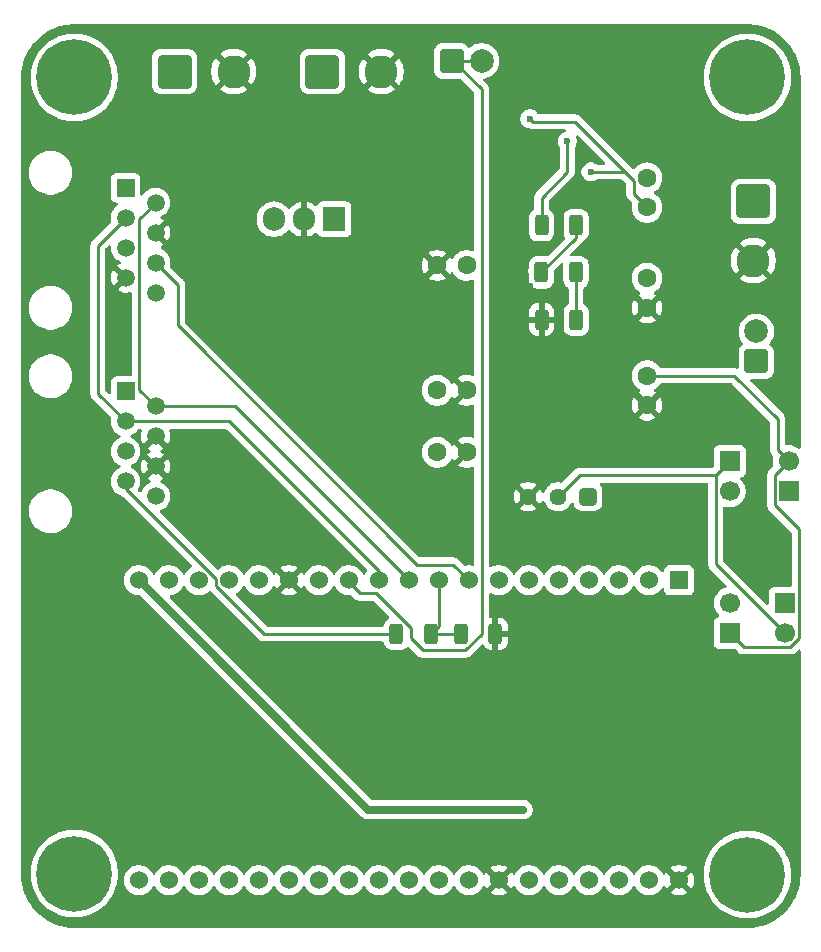
<source format=gbr>
%TF.GenerationSoftware,KiCad,Pcbnew,9.0.4*%
%TF.CreationDate,2025-10-29T20:45:07+01:00*%
%TF.ProjectId,Modu__Zaworu,4d6f6475-425f-45a6-9177-6f72752e6b69,rev?*%
%TF.SameCoordinates,Original*%
%TF.FileFunction,Copper,L2,Bot*%
%TF.FilePolarity,Positive*%
%FSLAX46Y46*%
G04 Gerber Fmt 4.6, Leading zero omitted, Abs format (unit mm)*
G04 Created by KiCad (PCBNEW 9.0.4) date 2025-10-29 20:45:07*
%MOMM*%
%LPD*%
G01*
G04 APERTURE LIST*
G04 Aperture macros list*
%AMRoundRect*
0 Rectangle with rounded corners*
0 $1 Rounding radius*
0 $2 $3 $4 $5 $6 $7 $8 $9 X,Y pos of 4 corners*
0 Add a 4 corners polygon primitive as box body*
4,1,4,$2,$3,$4,$5,$6,$7,$8,$9,$2,$3,0*
0 Add four circle primitives for the rounded corners*
1,1,$1+$1,$2,$3*
1,1,$1+$1,$4,$5*
1,1,$1+$1,$6,$7*
1,1,$1+$1,$8,$9*
0 Add four rect primitives between the rounded corners*
20,1,$1+$1,$2,$3,$4,$5,0*
20,1,$1+$1,$4,$5,$6,$7,0*
20,1,$1+$1,$6,$7,$8,$9,0*
20,1,$1+$1,$8,$9,$2,$3,0*%
G04 Aperture macros list end*
%TA.AperFunction,ComponentPad*%
%ADD10R,1.700000X1.700000*%
%TD*%
%TA.AperFunction,ComponentPad*%
%ADD11C,1.700000*%
%TD*%
%TA.AperFunction,ComponentPad*%
%ADD12RoundRect,0.250001X-1.149999X-1.149999X1.149999X-1.149999X1.149999X1.149999X-1.149999X1.149999X0*%
%TD*%
%TA.AperFunction,ComponentPad*%
%ADD13C,2.800000*%
%TD*%
%TA.AperFunction,ComponentPad*%
%ADD14R,1.905000X2.000000*%
%TD*%
%TA.AperFunction,ComponentPad*%
%ADD15O,1.905000X2.000000*%
%TD*%
%TA.AperFunction,ComponentPad*%
%ADD16C,0.800000*%
%TD*%
%TA.AperFunction,ComponentPad*%
%ADD17C,6.400000*%
%TD*%
%TA.AperFunction,ComponentPad*%
%ADD18C,1.600000*%
%TD*%
%TA.AperFunction,ComponentPad*%
%ADD19R,1.530000X1.530000*%
%TD*%
%TA.AperFunction,ComponentPad*%
%ADD20C,1.530000*%
%TD*%
%TA.AperFunction,ComponentPad*%
%ADD21RoundRect,0.250000X0.750000X-0.750000X0.750000X0.750000X-0.750000X0.750000X-0.750000X-0.750000X0*%
%TD*%
%TA.AperFunction,ComponentPad*%
%ADD22C,2.000000*%
%TD*%
%TA.AperFunction,ComponentPad*%
%ADD23R,1.500000X1.500000*%
%TD*%
%TA.AperFunction,ComponentPad*%
%ADD24C,1.500000*%
%TD*%
%TA.AperFunction,ComponentPad*%
%ADD25RoundRect,0.250000X-0.470000X0.470000X-0.470000X-0.470000X0.470000X-0.470000X0.470000X0.470000X0*%
%TD*%
%TA.AperFunction,ComponentPad*%
%ADD26C,1.440000*%
%TD*%
%TA.AperFunction,ComponentPad*%
%ADD27RoundRect,0.250000X-0.750000X-0.750000X0.750000X-0.750000X0.750000X0.750000X-0.750000X0.750000X0*%
%TD*%
%TA.AperFunction,ComponentPad*%
%ADD28RoundRect,0.250001X-1.149999X1.149999X-1.149999X-1.149999X1.149999X-1.149999X1.149999X1.149999X0*%
%TD*%
%TA.AperFunction,SMDPad,CuDef*%
%ADD29RoundRect,0.250000X-0.312500X-0.625000X0.312500X-0.625000X0.312500X0.625000X-0.312500X0.625000X0*%
%TD*%
%TA.AperFunction,SMDPad,CuDef*%
%ADD30RoundRect,0.250000X0.312500X0.625000X-0.312500X0.625000X-0.312500X-0.625000X0.312500X-0.625000X0*%
%TD*%
%TA.AperFunction,ViaPad*%
%ADD31C,0.600000*%
%TD*%
%TA.AperFunction,Conductor*%
%ADD32C,0.254000*%
%TD*%
%TA.AperFunction,Conductor*%
%ADD33C,0.635000*%
%TD*%
G04 APERTURE END LIST*
D10*
%TO.P,J9,1,Pin_1*%
%TO.N,Net-(J11-Pin_1)*%
X233000000Y-94540000D03*
D11*
%TO.P,J9,2,Pin_2*%
%TO.N,Vref*%
X233000000Y-92000000D03*
%TD*%
D12*
%TO.P,J1,1,Pin_1*%
%TO.N,VBUS*%
X181000000Y-59000000D03*
D13*
%TO.P,J1,2,Pin_2*%
%TO.N,GND*%
X186000000Y-59000000D03*
%TD*%
D14*
%TO.P,U3,1,IN*%
%TO.N,VL*%
X194500000Y-71500000D03*
D15*
%TO.P,U3,2,GND*%
%TO.N,GND*%
X191960000Y-71500000D03*
%TO.P,U3,3,OUT*%
%TO.N,Net-(D1-A)*%
X189420000Y-71500000D03*
%TD*%
D10*
%TO.P,J8,1,Pin_1*%
%TO.N,V_pot*%
X228000000Y-92000000D03*
D11*
%TO.P,J8,2,Pin_2*%
%TO.N,Net-(J10-Pin_2)*%
X228000000Y-94540000D03*
%TD*%
D10*
%TO.P,J10,1,Pin_1*%
%TO.N,Vref*%
X228000000Y-106540000D03*
D11*
%TO.P,J10,2,Pin_2*%
%TO.N,Net-(J10-Pin_2)*%
X228000000Y-104000000D03*
%TD*%
D16*
%TO.P,REF\u002A\u002A,1*%
%TO.N,N/C*%
X170100000Y-59500000D03*
X170802944Y-57802944D03*
X170802944Y-61197056D03*
X172500000Y-57100000D03*
D17*
X172500000Y-59500000D03*
D16*
X172500000Y-61900000D03*
X174197056Y-57802944D03*
X174197056Y-61197056D03*
X174900000Y-59500000D03*
%TD*%
D18*
%TO.P,C2,1*%
%TO.N,Net-(U2-IN+)*%
X221000000Y-70500000D03*
%TO.P,C2,2*%
%TO.N,Net-(U2-IN-)*%
X221000000Y-68000000D03*
%TD*%
D19*
%TO.P,U6,1,3V3*%
%TO.N,+3.3V*%
X223700000Y-102072500D03*
D20*
%TO.P,U6,2,EN*%
%TO.N,unconnected-(U6-EN-Pad2)*%
X221160000Y-102072500D03*
%TO.P,U6,3,SENSOR_VP*%
%TO.N,unconnected-(U6-SENSOR_VP-Pad3)*%
X218620000Y-102072500D03*
%TO.P,U6,4,SENSOR_VN*%
%TO.N,unconnected-(U6-SENSOR_VN-Pad4)*%
X216080000Y-102072500D03*
%TO.P,U6,5,IO34*%
%TO.N,unconnected-(U6-IO34-Pad5)*%
X213540000Y-102072500D03*
%TO.P,U6,6,IO35*%
%TO.N,unconnected-(U6-IO35-Pad6)*%
X211000000Y-102072500D03*
%TO.P,U6,7,IO32*%
%TO.N,unconnected-(U6-IO32-Pad7)*%
X208460000Y-102072500D03*
%TO.P,U6,8,IO33*%
%TO.N,/SEN0193_WYJ\u015ACIE*%
X205920000Y-102072500D03*
%TO.P,U6,9,IO25*%
%TO.N,/Czujnik ci\u015Bnienia output*%
X203380000Y-102072500D03*
%TO.P,U6,10,IO26*%
%TO.N,SDA*%
X200840000Y-102072500D03*
%TO.P,U6,11,IO27*%
%TO.N,SCL*%
X198300000Y-102072500D03*
%TO.P,U6,12,IO14*%
%TO.N,Net-(J3-Pin_1)*%
X195760000Y-102072500D03*
%TO.P,U6,13,IO12*%
%TO.N,unconnected-(U6-IO12-Pad13)*%
X193220000Y-102072500D03*
%TO.P,U6,14,GND1*%
%TO.N,GND*%
X190680000Y-102072500D03*
%TO.P,U6,15,IO13*%
%TO.N,unconnected-(U6-IO13-Pad15)*%
X188140000Y-102072500D03*
%TO.P,U6,16,SD2*%
%TO.N,unconnected-(U6-SD2-Pad16)*%
X185600000Y-102072500D03*
%TO.P,U6,17,SD3*%
%TO.N,unconnected-(U6-SD3-Pad17)*%
X183060000Y-102072500D03*
%TO.P,U6,18,CMD*%
%TO.N,unconnected-(U6-CMD-Pad18)*%
X180520000Y-102072500D03*
%TO.P,U6,19,EXT_5V*%
%TO.N,+5V*%
X177980000Y-102072500D03*
%TO.P,U6,20,CLK*%
%TO.N,unconnected-(U6-CLK-Pad20)*%
X177980000Y-127472500D03*
%TO.P,U6,21,SD0*%
%TO.N,unconnected-(U6-SD0-Pad21)*%
X180520000Y-127472500D03*
%TO.P,U6,22,SD1*%
%TO.N,unconnected-(U6-SD1-Pad22)*%
X183060000Y-127472500D03*
%TO.P,U6,23,IO15*%
%TO.N,unconnected-(U6-IO15-Pad23)*%
X185600000Y-127472500D03*
%TO.P,U6,24,IO2*%
%TO.N,unconnected-(U6-IO2-Pad24)*%
X188140000Y-127472500D03*
%TO.P,U6,25,IO0*%
%TO.N,unconnected-(U6-IO0-Pad25)*%
X190680000Y-127472500D03*
%TO.P,U6,26,IO4*%
%TO.N,unconnected-(U6-IO4-Pad26)*%
X193220000Y-127472500D03*
%TO.P,U6,27,IO16*%
%TO.N,SEN193_POWER*%
X195760000Y-127472500D03*
%TO.P,U6,28,IO17*%
%TO.N,BH1750(1)_POWER*%
X198300000Y-127472500D03*
%TO.P,U6,29,IO5*%
%TO.N,BH1750(2)_POWER*%
X200840000Y-127472500D03*
%TO.P,U6,30,IO18*%
%TO.N,czujnik_cisnienia_POWER*%
X203380000Y-127472500D03*
%TO.P,U6,31,IO19*%
%TO.N,unconnected-(U6-IO19-Pad31)*%
X205920000Y-127472500D03*
%TO.P,U6,32,GND2*%
%TO.N,GND*%
X208460000Y-127472500D03*
%TO.P,U6,33,IO21*%
%TO.N,unconnected-(U6-IO21-Pad33)*%
X211000000Y-127472500D03*
%TO.P,U6,34,RXD0*%
%TO.N,unconnected-(U6-RXD0-Pad34)*%
X213540000Y-127472500D03*
%TO.P,U6,35,TXD0*%
%TO.N,unconnected-(U6-TXD0-Pad35)*%
X216080000Y-127472500D03*
%TO.P,U6,36,IO22*%
%TO.N,unconnected-(U6-IO22-Pad36)*%
X218620000Y-127472500D03*
%TO.P,U6,37,IO23*%
%TO.N,unconnected-(U6-IO23-Pad37)*%
X221160000Y-127472500D03*
%TO.P,U6,38,GND3*%
%TO.N,GND*%
X223700000Y-127472500D03*
%TD*%
D21*
%TO.P,J5,1,Pin_1*%
%TO.N,Net-(D3-K)*%
X230250000Y-83540000D03*
D22*
%TO.P,J5,2,Pin_2*%
X230250000Y-81000000D03*
%TD*%
D18*
%TO.P,C3,1*%
%TO.N,Net-(D1-A)*%
X205730000Y-75422000D03*
%TO.P,C3,2*%
%TO.N,GND*%
X203230000Y-75422000D03*
%TD*%
D23*
%TO.P,J7,1*%
%TO.N,Net-(Q3-S)*%
X176850000Y-86070000D03*
D24*
%TO.P,J7,2*%
%TO.N,SDA*%
X179390000Y-87340000D03*
%TO.P,J7,3*%
%TO.N,SCL*%
X176850000Y-88610000D03*
%TO.P,J7,4*%
%TO.N,GND*%
X179390000Y-89880000D03*
%TO.P,J7,5*%
%TO.N,Net-(Q3-S)*%
X176850000Y-91150000D03*
%TO.P,J7,6*%
%TO.N,GND*%
X179390000Y-92420000D03*
%TO.P,J7,7*%
%TO.N,Net-(J7-Pad7)*%
X176850000Y-93690000D03*
%TO.P,J7,8*%
%TO.N,Net-(Q4-S)*%
X179390000Y-94960000D03*
%TD*%
D16*
%TO.P,REF\u002A\u002A,1*%
%TO.N,N/C*%
X227100000Y-59500000D03*
X227802944Y-57802944D03*
X227802944Y-61197056D03*
X229500000Y-57100000D03*
D17*
X229500000Y-59500000D03*
D16*
X229500000Y-61900000D03*
X231197056Y-57802944D03*
X231197056Y-61197056D03*
X231900000Y-59500000D03*
%TD*%
D25*
%TO.P,RV1,1,1*%
%TO.N,PV*%
X216000000Y-95000000D03*
D26*
%TO.P,RV1,2,2*%
%TO.N,V_pot*%
X213460000Y-95000000D03*
%TO.P,RV1,3,3*%
%TO.N,GND*%
X210920000Y-95000000D03*
%TD*%
D12*
%TO.P,J2,1,Pin_1*%
%TO.N,VL*%
X193500000Y-59000000D03*
D13*
%TO.P,J2,2,Pin_2*%
%TO.N,GND*%
X198500000Y-59000000D03*
%TD*%
D18*
%TO.P,C6,1*%
%TO.N,Vref*%
X221000000Y-84750000D03*
%TO.P,C6,2*%
%TO.N,GND*%
X221000000Y-87250000D03*
%TD*%
D16*
%TO.P,REF\u002A\u002A,1*%
%TO.N,N/C*%
X170100000Y-126900000D03*
X170802944Y-125202944D03*
X170802944Y-128597056D03*
X172500000Y-124500000D03*
D17*
X172500000Y-126900000D03*
D16*
X172500000Y-129300000D03*
X174197056Y-125202944D03*
X174197056Y-128597056D03*
X174900000Y-126900000D03*
%TD*%
D27*
%TO.P,J3,1,Pin_1*%
%TO.N,Net-(J3-Pin_1)*%
X204460000Y-58100000D03*
D22*
%TO.P,J3,2,Pin_2*%
X207000000Y-58100000D03*
%TD*%
D10*
%TO.P,J11,1,Pin_1*%
%TO.N,Net-(J11-Pin_1)*%
X232645000Y-104000000D03*
D11*
%TO.P,J11,2,Pin_2*%
%TO.N,V_pot*%
X232645000Y-106540000D03*
%TD*%
D28*
%TO.P,J4,1,Pin_1*%
%TO.N,PV*%
X230000000Y-70000000D03*
D13*
%TO.P,J4,2,Pin_2*%
%TO.N,GND*%
X230000000Y-75000000D03*
%TD*%
D18*
%TO.P,C7,1*%
%TO.N,Net-(D2-A)*%
X203250000Y-91250000D03*
%TO.P,C7,2*%
%TO.N,GND*%
X205750000Y-91250000D03*
%TD*%
%TO.P,C5,1*%
%TO.N,+5V*%
X203230000Y-86000000D03*
%TO.P,C5,2*%
%TO.N,GND*%
X205730000Y-86000000D03*
%TD*%
D16*
%TO.P,REF\u002A\u002A,1*%
%TO.N,N/C*%
X227100000Y-127000000D03*
X227802944Y-125302944D03*
X227802944Y-128697056D03*
X229500000Y-124600000D03*
D17*
X229500000Y-127000000D03*
D16*
X229500000Y-129400000D03*
X231197056Y-125302944D03*
X231197056Y-128697056D03*
X231900000Y-127000000D03*
%TD*%
D18*
%TO.P,C4,1*%
%TO.N,Net-(U1-REF)*%
X221000000Y-76500000D03*
%TO.P,C4,2*%
%TO.N,GND*%
X221000000Y-79000000D03*
%TD*%
D23*
%TO.P,J6,1*%
%TO.N,Net-(Q2-S)*%
X176850000Y-68840000D03*
D24*
%TO.P,J6,2*%
%TO.N,SDA*%
X179390000Y-70110000D03*
%TO.P,J6,3*%
%TO.N,SCL*%
X176850000Y-71380000D03*
%TO.P,J6,4*%
%TO.N,GND*%
X179390000Y-72650000D03*
%TO.P,J6,5*%
%TO.N,Net-(Q2-S)*%
X176850000Y-73920000D03*
%TO.P,J6,6*%
%TO.N,/SEN0193_WYJ\u015ACIE*%
X179390000Y-75190000D03*
%TO.P,J6,7*%
%TO.N,GND*%
X176850000Y-76460000D03*
%TO.P,J6,8*%
%TO.N,Net-(Q1-S)*%
X179390000Y-77730000D03*
%TD*%
D29*
%TO.P,R9,1*%
%TO.N,/Czujnik ci\u015Bnienia output*%
X205237500Y-106618750D03*
%TO.P,R9,2*%
%TO.N,GND*%
X208162500Y-106618750D03*
%TD*%
D30*
%TO.P,R7,1*%
%TO.N,Net-(U1-REF)*%
X215000000Y-80000000D03*
%TO.P,R7,2*%
%TO.N,GND*%
X212075000Y-80000000D03*
%TD*%
D29*
%TO.P,R8,1*%
%TO.N,VL*%
X212075000Y-72000000D03*
%TO.P,R8,2*%
%TO.N,Vref*%
X215000000Y-72000000D03*
%TD*%
%TO.P,R10,1*%
%TO.N,Net-(J7-Pad7)*%
X199775000Y-106618750D03*
%TO.P,R10,2*%
%TO.N,/Czujnik ci\u015Bnienia output*%
X202700000Y-106618750D03*
%TD*%
%TO.P,R6,1*%
%TO.N,Vref*%
X212062500Y-76000000D03*
%TO.P,R6,2*%
%TO.N,Net-(U1-REF)*%
X214987500Y-76000000D03*
%TD*%
D31*
%TO.N,Net-(U2-IN+)*%
X211075000Y-63000000D03*
X216250000Y-67500000D03*
%TO.N,Vref*%
X211750000Y-75856667D03*
%TO.N,GND*%
X211050000Y-67425000D03*
X211050000Y-77126667D03*
X177000000Y-80500000D03*
X209000000Y-68750000D03*
X209500000Y-85628333D03*
X211050000Y-68695000D03*
X176000000Y-80500000D03*
X209000000Y-67500000D03*
X211050000Y-78396667D03*
X176000000Y-77500000D03*
%TO.N,Net-(U1-REF)*%
X214987500Y-76000000D03*
%TO.N,+5V*%
X210500000Y-121500000D03*
%TO.N,VL*%
X214250000Y-64900000D03*
%TD*%
D32*
%TO.N,Net-(U2-IN+)*%
X219872000Y-68233873D02*
X219138127Y-67500000D01*
X214888127Y-63250000D02*
X219872000Y-68233873D01*
X211075000Y-63000000D02*
X211325000Y-63250000D01*
X211325000Y-63250000D02*
X214888127Y-63250000D01*
X219138127Y-67500000D02*
X216250000Y-67500000D01*
X219872000Y-69372000D02*
X219872000Y-68233873D01*
X221000000Y-70500000D02*
X219872000Y-69372000D01*
%TO.N,Vref*%
X215000000Y-72000000D02*
X215000000Y-73062500D01*
X228395000Y-84750000D02*
X232072500Y-88427500D01*
X231822000Y-93178000D02*
X233000000Y-92000000D01*
X215000000Y-73062500D02*
X212062500Y-76000000D01*
X232072500Y-91000000D02*
X232072500Y-91072500D01*
X229178000Y-107718000D02*
X233132944Y-107718000D01*
X228000000Y-106540000D02*
X229178000Y-107718000D01*
X232072500Y-88427500D02*
X232072500Y-91000000D01*
X233872000Y-97768000D02*
X231822000Y-95718000D01*
X233132944Y-107718000D02*
X233872000Y-106978944D01*
X221000000Y-84750000D02*
X228395000Y-84750000D01*
X233872000Y-106978944D02*
X233872000Y-97768000D01*
X232072500Y-91072500D02*
X233000000Y-92000000D01*
X231822000Y-95718000D02*
X231822000Y-93178000D01*
%TO.N,Net-(U1-REF)*%
X214987500Y-76000000D02*
X214987500Y-79987500D01*
X214987500Y-79987500D02*
X215000000Y-80000000D01*
D33*
%TO.N,+5V*%
X177980000Y-102072500D02*
X197407500Y-121500000D01*
X197407500Y-121500000D02*
X210500000Y-121500000D01*
D32*
%TO.N,/SEN0193_WYJ\u015ACIE*%
X205920000Y-101720000D02*
X205920000Y-102072500D01*
X181250000Y-77050000D02*
X179390000Y-75190000D01*
X204597500Y-100750000D02*
X201500000Y-100750000D01*
X181250000Y-80500000D02*
X181250000Y-77050000D01*
X201500000Y-100750000D02*
X181250000Y-80500000D01*
X205920000Y-102072500D02*
X204597500Y-100750000D01*
%TO.N,SCL*%
X185610000Y-88610000D02*
X198300000Y-101300000D01*
X176850000Y-88610000D02*
X174500000Y-86260000D01*
X174500000Y-73730000D02*
X176850000Y-71380000D01*
X198300000Y-101300000D02*
X198300000Y-102072500D01*
X176850000Y-88610000D02*
X185610000Y-88610000D01*
X174500000Y-86260000D02*
X174500000Y-73730000D01*
%TO.N,SDA*%
X186107500Y-87340000D02*
X179390000Y-87340000D01*
X179390000Y-87340000D02*
X178000000Y-85950000D01*
X186107500Y-87340000D02*
X200840000Y-102072500D01*
X178000000Y-71500000D02*
X179390000Y-70110000D01*
X178000000Y-85950000D02*
X178000000Y-71500000D01*
%TO.N,/Czujnik ci\u015Bnienia output*%
X203380000Y-105938750D02*
X202700000Y-106618750D01*
X203380000Y-102072500D02*
X203380000Y-105938750D01*
X205237500Y-106618750D02*
X202700000Y-106618750D01*
%TO.N,VL*%
X212075000Y-69675000D02*
X212075000Y-72000000D01*
X214250000Y-64885856D02*
X214250000Y-64900000D01*
X214250000Y-67500000D02*
X212075000Y-69675000D01*
X214250000Y-64900000D02*
X214250000Y-67500000D01*
%TO.N,V_pot*%
X215282000Y-93178000D02*
X226822000Y-93178000D01*
X226822000Y-93178000D02*
X228000000Y-92000000D01*
X232645000Y-106540000D02*
X226822000Y-100717000D01*
X226822000Y-100717000D02*
X226822000Y-93178000D01*
X213460000Y-95000000D02*
X215282000Y-93178000D01*
%TO.N,Net-(J3-Pin_1)*%
X201000000Y-107000000D02*
X201000000Y-106081908D01*
X205618092Y-108000000D02*
X202000000Y-108000000D01*
X207000000Y-58100000D02*
X204460000Y-58100000D01*
X204600000Y-58100000D02*
X207013000Y-60513000D01*
X201000000Y-106081908D02*
X198083592Y-103165500D01*
X202000000Y-108000000D02*
X201000000Y-107000000D01*
X204460000Y-58100000D02*
X204600000Y-58100000D01*
X198083592Y-103165500D02*
X196665500Y-103165500D01*
X207013000Y-106605092D02*
X205618092Y-108000000D01*
X207013000Y-60513000D02*
X207013000Y-106605092D01*
X196665500Y-103165500D02*
X196000000Y-102500000D01*
%TO.N,Net-(J7-Pad7)*%
X176850000Y-93690000D02*
X176850000Y-94316764D01*
X188600514Y-106618750D02*
X199775000Y-106618750D01*
X184507000Y-101973764D02*
X184507000Y-102525236D01*
X176850000Y-94316764D02*
X184507000Y-101973764D01*
X184507000Y-102525236D02*
X188600514Y-106618750D01*
%TD*%
%TA.AperFunction,Conductor*%
%TO.N,GND*%
G36*
X191734417Y-102773363D02*
G01*
X191734418Y-102773363D01*
X191761924Y-102735505D01*
X191839234Y-102583777D01*
X191887208Y-102532981D01*
X191955029Y-102516186D01*
X192021164Y-102538723D01*
X192060204Y-102583777D01*
X192105924Y-102673506D01*
X192137647Y-102735766D01*
X192254731Y-102896918D01*
X192395582Y-103037769D01*
X192556734Y-103154853D01*
X192715213Y-103235602D01*
X192734219Y-103245286D01*
X192923657Y-103306838D01*
X192923658Y-103306838D01*
X192923661Y-103306839D01*
X193120403Y-103338000D01*
X193120404Y-103338000D01*
X193319596Y-103338000D01*
X193319597Y-103338000D01*
X193516339Y-103306839D01*
X193516342Y-103306838D01*
X193516343Y-103306838D01*
X193705780Y-103245286D01*
X193705780Y-103245285D01*
X193705783Y-103245285D01*
X193883266Y-103154853D01*
X194044418Y-103037769D01*
X194185269Y-102896918D01*
X194302353Y-102735766D01*
X194379515Y-102584327D01*
X194427490Y-102533531D01*
X194495311Y-102516736D01*
X194561446Y-102539273D01*
X194600485Y-102584327D01*
X194636957Y-102655908D01*
X194677647Y-102735766D01*
X194794731Y-102896918D01*
X194935582Y-103037769D01*
X195096734Y-103154853D01*
X195255213Y-103235602D01*
X195274219Y-103245286D01*
X195463657Y-103306838D01*
X195463658Y-103306838D01*
X195463661Y-103306839D01*
X195660403Y-103338000D01*
X195660404Y-103338000D01*
X195859592Y-103338000D01*
X195859597Y-103338000D01*
X195875736Y-103335443D01*
X195945027Y-103344396D01*
X195982816Y-103370235D01*
X196178089Y-103565508D01*
X196265492Y-103652911D01*
X196265493Y-103652912D01*
X196368260Y-103721579D01*
X196368273Y-103721586D01*
X196482460Y-103768883D01*
X196482465Y-103768885D01*
X196482469Y-103768885D01*
X196482470Y-103768886D01*
X196603694Y-103793000D01*
X196603697Y-103793000D01*
X196727303Y-103793000D01*
X197772311Y-103793000D01*
X197839350Y-103812685D01*
X197859992Y-103829319D01*
X199153775Y-105123102D01*
X199187260Y-105184425D01*
X199182276Y-105254117D01*
X199140404Y-105310050D01*
X199131191Y-105316322D01*
X198993842Y-105401039D01*
X198869789Y-105525092D01*
X198777687Y-105674413D01*
X198777685Y-105674418D01*
X198722501Y-105840954D01*
X198722500Y-105840955D01*
X198718527Y-105879852D01*
X198692131Y-105944544D01*
X198634950Y-105984696D01*
X198595169Y-105991250D01*
X188911795Y-105991250D01*
X188844756Y-105971565D01*
X188824114Y-105954931D01*
X186225468Y-103356285D01*
X186191983Y-103294962D01*
X186196967Y-103225270D01*
X186238839Y-103169337D01*
X186256849Y-103158122D01*
X186263266Y-103154853D01*
X186424418Y-103037769D01*
X186565269Y-102896918D01*
X186682353Y-102735766D01*
X186759515Y-102584327D01*
X186807490Y-102533531D01*
X186875311Y-102516736D01*
X186941446Y-102539273D01*
X186980485Y-102584327D01*
X187016957Y-102655908D01*
X187057647Y-102735766D01*
X187174731Y-102896918D01*
X187315582Y-103037769D01*
X187476734Y-103154853D01*
X187635213Y-103235602D01*
X187654219Y-103245286D01*
X187843657Y-103306838D01*
X187843658Y-103306838D01*
X187843661Y-103306839D01*
X188040403Y-103338000D01*
X188040404Y-103338000D01*
X188239596Y-103338000D01*
X188239597Y-103338000D01*
X188436339Y-103306839D01*
X188436342Y-103306838D01*
X188436343Y-103306838D01*
X188625780Y-103245286D01*
X188625780Y-103245285D01*
X188625783Y-103245285D01*
X188803266Y-103154853D01*
X188964418Y-103037769D01*
X189105269Y-102896918D01*
X189222353Y-102735766D01*
X189299795Y-102583776D01*
X189347769Y-102532981D01*
X189415590Y-102516186D01*
X189481725Y-102538723D01*
X189520765Y-102583777D01*
X189598077Y-102735508D01*
X189625580Y-102773363D01*
X189625581Y-102773364D01*
X190188871Y-102210074D01*
X190204755Y-102269353D01*
X190271898Y-102385647D01*
X190366853Y-102480602D01*
X190483147Y-102547745D01*
X190542425Y-102563628D01*
X189979134Y-103126917D01*
X190016994Y-103154424D01*
X190194405Y-103244820D01*
X190383777Y-103306352D01*
X190580437Y-103337500D01*
X190779563Y-103337500D01*
X190976222Y-103306352D01*
X191165594Y-103244820D01*
X191343005Y-103154424D01*
X191380863Y-103126918D01*
X191380863Y-103126917D01*
X190817574Y-102563628D01*
X190876853Y-102547745D01*
X190993147Y-102480602D01*
X191088102Y-102385647D01*
X191155245Y-102269353D01*
X191171128Y-102210074D01*
X191734417Y-102773363D01*
G37*
%TD.AperFunction*%
%TA.AperFunction,Conductor*%
G36*
X185365758Y-89257185D02*
G01*
X185386400Y-89273819D01*
X197270756Y-101158175D01*
X197304241Y-101219498D01*
X197299257Y-101289190D01*
X197283393Y-101318741D01*
X197217649Y-101409230D01*
X197140485Y-101560672D01*
X197092510Y-101611468D01*
X197024689Y-101628263D01*
X196958554Y-101605725D01*
X196919515Y-101560672D01*
X196842485Y-101409494D01*
X196842353Y-101409234D01*
X196725269Y-101248082D01*
X196584418Y-101107231D01*
X196423266Y-100990147D01*
X196285063Y-100919729D01*
X196245780Y-100899713D01*
X196056342Y-100838161D01*
X195908782Y-100814790D01*
X195859597Y-100807000D01*
X195660403Y-100807000D01*
X195599267Y-100816683D01*
X195463659Y-100838161D01*
X195463656Y-100838161D01*
X195274219Y-100899713D01*
X195096733Y-100990147D01*
X195058286Y-101018081D01*
X194935582Y-101107231D01*
X194935580Y-101107233D01*
X194935579Y-101107233D01*
X194794733Y-101248079D01*
X194794733Y-101248080D01*
X194794731Y-101248082D01*
X194764864Y-101289190D01*
X194677647Y-101409233D01*
X194600485Y-101560672D01*
X194552510Y-101611468D01*
X194484689Y-101628263D01*
X194418554Y-101605725D01*
X194379515Y-101560672D01*
X194302485Y-101409494D01*
X194302353Y-101409234D01*
X194185269Y-101248082D01*
X194044418Y-101107231D01*
X193883266Y-100990147D01*
X193745063Y-100919729D01*
X193705780Y-100899713D01*
X193516342Y-100838161D01*
X193368782Y-100814790D01*
X193319597Y-100807000D01*
X193120403Y-100807000D01*
X193059267Y-100816683D01*
X192923659Y-100838161D01*
X192923656Y-100838161D01*
X192734219Y-100899713D01*
X192556733Y-100990147D01*
X192518286Y-101018081D01*
X192395582Y-101107231D01*
X192395580Y-101107233D01*
X192395579Y-101107233D01*
X192254733Y-101248079D01*
X192254733Y-101248080D01*
X192254731Y-101248082D01*
X192224864Y-101289190D01*
X192137645Y-101409235D01*
X192060203Y-101561223D01*
X192012229Y-101612018D01*
X191944408Y-101628813D01*
X191878273Y-101606275D01*
X191839234Y-101561222D01*
X191761924Y-101409494D01*
X191734417Y-101371635D01*
X191734417Y-101371634D01*
X191171128Y-101934924D01*
X191155245Y-101875647D01*
X191088102Y-101759353D01*
X190993147Y-101664398D01*
X190876853Y-101597255D01*
X190817574Y-101581371D01*
X191380864Y-101018081D01*
X191380863Y-101018080D01*
X191343008Y-100990577D01*
X191165594Y-100900179D01*
X190976222Y-100838647D01*
X190779563Y-100807500D01*
X190580437Y-100807500D01*
X190383777Y-100838647D01*
X190194405Y-100900179D01*
X190016990Y-100990577D01*
X189979135Y-101018080D01*
X189979135Y-101018081D01*
X190542425Y-101581371D01*
X190483147Y-101597255D01*
X190366853Y-101664398D01*
X190271898Y-101759353D01*
X190204755Y-101875647D01*
X190188871Y-101934925D01*
X189625581Y-101371635D01*
X189625580Y-101371635D01*
X189598075Y-101409493D01*
X189520764Y-101561223D01*
X189472790Y-101612018D01*
X189404969Y-101628813D01*
X189338834Y-101606275D01*
X189299795Y-101561222D01*
X189222485Y-101409494D01*
X189222353Y-101409234D01*
X189105269Y-101248082D01*
X188964418Y-101107231D01*
X188803266Y-100990147D01*
X188665063Y-100919729D01*
X188625780Y-100899713D01*
X188436342Y-100838161D01*
X188288782Y-100814790D01*
X188239597Y-100807000D01*
X188040403Y-100807000D01*
X187979267Y-100816683D01*
X187843659Y-100838161D01*
X187843656Y-100838161D01*
X187654219Y-100899713D01*
X187476733Y-100990147D01*
X187438286Y-101018081D01*
X187315582Y-101107231D01*
X187315580Y-101107233D01*
X187315579Y-101107233D01*
X187174733Y-101248079D01*
X187174733Y-101248080D01*
X187174731Y-101248082D01*
X187144864Y-101289190D01*
X187057647Y-101409233D01*
X186980485Y-101560672D01*
X186932510Y-101611468D01*
X186864689Y-101628263D01*
X186798554Y-101605725D01*
X186759515Y-101560672D01*
X186682485Y-101409494D01*
X186682353Y-101409234D01*
X186565269Y-101248082D01*
X186424418Y-101107231D01*
X186263266Y-100990147D01*
X186125063Y-100919729D01*
X186085780Y-100899713D01*
X185896342Y-100838161D01*
X185748782Y-100814790D01*
X185699597Y-100807000D01*
X185500403Y-100807000D01*
X185439267Y-100816683D01*
X185303659Y-100838161D01*
X185303656Y-100838161D01*
X185114219Y-100899713D01*
X184936733Y-100990147D01*
X184898286Y-101018081D01*
X184775582Y-101107231D01*
X184775580Y-101107233D01*
X184775579Y-101107233D01*
X184739415Y-101143398D01*
X184678092Y-101176883D01*
X184608400Y-101171899D01*
X184564053Y-101143398D01*
X179763669Y-96343014D01*
X179730184Y-96281691D01*
X179735168Y-96211999D01*
X179777040Y-96156066D01*
X179813030Y-96137402D01*
X179870025Y-96118884D01*
X180045405Y-96029524D01*
X180204646Y-95913828D01*
X180343828Y-95774646D01*
X180459524Y-95615405D01*
X180548884Y-95440025D01*
X180609709Y-95252826D01*
X180610502Y-95247820D01*
X180640500Y-95058422D01*
X180640500Y-94861577D01*
X180609709Y-94667173D01*
X180577088Y-94566777D01*
X180548884Y-94479975D01*
X180548882Y-94479972D01*
X180548882Y-94479970D01*
X180497690Y-94379500D01*
X180459524Y-94304595D01*
X180343828Y-94145354D01*
X180204646Y-94006172D01*
X180045405Y-93890476D01*
X179870025Y-93801116D01*
X179870024Y-93801115D01*
X179868235Y-93800204D01*
X179817439Y-93752230D01*
X179800644Y-93684409D01*
X179823181Y-93618274D01*
X179868236Y-93579234D01*
X180045141Y-93489097D01*
X180080125Y-93463678D01*
X180080126Y-93463678D01*
X179416448Y-92800000D01*
X179440028Y-92800000D01*
X179536675Y-92774104D01*
X179623325Y-92724076D01*
X179694076Y-92653325D01*
X179744104Y-92566675D01*
X179770000Y-92470028D01*
X179770000Y-92446448D01*
X180433678Y-93110126D01*
X180433678Y-93110125D01*
X180459095Y-93075143D01*
X180548418Y-92899835D01*
X180609221Y-92712705D01*
X180640000Y-92518382D01*
X180640000Y-92321617D01*
X180609221Y-92127294D01*
X180548418Y-91940164D01*
X180459096Y-91764858D01*
X180433678Y-91729873D01*
X180433677Y-91729873D01*
X179770000Y-92393551D01*
X179770000Y-92369972D01*
X179744104Y-92273325D01*
X179694076Y-92186675D01*
X179623325Y-92115924D01*
X179536675Y-92065896D01*
X179440028Y-92040000D01*
X179416447Y-92040000D01*
X180080125Y-91376320D01*
X180080125Y-91376319D01*
X180045145Y-91350905D01*
X179867684Y-91260485D01*
X179816888Y-91212511D01*
X179800093Y-91144690D01*
X179822630Y-91078555D01*
X179867685Y-91039515D01*
X180045141Y-90949097D01*
X180080125Y-90923678D01*
X180080126Y-90923678D01*
X179416448Y-90260000D01*
X179440028Y-90260000D01*
X179536675Y-90234104D01*
X179623325Y-90184076D01*
X179694076Y-90113325D01*
X179744104Y-90026675D01*
X179770000Y-89930028D01*
X179770000Y-89906447D01*
X180433678Y-90570126D01*
X180433678Y-90570125D01*
X180459095Y-90535143D01*
X180548418Y-90359835D01*
X180609221Y-90172705D01*
X180640000Y-89978382D01*
X180640000Y-89781617D01*
X180609221Y-89587296D01*
X180548306Y-89399819D01*
X180546311Y-89329977D01*
X180582391Y-89270144D01*
X180645092Y-89239316D01*
X180666237Y-89237500D01*
X185298719Y-89237500D01*
X185365758Y-89257185D01*
G37*
%TD.AperFunction*%
%TA.AperFunction,Conductor*%
G36*
X178180802Y-89257185D02*
G01*
X178226557Y-89309989D01*
X178236501Y-89379147D01*
X178231694Y-89399819D01*
X178170778Y-89587296D01*
X178140000Y-89781617D01*
X178140000Y-89978382D01*
X178170778Y-90172705D01*
X178231581Y-90359835D01*
X178320905Y-90535145D01*
X178346319Y-90570125D01*
X178346320Y-90570125D01*
X179010000Y-89906445D01*
X179010000Y-89930028D01*
X179035896Y-90026675D01*
X179085924Y-90113325D01*
X179156675Y-90184076D01*
X179243325Y-90234104D01*
X179339972Y-90260000D01*
X179363553Y-90260000D01*
X178699873Y-90923677D01*
X178699873Y-90923678D01*
X178734860Y-90949097D01*
X178912314Y-91039514D01*
X178963111Y-91087488D01*
X178979906Y-91155309D01*
X178957369Y-91221444D01*
X178912315Y-91260484D01*
X178734859Y-91350902D01*
X178699873Y-91376320D01*
X178699872Y-91376320D01*
X179363554Y-92040000D01*
X179339972Y-92040000D01*
X179243325Y-92065896D01*
X179156675Y-92115924D01*
X179085924Y-92186675D01*
X179035896Y-92273325D01*
X179010000Y-92369972D01*
X179010000Y-92393552D01*
X178346320Y-91729872D01*
X178346320Y-91729873D01*
X178320902Y-91764859D01*
X178320899Y-91764863D01*
X178231582Y-91940161D01*
X178170778Y-92127294D01*
X178140000Y-92321617D01*
X178140000Y-92518382D01*
X178170778Y-92712705D01*
X178231581Y-92899835D01*
X178320905Y-93075145D01*
X178346319Y-93110125D01*
X178346320Y-93110125D01*
X179010000Y-92446445D01*
X179010000Y-92470028D01*
X179035896Y-92566675D01*
X179085924Y-92653325D01*
X179156675Y-92724076D01*
X179243325Y-92774104D01*
X179339972Y-92800000D01*
X179363553Y-92800000D01*
X178699873Y-93463677D01*
X178699873Y-93463678D01*
X178734858Y-93489096D01*
X178911764Y-93579234D01*
X178962560Y-93627209D01*
X178979355Y-93695030D01*
X178956818Y-93761164D01*
X178911764Y-93800204D01*
X178734594Y-93890476D01*
X178680883Y-93929500D01*
X178575354Y-94006172D01*
X178575352Y-94006174D01*
X178575351Y-94006174D01*
X178436174Y-94145351D01*
X178436174Y-94145352D01*
X178436172Y-94145354D01*
X178392913Y-94204895D01*
X178320476Y-94304594D01*
X178231117Y-94479972D01*
X178231116Y-94479974D01*
X178231116Y-94479975D01*
X178214378Y-94531491D01*
X178212598Y-94536968D01*
X178211045Y-94539238D01*
X178210849Y-94541984D01*
X178191437Y-94567913D01*
X178173160Y-94594644D01*
X178170625Y-94595715D01*
X178168977Y-94597917D01*
X178138642Y-94609231D01*
X178108802Y-94621842D01*
X178106090Y-94621372D01*
X178103513Y-94622334D01*
X178071868Y-94615450D01*
X178039955Y-94609927D01*
X178037105Y-94607887D01*
X178035240Y-94607482D01*
X178006986Y-94586331D01*
X177929831Y-94509176D01*
X177896346Y-94447853D01*
X177901330Y-94378161D01*
X177917201Y-94348602D01*
X177919524Y-94345405D01*
X178008884Y-94170025D01*
X178069709Y-93982826D01*
X178070505Y-93977798D01*
X178100500Y-93788422D01*
X178100500Y-93591577D01*
X178069709Y-93397173D01*
X178008882Y-93209970D01*
X177940184Y-93075143D01*
X177919524Y-93034595D01*
X177803828Y-92875354D01*
X177664646Y-92736172D01*
X177550618Y-92653325D01*
X177505403Y-92620474D01*
X177328787Y-92530485D01*
X177320105Y-92522286D01*
X177308994Y-92517912D01*
X177295173Y-92498739D01*
X177277990Y-92482511D01*
X177275119Y-92470919D01*
X177268137Y-92461233D01*
X177266875Y-92437630D01*
X177261195Y-92414690D01*
X177265046Y-92403388D01*
X177264409Y-92391463D01*
X177276108Y-92370925D01*
X177283732Y-92348555D01*
X177293950Y-92339605D01*
X177298994Y-92330753D01*
X177326223Y-92311342D01*
X177327625Y-92310115D01*
X177329904Y-92308923D01*
X177330025Y-92308884D01*
X177505405Y-92219524D01*
X177664646Y-92103828D01*
X177803828Y-91964646D01*
X177919524Y-91805405D01*
X178008884Y-91630025D01*
X178069709Y-91442826D01*
X178076426Y-91400418D01*
X178100500Y-91248422D01*
X178100500Y-91051577D01*
X178069709Y-90857173D01*
X178020656Y-90706206D01*
X178008884Y-90669975D01*
X178008882Y-90669972D01*
X178008882Y-90669970D01*
X177957122Y-90568385D01*
X177919524Y-90494595D01*
X177803828Y-90335354D01*
X177664646Y-90196172D01*
X177550618Y-90113325D01*
X177505403Y-90080474D01*
X177328787Y-89990485D01*
X177277990Y-89942511D01*
X177261195Y-89874690D01*
X177283732Y-89808555D01*
X177328787Y-89769515D01*
X177505403Y-89679525D01*
X177505402Y-89679525D01*
X177505405Y-89679524D01*
X177664646Y-89563828D01*
X177803828Y-89424646D01*
X177902662Y-89288612D01*
X177906993Y-89285273D01*
X177909266Y-89280297D01*
X177934365Y-89264166D01*
X177957991Y-89245949D01*
X177964662Y-89244696D01*
X177968044Y-89242523D01*
X178002979Y-89237500D01*
X178113763Y-89237500D01*
X178180802Y-89257185D01*
G37*
%TD.AperFunction*%
%TA.AperFunction,Conductor*%
G36*
X175518834Y-73701098D02*
G01*
X175574767Y-73742970D01*
X175599184Y-73808434D01*
X175599500Y-73817280D01*
X175599500Y-74018422D01*
X175630290Y-74212826D01*
X175691117Y-74400029D01*
X175759682Y-74534594D01*
X175780476Y-74575405D01*
X175896172Y-74734646D01*
X176035354Y-74873828D01*
X176154784Y-74960600D01*
X176194596Y-74989525D01*
X176371763Y-75079795D01*
X176422560Y-75127769D01*
X176439355Y-75195590D01*
X176416818Y-75261725D01*
X176371764Y-75300765D01*
X176194859Y-75390902D01*
X176159873Y-75416320D01*
X176159872Y-75416320D01*
X176823553Y-76080000D01*
X176799972Y-76080000D01*
X176703325Y-76105896D01*
X176616675Y-76155924D01*
X176545924Y-76226675D01*
X176495896Y-76313325D01*
X176470000Y-76409972D01*
X176470000Y-76433552D01*
X175806320Y-75769872D01*
X175806320Y-75769873D01*
X175780902Y-75804859D01*
X175780899Y-75804863D01*
X175691582Y-75980161D01*
X175630778Y-76167294D01*
X175600000Y-76361617D01*
X175600000Y-76558382D01*
X175630778Y-76752705D01*
X175691581Y-76939835D01*
X175780905Y-77115145D01*
X175806319Y-77150125D01*
X175806320Y-77150125D01*
X176470000Y-76486445D01*
X176470000Y-76510028D01*
X176495896Y-76606675D01*
X176545924Y-76693325D01*
X176616675Y-76764076D01*
X176703325Y-76814104D01*
X176799972Y-76840000D01*
X176823552Y-76840000D01*
X176159873Y-77503677D01*
X176159873Y-77503678D01*
X176194858Y-77529096D01*
X176370164Y-77618418D01*
X176557294Y-77679221D01*
X176751618Y-77710000D01*
X176948382Y-77710000D01*
X177142703Y-77679221D01*
X177210181Y-77657297D01*
X177280023Y-77655302D01*
X177339856Y-77691382D01*
X177370684Y-77754083D01*
X177372500Y-77775228D01*
X177372500Y-84695500D01*
X177352815Y-84762539D01*
X177300011Y-84808294D01*
X177248500Y-84819500D01*
X176052129Y-84819500D01*
X176052123Y-84819501D01*
X175992516Y-84825908D01*
X175857671Y-84876202D01*
X175857664Y-84876206D01*
X175742455Y-84962452D01*
X175742452Y-84962455D01*
X175656206Y-85077664D01*
X175656202Y-85077671D01*
X175605908Y-85212517D01*
X175599501Y-85272116D01*
X175599500Y-85272135D01*
X175599500Y-86172719D01*
X175579815Y-86239758D01*
X175527011Y-86285513D01*
X175457853Y-86295457D01*
X175394297Y-86266432D01*
X175387819Y-86260400D01*
X175163819Y-86036400D01*
X175130334Y-85975077D01*
X175127500Y-85948719D01*
X175127500Y-74041280D01*
X175147185Y-73974241D01*
X175163815Y-73953603D01*
X175387820Y-73729598D01*
X175449142Y-73696114D01*
X175518834Y-73701098D01*
G37*
%TD.AperFunction*%
%TA.AperFunction,Conductor*%
G36*
X229502702Y-55000617D02*
G01*
X229886771Y-55017386D01*
X229897506Y-55018326D01*
X230275971Y-55068152D01*
X230286597Y-55070025D01*
X230659284Y-55152648D01*
X230669710Y-55155442D01*
X231033765Y-55270227D01*
X231043911Y-55273920D01*
X231396578Y-55420000D01*
X231406369Y-55424566D01*
X231744942Y-55600816D01*
X231754310Y-55606224D01*
X232076244Y-55811318D01*
X232085105Y-55817523D01*
X232387930Y-56049889D01*
X232396217Y-56056843D01*
X232677635Y-56314715D01*
X232685284Y-56322364D01*
X232943156Y-56603782D01*
X232950110Y-56612069D01*
X233182476Y-56914894D01*
X233188681Y-56923755D01*
X233393775Y-57245689D01*
X233399183Y-57255057D01*
X233575430Y-57593623D01*
X233580002Y-57603427D01*
X233726075Y-57956078D01*
X233729775Y-57966244D01*
X233844554Y-58330278D01*
X233847354Y-58340727D01*
X233929971Y-58713389D01*
X233931849Y-58724042D01*
X233981671Y-59102473D01*
X233982614Y-59113249D01*
X233999382Y-59497297D01*
X233999500Y-59502706D01*
X233999500Y-90813505D01*
X233979815Y-90880544D01*
X233927011Y-90926299D01*
X233857853Y-90936243D01*
X233802615Y-90913823D01*
X233707820Y-90844951D01*
X233518414Y-90748444D01*
X233518413Y-90748443D01*
X233518412Y-90748443D01*
X233316243Y-90682754D01*
X233316241Y-90682753D01*
X233316240Y-90682753D01*
X233154957Y-90657208D01*
X233106287Y-90649500D01*
X232893713Y-90649500D01*
X232893706Y-90649500D01*
X232843397Y-90657468D01*
X232774104Y-90648513D01*
X232720652Y-90603517D01*
X232700013Y-90536765D01*
X232700000Y-90534995D01*
X232700000Y-88365694D01*
X232675886Y-88244470D01*
X232675885Y-88244469D01*
X232675885Y-88244465D01*
X232673385Y-88238430D01*
X232628586Y-88130273D01*
X232628579Y-88130260D01*
X232559912Y-88027493D01*
X232539033Y-88006614D01*
X232472508Y-87940089D01*
X229784599Y-85252180D01*
X229751114Y-85190857D01*
X229756098Y-85121165D01*
X229797970Y-85065232D01*
X229863434Y-85040815D01*
X229872280Y-85040499D01*
X231050002Y-85040499D01*
X231050008Y-85040499D01*
X231152797Y-85029999D01*
X231319334Y-84974814D01*
X231468656Y-84882712D01*
X231592712Y-84758656D01*
X231684814Y-84609334D01*
X231739999Y-84442797D01*
X231750500Y-84340009D01*
X231750499Y-82739992D01*
X231739999Y-82637203D01*
X231684814Y-82470666D01*
X231592712Y-82321344D01*
X231468656Y-82197288D01*
X231468655Y-82197287D01*
X231420342Y-82167487D01*
X231373618Y-82115539D01*
X231362397Y-82046576D01*
X231390241Y-81982494D01*
X231391381Y-81981249D01*
X231391348Y-81981221D01*
X231394511Y-81977516D01*
X231394511Y-81977515D01*
X231394517Y-81977510D01*
X231533343Y-81786433D01*
X231640568Y-81575992D01*
X231713553Y-81351368D01*
X231750500Y-81118097D01*
X231750500Y-80881902D01*
X231713553Y-80648631D01*
X231640566Y-80424003D01*
X231561073Y-80267990D01*
X231533343Y-80213567D01*
X231394517Y-80022490D01*
X231227510Y-79855483D01*
X231036433Y-79716657D01*
X230967157Y-79681359D01*
X230825996Y-79609433D01*
X230601368Y-79536446D01*
X230368097Y-79499500D01*
X230368092Y-79499500D01*
X230131908Y-79499500D01*
X230131903Y-79499500D01*
X229898631Y-79536446D01*
X229674003Y-79609433D01*
X229463566Y-79716657D01*
X229417674Y-79750000D01*
X229272490Y-79855483D01*
X229272488Y-79855485D01*
X229272487Y-79855485D01*
X229105487Y-80022486D01*
X229105483Y-80022490D01*
X229022066Y-80137302D01*
X228966657Y-80213566D01*
X228859433Y-80424003D01*
X228786446Y-80648631D01*
X228749500Y-80881902D01*
X228749500Y-81118097D01*
X228786446Y-81351368D01*
X228859433Y-81575996D01*
X228966657Y-81786433D01*
X229105483Y-81977510D01*
X229105489Y-81977516D01*
X229108647Y-81981214D01*
X229106864Y-81982736D01*
X229135726Y-82035591D01*
X229130742Y-82105283D01*
X229088870Y-82161216D01*
X229079658Y-82167487D01*
X229031344Y-82197287D01*
X228907289Y-82321342D01*
X228815187Y-82470663D01*
X228815186Y-82470666D01*
X228760001Y-82637203D01*
X228760001Y-82637204D01*
X228760000Y-82637204D01*
X228749500Y-82739983D01*
X228749500Y-84032058D01*
X228729815Y-84099097D01*
X228677011Y-84144852D01*
X228607853Y-84154796D01*
X228583908Y-84148227D01*
X228583862Y-84148382D01*
X228578091Y-84146631D01*
X228578050Y-84146620D01*
X228578039Y-84146615D01*
X228578027Y-84146612D01*
X228456807Y-84122500D01*
X228456803Y-84122500D01*
X222214781Y-84122500D01*
X222147742Y-84102815D01*
X222114462Y-84071385D01*
X222112289Y-84068394D01*
X222112287Y-84068390D01*
X221991966Y-83902781D01*
X221847219Y-83758034D01*
X221847213Y-83758028D01*
X221681613Y-83637715D01*
X221681612Y-83637714D01*
X221681610Y-83637713D01*
X221624653Y-83608691D01*
X221499223Y-83544781D01*
X221304534Y-83481522D01*
X221129995Y-83453878D01*
X221102352Y-83449500D01*
X220897648Y-83449500D01*
X220873329Y-83453351D01*
X220695465Y-83481522D01*
X220500776Y-83544781D01*
X220318386Y-83637715D01*
X220152786Y-83758028D01*
X220008028Y-83902786D01*
X219887715Y-84068386D01*
X219794781Y-84250776D01*
X219731522Y-84445465D01*
X219699500Y-84647648D01*
X219699500Y-84852351D01*
X219731522Y-85054534D01*
X219794781Y-85249223D01*
X219857533Y-85372378D01*
X219880488Y-85417431D01*
X219887715Y-85431613D01*
X220008028Y-85597213D01*
X220152786Y-85741971D01*
X220318385Y-85862284D01*
X220318387Y-85862285D01*
X220318390Y-85862287D01*
X220372378Y-85889795D01*
X220423174Y-85937769D01*
X220439969Y-86005590D01*
X220417432Y-86071725D01*
X220372378Y-86110765D01*
X220318644Y-86138143D01*
X220274077Y-86170523D01*
X220274077Y-86170524D01*
X220953554Y-86850000D01*
X220947339Y-86850000D01*
X220845606Y-86877259D01*
X220754394Y-86929920D01*
X220679920Y-87004394D01*
X220627259Y-87095606D01*
X220600000Y-87197339D01*
X220600000Y-87203553D01*
X219920524Y-86524077D01*
X219920523Y-86524077D01*
X219888143Y-86568644D01*
X219795244Y-86750968D01*
X219732009Y-86945582D01*
X219700000Y-87147682D01*
X219700000Y-87352317D01*
X219732009Y-87554417D01*
X219795244Y-87749031D01*
X219888141Y-87931350D01*
X219888147Y-87931359D01*
X219920523Y-87975921D01*
X219920524Y-87975922D01*
X220600000Y-87296446D01*
X220600000Y-87302661D01*
X220627259Y-87404394D01*
X220679920Y-87495606D01*
X220754394Y-87570080D01*
X220845606Y-87622741D01*
X220947339Y-87650000D01*
X220953553Y-87650000D01*
X220274076Y-88329474D01*
X220318650Y-88361859D01*
X220500968Y-88454755D01*
X220695582Y-88517990D01*
X220897683Y-88550000D01*
X221102317Y-88550000D01*
X221304417Y-88517990D01*
X221499031Y-88454755D01*
X221681349Y-88361859D01*
X221725921Y-88329474D01*
X221046447Y-87650000D01*
X221052661Y-87650000D01*
X221154394Y-87622741D01*
X221245606Y-87570080D01*
X221320080Y-87495606D01*
X221372741Y-87404394D01*
X221400000Y-87302661D01*
X221400000Y-87296447D01*
X222079474Y-87975921D01*
X222111859Y-87931349D01*
X222204755Y-87749031D01*
X222267990Y-87554417D01*
X222300000Y-87352317D01*
X222300000Y-87147682D01*
X222267990Y-86945582D01*
X222204755Y-86750968D01*
X222111859Y-86568650D01*
X222079474Y-86524077D01*
X222079474Y-86524076D01*
X221400000Y-87203551D01*
X221400000Y-87197339D01*
X221372741Y-87095606D01*
X221320080Y-87004394D01*
X221245606Y-86929920D01*
X221154394Y-86877259D01*
X221052661Y-86850000D01*
X221046446Y-86850000D01*
X221725922Y-86170524D01*
X221725921Y-86170523D01*
X221681359Y-86138147D01*
X221681350Y-86138141D01*
X221627621Y-86110765D01*
X221576825Y-86062791D01*
X221560030Y-85994970D01*
X221582567Y-85928835D01*
X221627621Y-85889795D01*
X221681610Y-85862287D01*
X221731144Y-85826298D01*
X221847213Y-85741971D01*
X221847215Y-85741968D01*
X221847219Y-85741966D01*
X221991966Y-85597219D01*
X222112287Y-85431610D01*
X222112289Y-85431605D01*
X222114462Y-85428615D01*
X222169792Y-85385949D01*
X222214781Y-85377500D01*
X228083719Y-85377500D01*
X228150758Y-85397185D01*
X228171400Y-85413819D01*
X231408681Y-88651100D01*
X231442166Y-88712423D01*
X231445000Y-88738781D01*
X231445000Y-91134307D01*
X231469112Y-91255527D01*
X231469114Y-91255535D01*
X231502562Y-91336285D01*
X231516415Y-91369730D01*
X231516416Y-91369732D01*
X231516417Y-91369733D01*
X231541206Y-91406832D01*
X231585089Y-91472508D01*
X231660711Y-91548130D01*
X231664192Y-91552279D01*
X231676111Y-91579521D01*
X231690362Y-91605618D01*
X231690071Y-91611424D01*
X231692200Y-91616289D01*
X231688751Y-91637831D01*
X231687128Y-91670293D01*
X231682754Y-91683755D01*
X231649500Y-91893713D01*
X231649500Y-92106286D01*
X231682753Y-92316240D01*
X231682754Y-92316245D01*
X231687128Y-92329707D01*
X231689121Y-92399549D01*
X231656877Y-92455702D01*
X231421992Y-92690589D01*
X231399876Y-92712705D01*
X231334586Y-92777994D01*
X231334585Y-92777996D01*
X231265233Y-92881789D01*
X231263586Y-92886393D01*
X231218615Y-92994962D01*
X231218612Y-92994972D01*
X231205180Y-93062501D01*
X231194500Y-93116192D01*
X231194500Y-95779807D01*
X231218612Y-95901027D01*
X231218614Y-95901035D01*
X231252062Y-95981785D01*
X231265915Y-96015229D01*
X231265920Y-96015238D01*
X231328378Y-96108712D01*
X231328379Y-96108714D01*
X231334586Y-96118005D01*
X233208181Y-97991600D01*
X233241666Y-98052923D01*
X233244500Y-98079281D01*
X233244500Y-102525500D01*
X233224815Y-102592539D01*
X233172011Y-102638294D01*
X233120500Y-102649500D01*
X231747129Y-102649500D01*
X231747123Y-102649501D01*
X231687516Y-102655908D01*
X231552671Y-102706202D01*
X231552664Y-102706206D01*
X231437455Y-102792452D01*
X231437452Y-102792455D01*
X231351206Y-102907664D01*
X231351202Y-102907671D01*
X231300908Y-103042517D01*
X231294501Y-103102116D01*
X231294500Y-103102135D01*
X231294500Y-104002719D01*
X231274815Y-104069758D01*
X231222011Y-104115513D01*
X231152853Y-104125457D01*
X231089297Y-104096432D01*
X231082819Y-104090400D01*
X227485819Y-100493400D01*
X227452334Y-100432077D01*
X227449500Y-100405719D01*
X227449500Y-95951802D01*
X227469185Y-95884763D01*
X227521989Y-95839008D01*
X227591147Y-95829064D01*
X227611812Y-95833869D01*
X227683757Y-95857246D01*
X227893713Y-95890500D01*
X227893714Y-95890500D01*
X228106286Y-95890500D01*
X228106287Y-95890500D01*
X228316243Y-95857246D01*
X228518412Y-95791557D01*
X228707816Y-95695051D01*
X228744160Y-95668646D01*
X228879786Y-95570109D01*
X228879788Y-95570106D01*
X228879792Y-95570104D01*
X229030104Y-95419792D01*
X229030106Y-95419788D01*
X229030109Y-95419786D01*
X229155048Y-95247820D01*
X229155047Y-95247820D01*
X229155051Y-95247816D01*
X229251557Y-95058412D01*
X229317246Y-94856243D01*
X229350500Y-94646287D01*
X229350500Y-94433713D01*
X229317246Y-94223757D01*
X229251557Y-94021588D01*
X229155051Y-93832184D01*
X229155049Y-93832181D01*
X229155048Y-93832179D01*
X229030109Y-93660213D01*
X228916569Y-93546673D01*
X228883084Y-93485350D01*
X228888068Y-93415658D01*
X228929940Y-93359725D01*
X228960915Y-93342810D01*
X229092331Y-93293796D01*
X229207546Y-93207546D01*
X229293796Y-93092331D01*
X229344091Y-92957483D01*
X229350500Y-92897873D01*
X229350499Y-91102128D01*
X229344091Y-91042517D01*
X229342971Y-91039515D01*
X229293797Y-90907671D01*
X229293793Y-90907664D01*
X229207547Y-90792455D01*
X229207544Y-90792452D01*
X229092335Y-90706206D01*
X229092328Y-90706202D01*
X228957482Y-90655908D01*
X228957483Y-90655908D01*
X228897883Y-90649501D01*
X228897881Y-90649500D01*
X228897873Y-90649500D01*
X228897864Y-90649500D01*
X227102129Y-90649500D01*
X227102123Y-90649501D01*
X227042516Y-90655908D01*
X226907671Y-90706202D01*
X226907664Y-90706206D01*
X226792455Y-90792452D01*
X226792452Y-90792455D01*
X226706206Y-90907664D01*
X226706202Y-90907671D01*
X226655908Y-91042517D01*
X226652034Y-91078555D01*
X226649501Y-91102123D01*
X226649500Y-91102135D01*
X226649500Y-92411717D01*
X226640856Y-92441154D01*
X226634334Y-92471140D01*
X226630577Y-92476157D01*
X226629815Y-92478756D01*
X226613184Y-92499395D01*
X226598402Y-92514178D01*
X226537080Y-92547665D01*
X226510718Y-92550500D01*
X215220195Y-92550500D01*
X215098970Y-92574613D01*
X215098960Y-92574616D01*
X214984773Y-92621913D01*
X214984760Y-92621920D01*
X214881992Y-92690588D01*
X214881990Y-92690590D01*
X213805347Y-93767232D01*
X213744024Y-93800717D01*
X213698269Y-93802024D01*
X213556055Y-93779500D01*
X213363945Y-93779500D01*
X213307646Y-93788417D01*
X213174197Y-93809553D01*
X212991493Y-93868916D01*
X212820318Y-93956135D01*
X212751449Y-94006172D01*
X212664898Y-94069055D01*
X212664896Y-94069057D01*
X212664895Y-94069057D01*
X212529057Y-94204895D01*
X212529057Y-94204896D01*
X212529055Y-94204898D01*
X212515351Y-94223760D01*
X212416135Y-94360318D01*
X212328917Y-94531492D01*
X212307667Y-94596892D01*
X212268229Y-94654567D01*
X212203870Y-94681765D01*
X212135024Y-94669850D01*
X212083548Y-94622605D01*
X212071805Y-94596891D01*
X212050616Y-94531680D01*
X211963434Y-94360577D01*
X211942201Y-94331352D01*
X211942200Y-94331351D01*
X211320000Y-94953552D01*
X211320000Y-94947339D01*
X211292741Y-94845606D01*
X211240080Y-94754394D01*
X211165606Y-94679920D01*
X211074394Y-94627259D01*
X210972661Y-94600000D01*
X210966447Y-94600000D01*
X211588646Y-93977798D01*
X211559415Y-93956561D01*
X211388321Y-93869383D01*
X211205684Y-93810040D01*
X211016015Y-93780000D01*
X210823985Y-93780000D01*
X210634315Y-93810040D01*
X210451678Y-93869383D01*
X210280578Y-93956564D01*
X210251352Y-93977798D01*
X210251351Y-93977798D01*
X210873554Y-94600000D01*
X210867339Y-94600000D01*
X210765606Y-94627259D01*
X210674394Y-94679920D01*
X210599920Y-94754394D01*
X210547259Y-94845606D01*
X210520000Y-94947339D01*
X210520000Y-94953553D01*
X209897798Y-94331351D01*
X209897798Y-94331352D01*
X209876564Y-94360578D01*
X209789383Y-94531678D01*
X209730040Y-94714315D01*
X209700000Y-94903984D01*
X209700000Y-95096015D01*
X209730040Y-95285684D01*
X209789383Y-95468321D01*
X209876561Y-95639415D01*
X209897798Y-95668646D01*
X210520000Y-95046445D01*
X210520000Y-95052661D01*
X210547259Y-95154394D01*
X210599920Y-95245606D01*
X210674394Y-95320080D01*
X210765606Y-95372741D01*
X210867339Y-95400000D01*
X210873554Y-95400000D01*
X210251351Y-96022200D01*
X210251352Y-96022201D01*
X210280577Y-96043434D01*
X210451678Y-96130616D01*
X210634315Y-96189959D01*
X210823985Y-96220000D01*
X211016015Y-96220000D01*
X211205684Y-96189959D01*
X211388321Y-96130616D01*
X211559419Y-96043436D01*
X211588646Y-96022201D01*
X211588646Y-96022200D01*
X210966447Y-95400000D01*
X210972661Y-95400000D01*
X211074394Y-95372741D01*
X211165606Y-95320080D01*
X211240080Y-95245606D01*
X211292741Y-95154394D01*
X211320000Y-95052661D01*
X211320000Y-95046446D01*
X211942200Y-95668646D01*
X211942201Y-95668646D01*
X211963436Y-95639419D01*
X212050616Y-95468319D01*
X212071805Y-95403108D01*
X212111242Y-95345433D01*
X212175600Y-95318234D01*
X212244447Y-95330148D01*
X212295923Y-95377392D01*
X212307667Y-95403108D01*
X212328916Y-95468505D01*
X212328917Y-95468508D01*
X212328918Y-95468509D01*
X212416135Y-95639681D01*
X212529055Y-95795102D01*
X212664898Y-95930945D01*
X212820319Y-96043865D01*
X212934768Y-96102180D01*
X212991493Y-96131083D01*
X213064525Y-96154812D01*
X213174199Y-96190447D01*
X213363945Y-96220500D01*
X213363946Y-96220500D01*
X213556054Y-96220500D01*
X213556055Y-96220500D01*
X213745801Y-96190447D01*
X213928509Y-96131082D01*
X214099681Y-96043865D01*
X214255102Y-95930945D01*
X214390945Y-95795102D01*
X214503865Y-95639681D01*
X214552580Y-95544072D01*
X214600553Y-95493277D01*
X214668374Y-95476482D01*
X214734509Y-95499019D01*
X214777961Y-95553734D01*
X214786422Y-95587765D01*
X214790001Y-95622797D01*
X214790001Y-95622799D01*
X214845185Y-95789331D01*
X214845187Y-95789336D01*
X214872656Y-95833871D01*
X214937288Y-95938656D01*
X215061344Y-96062712D01*
X215210666Y-96154814D01*
X215377203Y-96209999D01*
X215479991Y-96220500D01*
X216520008Y-96220499D01*
X216520016Y-96220498D01*
X216520019Y-96220498D01*
X216603218Y-96211999D01*
X216622797Y-96209999D01*
X216789334Y-96154814D01*
X216938656Y-96062712D01*
X217062712Y-95938656D01*
X217154814Y-95789334D01*
X217209999Y-95622797D01*
X217220500Y-95520009D01*
X217220499Y-94479992D01*
X217219881Y-94473947D01*
X217209999Y-94377203D01*
X217209998Y-94377200D01*
X217204404Y-94360318D01*
X217154814Y-94210666D01*
X217062712Y-94061344D01*
X217018549Y-94017181D01*
X216985064Y-93955858D01*
X216990048Y-93886166D01*
X217031920Y-93830233D01*
X217097384Y-93805816D01*
X217106230Y-93805500D01*
X226070500Y-93805500D01*
X226137539Y-93825185D01*
X226183294Y-93877989D01*
X226194500Y-93929500D01*
X226194500Y-100778807D01*
X226218612Y-100900028D01*
X226218613Y-100900032D01*
X226218614Y-100900035D01*
X226239292Y-100949954D01*
X226265913Y-101014225D01*
X226265923Y-101014243D01*
X226318211Y-101092498D01*
X226318212Y-101092498D01*
X226318213Y-101092500D01*
X226334589Y-101117008D01*
X226334592Y-101117011D01*
X226334594Y-101117014D01*
X227704139Y-102486558D01*
X227737624Y-102547881D01*
X227732640Y-102617573D01*
X227690768Y-102673506D01*
X227654777Y-102692170D01*
X227481583Y-102748444D01*
X227292179Y-102844951D01*
X227120213Y-102969890D01*
X226969890Y-103120213D01*
X226844951Y-103292179D01*
X226748444Y-103481585D01*
X226682753Y-103683760D01*
X226649500Y-103893713D01*
X226649500Y-104106286D01*
X226679525Y-104295860D01*
X226682754Y-104316243D01*
X226692170Y-104345223D01*
X226748444Y-104518414D01*
X226844951Y-104707820D01*
X226969890Y-104879786D01*
X227083430Y-104993326D01*
X227116915Y-105054649D01*
X227111931Y-105124341D01*
X227070059Y-105180274D01*
X227039083Y-105197189D01*
X226907669Y-105246203D01*
X226907664Y-105246206D01*
X226792455Y-105332452D01*
X226792452Y-105332455D01*
X226706206Y-105447664D01*
X226706202Y-105447671D01*
X226655908Y-105582517D01*
X226649501Y-105642116D01*
X226649501Y-105642123D01*
X226649500Y-105642135D01*
X226649500Y-107437870D01*
X226649501Y-107437876D01*
X226655908Y-107497483D01*
X226706202Y-107632328D01*
X226706206Y-107632335D01*
X226792452Y-107747544D01*
X226792455Y-107747547D01*
X226907664Y-107833793D01*
X226907671Y-107833797D01*
X227042517Y-107884091D01*
X227042516Y-107884091D01*
X227049444Y-107884835D01*
X227102127Y-107890500D01*
X228411718Y-107890499D01*
X228478757Y-107910184D01*
X228499399Y-107926818D01*
X228690589Y-108118008D01*
X228777992Y-108205411D01*
X228777994Y-108205413D01*
X228777996Y-108205414D01*
X228880756Y-108274076D01*
X228880758Y-108274077D01*
X228880767Y-108274083D01*
X228905772Y-108284440D01*
X228928071Y-108293677D01*
X228970254Y-108311149D01*
X228994966Y-108321386D01*
X229116192Y-108345499D01*
X229116196Y-108345500D01*
X229116197Y-108345500D01*
X233194748Y-108345500D01*
X233194749Y-108345499D01*
X233315979Y-108321386D01*
X233396728Y-108287937D01*
X233430177Y-108274083D01*
X233532952Y-108205411D01*
X233620355Y-108118008D01*
X233787819Y-107950544D01*
X233849142Y-107917059D01*
X233918834Y-107922043D01*
X233974767Y-107963915D01*
X233999184Y-108029379D01*
X233999500Y-108038225D01*
X233999500Y-126997293D01*
X233999382Y-127002702D01*
X233982614Y-127386750D01*
X233981671Y-127397526D01*
X233931849Y-127775957D01*
X233929971Y-127786610D01*
X233847354Y-128159272D01*
X233844554Y-128169721D01*
X233729775Y-128533755D01*
X233726075Y-128543921D01*
X233580002Y-128896572D01*
X233575430Y-128906376D01*
X233399183Y-129244942D01*
X233393775Y-129254310D01*
X233188681Y-129576244D01*
X233182476Y-129585105D01*
X232950110Y-129887930D01*
X232943156Y-129896217D01*
X232685284Y-130177635D01*
X232677635Y-130185284D01*
X232396217Y-130443156D01*
X232387930Y-130450110D01*
X232085105Y-130682476D01*
X232076244Y-130688681D01*
X231754310Y-130893775D01*
X231744942Y-130899183D01*
X231406376Y-131075430D01*
X231396572Y-131080002D01*
X231043921Y-131226075D01*
X231033755Y-131229775D01*
X230669721Y-131344554D01*
X230659272Y-131347354D01*
X230286610Y-131429971D01*
X230275957Y-131431849D01*
X229897526Y-131481671D01*
X229886750Y-131482614D01*
X229502703Y-131499382D01*
X229497294Y-131499500D01*
X172502706Y-131499500D01*
X172497297Y-131499382D01*
X172113249Y-131482614D01*
X172102473Y-131481671D01*
X171724042Y-131431849D01*
X171713389Y-131429971D01*
X171340727Y-131347354D01*
X171330278Y-131344554D01*
X170966244Y-131229775D01*
X170956078Y-131226075D01*
X170603427Y-131080002D01*
X170593623Y-131075430D01*
X170255057Y-130899183D01*
X170245689Y-130893775D01*
X169923755Y-130688681D01*
X169914894Y-130682476D01*
X169612069Y-130450110D01*
X169603782Y-130443156D01*
X169322364Y-130185284D01*
X169314715Y-130177635D01*
X169056843Y-129896217D01*
X169049889Y-129887930D01*
X168817523Y-129585105D01*
X168811318Y-129576244D01*
X168606224Y-129254310D01*
X168600816Y-129244942D01*
X168581090Y-129207049D01*
X168424566Y-128906369D01*
X168419997Y-128896572D01*
X168381951Y-128804720D01*
X168273920Y-128543911D01*
X168270224Y-128533755D01*
X168155442Y-128169710D01*
X168152648Y-128159284D01*
X168070025Y-127786597D01*
X168068152Y-127775971D01*
X168018326Y-127397506D01*
X168017386Y-127386771D01*
X168000618Y-127002702D01*
X168000500Y-126997293D01*
X168000500Y-126718209D01*
X168799500Y-126718209D01*
X168799500Y-127081790D01*
X168835137Y-127443630D01*
X168906064Y-127800212D01*
X168906067Y-127800223D01*
X169011614Y-128148165D01*
X169150754Y-128484078D01*
X169150756Y-128484083D01*
X169322140Y-128804720D01*
X169322151Y-128804738D01*
X169524140Y-129107035D01*
X169524150Y-129107049D01*
X169754807Y-129388106D01*
X170011893Y-129645192D01*
X170011898Y-129645196D01*
X170011899Y-129645197D01*
X170292956Y-129875854D01*
X170595268Y-130077853D01*
X170595277Y-130077858D01*
X170595279Y-130077859D01*
X170915916Y-130249243D01*
X170915918Y-130249243D01*
X170915924Y-130249247D01*
X171251836Y-130388386D01*
X171599767Y-130493930D01*
X171599773Y-130493931D01*
X171599776Y-130493932D01*
X171599787Y-130493935D01*
X171921916Y-130558009D01*
X171956369Y-130564862D01*
X172318206Y-130600500D01*
X172318209Y-130600500D01*
X172681791Y-130600500D01*
X172681794Y-130600500D01*
X173043631Y-130564862D01*
X173113045Y-130551054D01*
X173400212Y-130493935D01*
X173400223Y-130493932D01*
X173400223Y-130493931D01*
X173400233Y-130493930D01*
X173748164Y-130388386D01*
X174084076Y-130249247D01*
X174404732Y-130077853D01*
X174707044Y-129875854D01*
X174988101Y-129645197D01*
X175245197Y-129388101D01*
X175475854Y-129107044D01*
X175677853Y-128804732D01*
X175849247Y-128484076D01*
X175988386Y-128148164D01*
X176093930Y-127800233D01*
X176093932Y-127800223D01*
X176093935Y-127800212D01*
X176164862Y-127443630D01*
X176171828Y-127372903D01*
X176714500Y-127372903D01*
X176714500Y-127572096D01*
X176745661Y-127768840D01*
X176745661Y-127768843D01*
X176807213Y-127958280D01*
X176820485Y-127984327D01*
X176897647Y-128135766D01*
X177014731Y-128296918D01*
X177155582Y-128437769D01*
X177316734Y-128554853D01*
X177493304Y-128644820D01*
X177494219Y-128645286D01*
X177683657Y-128706838D01*
X177683658Y-128706838D01*
X177683661Y-128706839D01*
X177880403Y-128738000D01*
X177880404Y-128738000D01*
X178079596Y-128738000D01*
X178079597Y-128738000D01*
X178276339Y-128706839D01*
X178276342Y-128706838D01*
X178276343Y-128706838D01*
X178465780Y-128645286D01*
X178465780Y-128645285D01*
X178465783Y-128645285D01*
X178643266Y-128554853D01*
X178804418Y-128437769D01*
X178945269Y-128296918D01*
X179062353Y-128135766D01*
X179139515Y-127984327D01*
X179187490Y-127933531D01*
X179255311Y-127916736D01*
X179321446Y-127939273D01*
X179360485Y-127984327D01*
X179437647Y-128135766D01*
X179554731Y-128296918D01*
X179695582Y-128437769D01*
X179856734Y-128554853D01*
X180033304Y-128644820D01*
X180034219Y-128645286D01*
X180223657Y-128706838D01*
X180223658Y-128706838D01*
X180223661Y-128706839D01*
X180420403Y-128738000D01*
X180420404Y-128738000D01*
X180619596Y-128738000D01*
X180619597Y-128738000D01*
X180816339Y-128706839D01*
X180816342Y-128706838D01*
X180816343Y-128706838D01*
X181005780Y-128645286D01*
X181005780Y-128645285D01*
X181005783Y-128645285D01*
X181183266Y-128554853D01*
X181344418Y-128437769D01*
X181485269Y-128296918D01*
X181602353Y-128135766D01*
X181679515Y-127984327D01*
X181727490Y-127933531D01*
X181795311Y-127916736D01*
X181861446Y-127939273D01*
X181900485Y-127984327D01*
X181977647Y-128135766D01*
X182094731Y-128296918D01*
X182235582Y-128437769D01*
X182396734Y-128554853D01*
X182573304Y-128644820D01*
X182574219Y-128645286D01*
X182763657Y-128706838D01*
X182763658Y-128706838D01*
X182763661Y-128706839D01*
X182960403Y-128738000D01*
X182960404Y-128738000D01*
X183159596Y-128738000D01*
X183159597Y-128738000D01*
X183356339Y-128706839D01*
X183356342Y-128706838D01*
X183356343Y-128706838D01*
X183545780Y-128645286D01*
X183545780Y-128645285D01*
X183545783Y-128645285D01*
X183723266Y-128554853D01*
X183884418Y-128437769D01*
X184025269Y-128296918D01*
X184142353Y-128135766D01*
X184219515Y-127984327D01*
X184267490Y-127933531D01*
X184335311Y-127916736D01*
X184401446Y-127939273D01*
X184440485Y-127984327D01*
X184517647Y-128135766D01*
X184634731Y-128296918D01*
X184775582Y-128437769D01*
X184936734Y-128554853D01*
X185113304Y-128644820D01*
X185114219Y-128645286D01*
X185303657Y-128706838D01*
X185303658Y-128706838D01*
X185303661Y-128706839D01*
X185500403Y-128738000D01*
X185500404Y-128738000D01*
X185699596Y-128738000D01*
X185699597Y-128738000D01*
X185896339Y-128706839D01*
X185896342Y-128706838D01*
X185896343Y-128706838D01*
X186085780Y-128645286D01*
X186085780Y-128645285D01*
X186085783Y-128645285D01*
X186263266Y-128554853D01*
X186424418Y-128437769D01*
X186565269Y-128296918D01*
X186682353Y-128135766D01*
X186759515Y-127984327D01*
X186807490Y-127933531D01*
X186875311Y-127916736D01*
X186941446Y-127939273D01*
X186980485Y-127984327D01*
X187057647Y-128135766D01*
X187174731Y-128296918D01*
X187315582Y-128437769D01*
X187476734Y-128554853D01*
X187653304Y-128644820D01*
X187654219Y-128645286D01*
X187843657Y-128706838D01*
X187843658Y-128706838D01*
X187843661Y-128706839D01*
X188040403Y-128738000D01*
X188040404Y-128738000D01*
X188239596Y-128738000D01*
X188239597Y-128738000D01*
X188436339Y-128706839D01*
X188436342Y-128706838D01*
X188436343Y-128706838D01*
X188625780Y-128645286D01*
X188625780Y-128645285D01*
X188625783Y-128645285D01*
X188803266Y-128554853D01*
X188964418Y-128437769D01*
X189105269Y-128296918D01*
X189222353Y-128135766D01*
X189299515Y-127984327D01*
X189347490Y-127933531D01*
X189415311Y-127916736D01*
X189481446Y-127939273D01*
X189520485Y-127984327D01*
X189597647Y-128135766D01*
X189714731Y-128296918D01*
X189855582Y-128437769D01*
X190016734Y-128554853D01*
X190193304Y-128644820D01*
X190194219Y-128645286D01*
X190383657Y-128706838D01*
X190383658Y-128706838D01*
X190383661Y-128706839D01*
X190580403Y-128738000D01*
X190580404Y-128738000D01*
X190779596Y-128738000D01*
X190779597Y-128738000D01*
X190976339Y-128706839D01*
X190976342Y-128706838D01*
X190976343Y-128706838D01*
X191165780Y-128645286D01*
X191165780Y-128645285D01*
X191165783Y-128645285D01*
X191343266Y-128554853D01*
X191504418Y-128437769D01*
X191645269Y-128296918D01*
X191762353Y-128135766D01*
X191839515Y-127984327D01*
X191887490Y-127933531D01*
X191955311Y-127916736D01*
X192021446Y-127939273D01*
X192060485Y-127984327D01*
X192137647Y-128135766D01*
X192254731Y-128296918D01*
X192395582Y-128437769D01*
X192556734Y-128554853D01*
X192733304Y-128644820D01*
X192734219Y-128645286D01*
X192923657Y-128706838D01*
X192923658Y-128706838D01*
X192923661Y-128706839D01*
X193120403Y-128738000D01*
X193120404Y-128738000D01*
X193319596Y-128738000D01*
X193319597Y-128738000D01*
X193516339Y-128706839D01*
X193516342Y-128706838D01*
X193516343Y-128706838D01*
X193705780Y-128645286D01*
X193705780Y-128645285D01*
X193705783Y-128645285D01*
X193883266Y-128554853D01*
X194044418Y-128437769D01*
X194185269Y-128296918D01*
X194302353Y-128135766D01*
X194379515Y-127984327D01*
X194427490Y-127933531D01*
X194495311Y-127916736D01*
X194561446Y-127939273D01*
X194600485Y-127984327D01*
X194677647Y-128135766D01*
X194794731Y-128296918D01*
X194935582Y-128437769D01*
X195096734Y-128554853D01*
X195273304Y-128644820D01*
X195274219Y-128645286D01*
X195463657Y-128706838D01*
X195463658Y-128706838D01*
X195463661Y-128706839D01*
X195660403Y-128738000D01*
X195660404Y-128738000D01*
X195859596Y-128738000D01*
X195859597Y-128738000D01*
X196056339Y-128706839D01*
X196056342Y-128706838D01*
X196056343Y-128706838D01*
X196245780Y-128645286D01*
X196245780Y-128645285D01*
X196245783Y-128645285D01*
X196423266Y-128554853D01*
X196584418Y-128437769D01*
X196725269Y-128296918D01*
X196842353Y-128135766D01*
X196919515Y-127984327D01*
X196967490Y-127933531D01*
X197035311Y-127916736D01*
X197101446Y-127939273D01*
X197140485Y-127984327D01*
X197217647Y-128135766D01*
X197334731Y-128296918D01*
X197475582Y-128437769D01*
X197636734Y-128554853D01*
X197813304Y-128644820D01*
X197814219Y-128645286D01*
X198003657Y-128706838D01*
X198003658Y-128706838D01*
X198003661Y-128706839D01*
X198200403Y-128738000D01*
X198200404Y-128738000D01*
X198399596Y-128738000D01*
X198399597Y-128738000D01*
X198596339Y-128706839D01*
X198596342Y-128706838D01*
X198596343Y-128706838D01*
X198785780Y-128645286D01*
X198785780Y-128645285D01*
X198785783Y-128645285D01*
X198963266Y-128554853D01*
X199124418Y-128437769D01*
X199265269Y-128296918D01*
X199382353Y-128135766D01*
X199459515Y-127984327D01*
X199507490Y-127933531D01*
X199575311Y-127916736D01*
X199641446Y-127939273D01*
X199680485Y-127984327D01*
X199757647Y-128135766D01*
X199874731Y-128296918D01*
X200015582Y-128437769D01*
X200176734Y-128554853D01*
X200353304Y-128644820D01*
X200354219Y-128645286D01*
X200543657Y-128706838D01*
X200543658Y-128706838D01*
X200543661Y-128706839D01*
X200740403Y-128738000D01*
X200740404Y-128738000D01*
X200939596Y-128738000D01*
X200939597Y-128738000D01*
X201136339Y-128706839D01*
X201136342Y-128706838D01*
X201136343Y-128706838D01*
X201325780Y-128645286D01*
X201325780Y-128645285D01*
X201325783Y-128645285D01*
X201503266Y-128554853D01*
X201664418Y-128437769D01*
X201805269Y-128296918D01*
X201922353Y-128135766D01*
X201999515Y-127984327D01*
X202047490Y-127933531D01*
X202115311Y-127916736D01*
X202181446Y-127939273D01*
X202220485Y-127984327D01*
X202297647Y-128135766D01*
X202414731Y-128296918D01*
X202555582Y-128437769D01*
X202716734Y-128554853D01*
X202893304Y-128644820D01*
X202894219Y-128645286D01*
X203083657Y-128706838D01*
X203083658Y-128706838D01*
X203083661Y-128706839D01*
X203280403Y-128738000D01*
X203280404Y-128738000D01*
X203479596Y-128738000D01*
X203479597Y-128738000D01*
X203676339Y-128706839D01*
X203676342Y-128706838D01*
X203676343Y-128706838D01*
X203865780Y-128645286D01*
X203865780Y-128645285D01*
X203865783Y-128645285D01*
X204043266Y-128554853D01*
X204204418Y-128437769D01*
X204345269Y-128296918D01*
X204462353Y-128135766D01*
X204539515Y-127984327D01*
X204587490Y-127933531D01*
X204655311Y-127916736D01*
X204721446Y-127939273D01*
X204760485Y-127984327D01*
X204837647Y-128135766D01*
X204954731Y-128296918D01*
X205095582Y-128437769D01*
X205256734Y-128554853D01*
X205433304Y-128644820D01*
X205434219Y-128645286D01*
X205623657Y-128706838D01*
X205623658Y-128706838D01*
X205623661Y-128706839D01*
X205820403Y-128738000D01*
X205820404Y-128738000D01*
X206019596Y-128738000D01*
X206019597Y-128738000D01*
X206216339Y-128706839D01*
X206216342Y-128706838D01*
X206216343Y-128706838D01*
X206405780Y-128645286D01*
X206405780Y-128645285D01*
X206405783Y-128645285D01*
X206583266Y-128554853D01*
X206744418Y-128437769D01*
X206885269Y-128296918D01*
X207002353Y-128135766D01*
X207079795Y-127983776D01*
X207127769Y-127932981D01*
X207195590Y-127916186D01*
X207261725Y-127938723D01*
X207300765Y-127983777D01*
X207378077Y-128135508D01*
X207405580Y-128173363D01*
X207405581Y-128173364D01*
X207968871Y-127610074D01*
X207984755Y-127669353D01*
X208051898Y-127785647D01*
X208146853Y-127880602D01*
X208263147Y-127947745D01*
X208322425Y-127963628D01*
X207759134Y-128526917D01*
X207796994Y-128554424D01*
X207974405Y-128644820D01*
X208163777Y-128706352D01*
X208360437Y-128737500D01*
X208559563Y-128737500D01*
X208756222Y-128706352D01*
X208945594Y-128644820D01*
X209123005Y-128554424D01*
X209160863Y-128526918D01*
X209160863Y-128526917D01*
X208597574Y-127963628D01*
X208656853Y-127947745D01*
X208773147Y-127880602D01*
X208868102Y-127785647D01*
X208935245Y-127669353D01*
X208951128Y-127610074D01*
X209514417Y-128173363D01*
X209514418Y-128173363D01*
X209541924Y-128135505D01*
X209619234Y-127983777D01*
X209667208Y-127932981D01*
X209735029Y-127916186D01*
X209801164Y-127938723D01*
X209840204Y-127983777D01*
X209914583Y-128129752D01*
X209917647Y-128135766D01*
X210034731Y-128296918D01*
X210175582Y-128437769D01*
X210336734Y-128554853D01*
X210513304Y-128644820D01*
X210514219Y-128645286D01*
X210703657Y-128706838D01*
X210703658Y-128706838D01*
X210703661Y-128706839D01*
X210900403Y-128738000D01*
X210900404Y-128738000D01*
X211099596Y-128738000D01*
X211099597Y-128738000D01*
X211296339Y-128706839D01*
X211296342Y-128706838D01*
X211296343Y-128706838D01*
X211485780Y-128645286D01*
X211485780Y-128645285D01*
X211485783Y-128645285D01*
X211663266Y-128554853D01*
X211824418Y-128437769D01*
X211965269Y-128296918D01*
X212082353Y-128135766D01*
X212159515Y-127984327D01*
X212207490Y-127933531D01*
X212275311Y-127916736D01*
X212341446Y-127939273D01*
X212380485Y-127984327D01*
X212457647Y-128135766D01*
X212574731Y-128296918D01*
X212715582Y-128437769D01*
X212876734Y-128554853D01*
X213053304Y-128644820D01*
X213054219Y-128645286D01*
X213243657Y-128706838D01*
X213243658Y-128706838D01*
X213243661Y-128706839D01*
X213440403Y-128738000D01*
X213440404Y-128738000D01*
X213639596Y-128738000D01*
X213639597Y-128738000D01*
X213836339Y-128706839D01*
X213836342Y-128706838D01*
X213836343Y-128706838D01*
X214025780Y-128645286D01*
X214025780Y-128645285D01*
X214025783Y-128645285D01*
X214203266Y-128554853D01*
X214364418Y-128437769D01*
X214505269Y-128296918D01*
X214622353Y-128135766D01*
X214699515Y-127984327D01*
X214747490Y-127933531D01*
X214815311Y-127916736D01*
X214881446Y-127939273D01*
X214920485Y-127984327D01*
X214997647Y-128135766D01*
X215114731Y-128296918D01*
X215255582Y-128437769D01*
X215416734Y-128554853D01*
X215593304Y-128644820D01*
X215594219Y-128645286D01*
X215783657Y-128706838D01*
X215783658Y-128706838D01*
X215783661Y-128706839D01*
X215980403Y-128738000D01*
X215980404Y-128738000D01*
X216179596Y-128738000D01*
X216179597Y-128738000D01*
X216376339Y-128706839D01*
X216376342Y-128706838D01*
X216376343Y-128706838D01*
X216565780Y-128645286D01*
X216565780Y-128645285D01*
X216565783Y-128645285D01*
X216743266Y-128554853D01*
X216904418Y-128437769D01*
X217045269Y-128296918D01*
X217162353Y-128135766D01*
X217239515Y-127984327D01*
X217287490Y-127933531D01*
X217355311Y-127916736D01*
X217421446Y-127939273D01*
X217460485Y-127984327D01*
X217537647Y-128135766D01*
X217654731Y-128296918D01*
X217795582Y-128437769D01*
X217956734Y-128554853D01*
X218133304Y-128644820D01*
X218134219Y-128645286D01*
X218323657Y-128706838D01*
X218323658Y-128706838D01*
X218323661Y-128706839D01*
X218520403Y-128738000D01*
X218520404Y-128738000D01*
X218719596Y-128738000D01*
X218719597Y-128738000D01*
X218916339Y-128706839D01*
X218916342Y-128706838D01*
X218916343Y-128706838D01*
X219105780Y-128645286D01*
X219105780Y-128645285D01*
X219105783Y-128645285D01*
X219283266Y-128554853D01*
X219444418Y-128437769D01*
X219585269Y-128296918D01*
X219702353Y-128135766D01*
X219779515Y-127984327D01*
X219827490Y-127933531D01*
X219895311Y-127916736D01*
X219961446Y-127939273D01*
X220000485Y-127984327D01*
X220077647Y-128135766D01*
X220194731Y-128296918D01*
X220335582Y-128437769D01*
X220496734Y-128554853D01*
X220673304Y-128644820D01*
X220674219Y-128645286D01*
X220863657Y-128706838D01*
X220863658Y-128706838D01*
X220863661Y-128706839D01*
X221060403Y-128738000D01*
X221060404Y-128738000D01*
X221259596Y-128738000D01*
X221259597Y-128738000D01*
X221456339Y-128706839D01*
X221456342Y-128706838D01*
X221456343Y-128706838D01*
X221645780Y-128645286D01*
X221645780Y-128645285D01*
X221645783Y-128645285D01*
X221823266Y-128554853D01*
X221984418Y-128437769D01*
X222125269Y-128296918D01*
X222242353Y-128135766D01*
X222319795Y-127983776D01*
X222367769Y-127932981D01*
X222435590Y-127916186D01*
X222501725Y-127938723D01*
X222540765Y-127983777D01*
X222618077Y-128135508D01*
X222645580Y-128173363D01*
X222645581Y-128173364D01*
X223208871Y-127610074D01*
X223224755Y-127669353D01*
X223291898Y-127785647D01*
X223386853Y-127880602D01*
X223503147Y-127947745D01*
X223562425Y-127963628D01*
X222999134Y-128526917D01*
X223036994Y-128554424D01*
X223214405Y-128644820D01*
X223403777Y-128706352D01*
X223600437Y-128737500D01*
X223799563Y-128737500D01*
X223996222Y-128706352D01*
X224185594Y-128644820D01*
X224363005Y-128554424D01*
X224400863Y-128526918D01*
X224400863Y-128526917D01*
X223837574Y-127963628D01*
X223896853Y-127947745D01*
X224013147Y-127880602D01*
X224108102Y-127785647D01*
X224175245Y-127669353D01*
X224191128Y-127610074D01*
X224754417Y-128173363D01*
X224754418Y-128173363D01*
X224781924Y-128135505D01*
X224872320Y-127958094D01*
X224933852Y-127768722D01*
X224965000Y-127572063D01*
X224965000Y-127372936D01*
X224933852Y-127176277D01*
X224872320Y-126986903D01*
X224813497Y-126871458D01*
X224813496Y-126871457D01*
X224786365Y-126818209D01*
X225799500Y-126818209D01*
X225799500Y-127181790D01*
X225835137Y-127543630D01*
X225906064Y-127900212D01*
X225906067Y-127900223D01*
X226011614Y-128248165D01*
X226090151Y-128437769D01*
X226138648Y-128554853D01*
X226150754Y-128584078D01*
X226150756Y-128584083D01*
X226322140Y-128904720D01*
X226322151Y-128904738D01*
X226524140Y-129207035D01*
X226524150Y-129207049D01*
X226754807Y-129488106D01*
X227011893Y-129745192D01*
X227011898Y-129745196D01*
X227011899Y-129745197D01*
X227292956Y-129975854D01*
X227595268Y-130177853D01*
X227595277Y-130177858D01*
X227595279Y-130177859D01*
X227915916Y-130349243D01*
X227915918Y-130349243D01*
X227915924Y-130349247D01*
X228251836Y-130488386D01*
X228599767Y-130593930D01*
X228599773Y-130593931D01*
X228599776Y-130593932D01*
X228599787Y-130593935D01*
X228956369Y-130664862D01*
X229318206Y-130700500D01*
X229318209Y-130700500D01*
X229681791Y-130700500D01*
X229681794Y-130700500D01*
X230043631Y-130664862D01*
X230113045Y-130651054D01*
X230400212Y-130593935D01*
X230400223Y-130593932D01*
X230400223Y-130593931D01*
X230400233Y-130593930D01*
X230748164Y-130488386D01*
X231084076Y-130349247D01*
X231404732Y-130177853D01*
X231707044Y-129975854D01*
X231988101Y-129745197D01*
X232245197Y-129488101D01*
X232475854Y-129207044D01*
X232677853Y-128904732D01*
X232849247Y-128584076D01*
X232988386Y-128248164D01*
X233093930Y-127900233D01*
X233093932Y-127900223D01*
X233093935Y-127900212D01*
X233159200Y-127572096D01*
X233164862Y-127543631D01*
X233200500Y-127181794D01*
X233200500Y-126818206D01*
X233164862Y-126456369D01*
X233144971Y-126356369D01*
X233093935Y-126099787D01*
X233093932Y-126099776D01*
X233093931Y-126099773D01*
X233093930Y-126099767D01*
X232988386Y-125751836D01*
X232849247Y-125415924D01*
X232795794Y-125315921D01*
X232677859Y-125095279D01*
X232677858Y-125095277D01*
X232677853Y-125095268D01*
X232475854Y-124792956D01*
X232245197Y-124511899D01*
X232245196Y-124511898D01*
X232245192Y-124511893D01*
X231988106Y-124254807D01*
X231707049Y-124024150D01*
X231707048Y-124024149D01*
X231707044Y-124024146D01*
X231404732Y-123822147D01*
X231404727Y-123822144D01*
X231404720Y-123822140D01*
X231084083Y-123650756D01*
X231084078Y-123650754D01*
X230748165Y-123511614D01*
X230400223Y-123406067D01*
X230400212Y-123406064D01*
X230043630Y-123335137D01*
X229771111Y-123308296D01*
X229681794Y-123299500D01*
X229318206Y-123299500D01*
X229235679Y-123307628D01*
X228956369Y-123335137D01*
X228599787Y-123406064D01*
X228599776Y-123406067D01*
X228251834Y-123511614D01*
X227915921Y-123650754D01*
X227915916Y-123650756D01*
X227595279Y-123822140D01*
X227595261Y-123822151D01*
X227292964Y-124024140D01*
X227292950Y-124024150D01*
X227011893Y-124254807D01*
X226754807Y-124511893D01*
X226524150Y-124792950D01*
X226524140Y-124792964D01*
X226322151Y-125095261D01*
X226322140Y-125095279D01*
X226150756Y-125415916D01*
X226150754Y-125415921D01*
X226011614Y-125751834D01*
X225906067Y-126099776D01*
X225906064Y-126099787D01*
X225835137Y-126456369D01*
X225799500Y-126818209D01*
X224786365Y-126818209D01*
X224781924Y-126809494D01*
X224754417Y-126771635D01*
X224754417Y-126771634D01*
X224191128Y-127334924D01*
X224175245Y-127275647D01*
X224108102Y-127159353D01*
X224013147Y-127064398D01*
X223896853Y-126997255D01*
X223837574Y-126981371D01*
X224400864Y-126418081D01*
X224400863Y-126418080D01*
X224363008Y-126390577D01*
X224185594Y-126300179D01*
X223996222Y-126238647D01*
X223799563Y-126207500D01*
X223600437Y-126207500D01*
X223403777Y-126238647D01*
X223214405Y-126300179D01*
X223036990Y-126390577D01*
X222999135Y-126418080D01*
X222999135Y-126418081D01*
X223562425Y-126981371D01*
X223503147Y-126997255D01*
X223386853Y-127064398D01*
X223291898Y-127159353D01*
X223224755Y-127275647D01*
X223208871Y-127334925D01*
X222645581Y-126771635D01*
X222645580Y-126771635D01*
X222618075Y-126809493D01*
X222540764Y-126961223D01*
X222492790Y-127012018D01*
X222424969Y-127028813D01*
X222358834Y-127006275D01*
X222319795Y-126961222D01*
X222242485Y-126809494D01*
X222242353Y-126809234D01*
X222125269Y-126648082D01*
X221984418Y-126507231D01*
X221823266Y-126390147D01*
X221756973Y-126356369D01*
X221645780Y-126299713D01*
X221456342Y-126238161D01*
X221308782Y-126214790D01*
X221259597Y-126207000D01*
X221060403Y-126207000D01*
X220994822Y-126217387D01*
X220863659Y-126238161D01*
X220863656Y-126238161D01*
X220674219Y-126299713D01*
X220496733Y-126390147D01*
X220458286Y-126418081D01*
X220335582Y-126507231D01*
X220335580Y-126507233D01*
X220335579Y-126507233D01*
X220194733Y-126648079D01*
X220194733Y-126648080D01*
X220194731Y-126648082D01*
X220144447Y-126717290D01*
X220077647Y-126809233D01*
X220000485Y-126960672D01*
X219952510Y-127011468D01*
X219884689Y-127028263D01*
X219818554Y-127005725D01*
X219779515Y-126960672D01*
X219702485Y-126809494D01*
X219702353Y-126809234D01*
X219585269Y-126648082D01*
X219444418Y-126507231D01*
X219283266Y-126390147D01*
X219216973Y-126356369D01*
X219105780Y-126299713D01*
X218916342Y-126238161D01*
X218768782Y-126214790D01*
X218719597Y-126207000D01*
X218520403Y-126207000D01*
X218454822Y-126217387D01*
X218323659Y-126238161D01*
X218323656Y-126238161D01*
X218134219Y-126299713D01*
X217956733Y-126390147D01*
X217918286Y-126418081D01*
X217795582Y-126507231D01*
X217795580Y-126507233D01*
X217795579Y-126507233D01*
X217654733Y-126648079D01*
X217654733Y-126648080D01*
X217654731Y-126648082D01*
X217604447Y-126717290D01*
X217537647Y-126809233D01*
X217460485Y-126960672D01*
X217412510Y-127011468D01*
X217344689Y-127028263D01*
X217278554Y-127005725D01*
X217239515Y-126960672D01*
X217162485Y-126809494D01*
X217162353Y-126809234D01*
X217045269Y-126648082D01*
X216904418Y-126507231D01*
X216743266Y-126390147D01*
X216676973Y-126356369D01*
X216565780Y-126299713D01*
X216376342Y-126238161D01*
X216228782Y-126214790D01*
X216179597Y-126207000D01*
X215980403Y-126207000D01*
X215914822Y-126217387D01*
X215783659Y-126238161D01*
X215783656Y-126238161D01*
X215594219Y-126299713D01*
X215416733Y-126390147D01*
X215378286Y-126418081D01*
X215255582Y-126507231D01*
X215255580Y-126507233D01*
X215255579Y-126507233D01*
X215114733Y-126648079D01*
X215114733Y-126648080D01*
X215114731Y-126648082D01*
X215064447Y-126717290D01*
X214997647Y-126809233D01*
X214920485Y-126960672D01*
X214872510Y-127011468D01*
X214804689Y-127028263D01*
X214738554Y-127005725D01*
X214699515Y-126960672D01*
X214622485Y-126809494D01*
X214622353Y-126809234D01*
X214505269Y-126648082D01*
X214364418Y-126507231D01*
X214203266Y-126390147D01*
X214136973Y-126356369D01*
X214025780Y-126299713D01*
X213836342Y-126238161D01*
X213688782Y-126214790D01*
X213639597Y-126207000D01*
X213440403Y-126207000D01*
X213374822Y-126217387D01*
X213243659Y-126238161D01*
X213243656Y-126238161D01*
X213054219Y-126299713D01*
X212876733Y-126390147D01*
X212838286Y-126418081D01*
X212715582Y-126507231D01*
X212715580Y-126507233D01*
X212715579Y-126507233D01*
X212574733Y-126648079D01*
X212574733Y-126648080D01*
X212574731Y-126648082D01*
X212524447Y-126717290D01*
X212457647Y-126809233D01*
X212380485Y-126960672D01*
X212332510Y-127011468D01*
X212264689Y-127028263D01*
X212198554Y-127005725D01*
X212159515Y-126960672D01*
X212082485Y-126809494D01*
X212082353Y-126809234D01*
X211965269Y-126648082D01*
X211824418Y-126507231D01*
X211663266Y-126390147D01*
X211596973Y-126356369D01*
X211485780Y-126299713D01*
X211296342Y-126238161D01*
X211148782Y-126214790D01*
X211099597Y-126207000D01*
X210900403Y-126207000D01*
X210834822Y-126217387D01*
X210703659Y-126238161D01*
X210703656Y-126238161D01*
X210514219Y-126299713D01*
X210336733Y-126390147D01*
X210298286Y-126418081D01*
X210175582Y-126507231D01*
X210175580Y-126507233D01*
X210175579Y-126507233D01*
X210034733Y-126648079D01*
X210034733Y-126648080D01*
X210034731Y-126648082D01*
X209999555Y-126696497D01*
X209917645Y-126809235D01*
X209840203Y-126961223D01*
X209792229Y-127012018D01*
X209724408Y-127028813D01*
X209658273Y-127006275D01*
X209619234Y-126961222D01*
X209541924Y-126809494D01*
X209514417Y-126771635D01*
X209514417Y-126771634D01*
X208951128Y-127334924D01*
X208935245Y-127275647D01*
X208868102Y-127159353D01*
X208773147Y-127064398D01*
X208656853Y-126997255D01*
X208597574Y-126981371D01*
X209160864Y-126418081D01*
X209160863Y-126418080D01*
X209123008Y-126390577D01*
X208945594Y-126300179D01*
X208756222Y-126238647D01*
X208559563Y-126207500D01*
X208360437Y-126207500D01*
X208163777Y-126238647D01*
X207974405Y-126300179D01*
X207796990Y-126390577D01*
X207759135Y-126418080D01*
X207759135Y-126418081D01*
X208322425Y-126981371D01*
X208263147Y-126997255D01*
X208146853Y-127064398D01*
X208051898Y-127159353D01*
X207984755Y-127275647D01*
X207968871Y-127334925D01*
X207405581Y-126771635D01*
X207405580Y-126771635D01*
X207378075Y-126809493D01*
X207300764Y-126961223D01*
X207252790Y-127012018D01*
X207184969Y-127028813D01*
X207118834Y-127006275D01*
X207079795Y-126961222D01*
X207002485Y-126809494D01*
X207002353Y-126809234D01*
X206885269Y-126648082D01*
X206744418Y-126507231D01*
X206583266Y-126390147D01*
X206516973Y-126356369D01*
X206405780Y-126299713D01*
X206216342Y-126238161D01*
X206068782Y-126214790D01*
X206019597Y-126207000D01*
X205820403Y-126207000D01*
X205754822Y-126217387D01*
X205623659Y-126238161D01*
X205623656Y-126238161D01*
X205434219Y-126299713D01*
X205256733Y-126390147D01*
X205218286Y-126418081D01*
X205095582Y-126507231D01*
X205095580Y-126507233D01*
X205095579Y-126507233D01*
X204954733Y-126648079D01*
X204954733Y-126648080D01*
X204954731Y-126648082D01*
X204904447Y-126717290D01*
X204837647Y-126809233D01*
X204760485Y-126960672D01*
X204712510Y-127011468D01*
X204644689Y-127028263D01*
X204578554Y-127005725D01*
X204539515Y-126960672D01*
X204462485Y-126809494D01*
X204462353Y-126809234D01*
X204345269Y-126648082D01*
X204204418Y-126507231D01*
X204043266Y-126390147D01*
X203976973Y-126356369D01*
X203865780Y-126299713D01*
X203676342Y-126238161D01*
X203528782Y-126214790D01*
X203479597Y-126207000D01*
X203280403Y-126207000D01*
X203214822Y-126217387D01*
X203083659Y-126238161D01*
X203083656Y-126238161D01*
X202894219Y-126299713D01*
X202716733Y-126390147D01*
X202678286Y-126418081D01*
X202555582Y-126507231D01*
X202555580Y-126507233D01*
X202555579Y-126507233D01*
X202414733Y-126648079D01*
X202414733Y-126648080D01*
X202414731Y-126648082D01*
X202364447Y-126717290D01*
X202297647Y-126809233D01*
X202220485Y-126960672D01*
X202172510Y-127011468D01*
X202104689Y-127028263D01*
X202038554Y-127005725D01*
X201999515Y-126960672D01*
X201922485Y-126809494D01*
X201922353Y-126809234D01*
X201805269Y-126648082D01*
X201664418Y-126507231D01*
X201503266Y-126390147D01*
X201436973Y-126356369D01*
X201325780Y-126299713D01*
X201136342Y-126238161D01*
X200988782Y-126214790D01*
X200939597Y-126207000D01*
X200740403Y-126207000D01*
X200674822Y-126217387D01*
X200543659Y-126238161D01*
X200543656Y-126238161D01*
X200354219Y-126299713D01*
X200176733Y-126390147D01*
X200138286Y-126418081D01*
X200015582Y-126507231D01*
X200015580Y-126507233D01*
X200015579Y-126507233D01*
X199874733Y-126648079D01*
X199874733Y-126648080D01*
X199874731Y-126648082D01*
X199824447Y-126717290D01*
X199757647Y-126809233D01*
X199680485Y-126960672D01*
X199632510Y-127011468D01*
X199564689Y-127028263D01*
X199498554Y-127005725D01*
X199459515Y-126960672D01*
X199382485Y-126809494D01*
X199382353Y-126809234D01*
X199265269Y-126648082D01*
X199124418Y-126507231D01*
X198963266Y-126390147D01*
X198896973Y-126356369D01*
X198785780Y-126299713D01*
X198596342Y-126238161D01*
X198448782Y-126214790D01*
X198399597Y-126207000D01*
X198200403Y-126207000D01*
X198134822Y-126217387D01*
X198003659Y-126238161D01*
X198003656Y-126238161D01*
X197814219Y-126299713D01*
X197636733Y-126390147D01*
X197598286Y-126418081D01*
X197475582Y-126507231D01*
X197475580Y-126507233D01*
X197475579Y-126507233D01*
X197334733Y-126648079D01*
X197334733Y-126648080D01*
X197334731Y-126648082D01*
X197284447Y-126717290D01*
X197217647Y-126809233D01*
X197140485Y-126960672D01*
X197092510Y-127011468D01*
X197024689Y-127028263D01*
X196958554Y-127005725D01*
X196919515Y-126960672D01*
X196842485Y-126809494D01*
X196842353Y-126809234D01*
X196725269Y-126648082D01*
X196584418Y-126507231D01*
X196423266Y-126390147D01*
X196356973Y-126356369D01*
X196245780Y-126299713D01*
X196056342Y-126238161D01*
X195908782Y-126214790D01*
X195859597Y-126207000D01*
X195660403Y-126207000D01*
X195594822Y-126217387D01*
X195463659Y-126238161D01*
X195463656Y-126238161D01*
X195274219Y-126299713D01*
X195096733Y-126390147D01*
X195058286Y-126418081D01*
X194935582Y-126507231D01*
X194935580Y-126507233D01*
X194935579Y-126507233D01*
X194794733Y-126648079D01*
X194794733Y-126648080D01*
X194794731Y-126648082D01*
X194744447Y-126717290D01*
X194677647Y-126809233D01*
X194600485Y-126960672D01*
X194552510Y-127011468D01*
X194484689Y-127028263D01*
X194418554Y-127005725D01*
X194379515Y-126960672D01*
X194302485Y-126809494D01*
X194302353Y-126809234D01*
X194185269Y-126648082D01*
X194044418Y-126507231D01*
X193883266Y-126390147D01*
X193816973Y-126356369D01*
X193705780Y-126299713D01*
X193516342Y-126238161D01*
X193368782Y-126214790D01*
X193319597Y-126207000D01*
X193120403Y-126207000D01*
X193054822Y-126217387D01*
X192923659Y-126238161D01*
X192923656Y-126238161D01*
X192734219Y-126299713D01*
X192556733Y-126390147D01*
X192518286Y-126418081D01*
X192395582Y-126507231D01*
X192395580Y-126507233D01*
X192395579Y-126507233D01*
X192254733Y-126648079D01*
X192254733Y-126648080D01*
X192254731Y-126648082D01*
X192204447Y-126717290D01*
X192137647Y-126809233D01*
X192060485Y-126960672D01*
X192012510Y-127011468D01*
X191944689Y-127028263D01*
X191878554Y-127005725D01*
X191839515Y-126960672D01*
X191762485Y-126809494D01*
X191762353Y-126809234D01*
X191645269Y-126648082D01*
X191504418Y-126507231D01*
X191343266Y-126390147D01*
X191276973Y-126356369D01*
X191165780Y-126299713D01*
X190976342Y-126238161D01*
X190828782Y-126214790D01*
X190779597Y-126207000D01*
X190580403Y-126207000D01*
X190514822Y-126217387D01*
X190383659Y-126238161D01*
X190383656Y-126238161D01*
X190194219Y-126299713D01*
X190016733Y-126390147D01*
X189978286Y-126418081D01*
X189855582Y-126507231D01*
X189855580Y-126507233D01*
X189855579Y-126507233D01*
X189714733Y-126648079D01*
X189714733Y-126648080D01*
X189714731Y-126648082D01*
X189664447Y-126717290D01*
X189597647Y-126809233D01*
X189520485Y-126960672D01*
X189472510Y-127011468D01*
X189404689Y-127028263D01*
X189338554Y-127005725D01*
X189299515Y-126960672D01*
X189222485Y-126809494D01*
X189222353Y-126809234D01*
X189105269Y-126648082D01*
X188964418Y-126507231D01*
X188803266Y-126390147D01*
X188736973Y-126356369D01*
X188625780Y-126299713D01*
X188436342Y-126238161D01*
X188288782Y-126214790D01*
X188239597Y-126207000D01*
X188040403Y-126207000D01*
X187974822Y-126217387D01*
X187843659Y-126238161D01*
X187843656Y-126238161D01*
X187654219Y-126299713D01*
X187476733Y-126390147D01*
X187438286Y-126418081D01*
X187315582Y-126507231D01*
X187315580Y-126507233D01*
X187315579Y-126507233D01*
X187174733Y-126648079D01*
X187174733Y-126648080D01*
X187174731Y-126648082D01*
X187124447Y-126717290D01*
X187057647Y-126809233D01*
X186980485Y-126960672D01*
X186932510Y-127011468D01*
X186864689Y-127028263D01*
X186798554Y-127005725D01*
X186759515Y-126960672D01*
X186682485Y-126809494D01*
X186682353Y-126809234D01*
X186565269Y-126648082D01*
X186424418Y-126507231D01*
X186263266Y-126390147D01*
X186196973Y-126356369D01*
X186085780Y-126299713D01*
X185896342Y-126238161D01*
X185748782Y-126214790D01*
X185699597Y-126207000D01*
X185500403Y-126207000D01*
X185434822Y-126217387D01*
X185303659Y-126238161D01*
X185303656Y-126238161D01*
X185114219Y-126299713D01*
X184936733Y-126390147D01*
X184898286Y-126418081D01*
X184775582Y-126507231D01*
X184775580Y-126507233D01*
X184775579Y-126507233D01*
X184634733Y-126648079D01*
X184634733Y-126648080D01*
X184634731Y-126648082D01*
X184584447Y-126717290D01*
X184517647Y-126809233D01*
X184440485Y-126960672D01*
X184392510Y-127011468D01*
X184324689Y-127028263D01*
X184258554Y-127005725D01*
X184219515Y-126960672D01*
X184142485Y-126809494D01*
X184142353Y-126809234D01*
X184025269Y-126648082D01*
X183884418Y-126507231D01*
X183723266Y-126390147D01*
X183656973Y-126356369D01*
X183545780Y-126299713D01*
X183356342Y-126238161D01*
X183208782Y-126214790D01*
X183159597Y-126207000D01*
X182960403Y-126207000D01*
X182894822Y-126217387D01*
X182763659Y-126238161D01*
X182763656Y-126238161D01*
X182574219Y-126299713D01*
X182396733Y-126390147D01*
X182358286Y-126418081D01*
X182235582Y-126507231D01*
X182235580Y-126507233D01*
X182235579Y-126507233D01*
X182094733Y-126648079D01*
X182094733Y-126648080D01*
X182094731Y-126648082D01*
X182044447Y-126717290D01*
X181977647Y-126809233D01*
X181900485Y-126960672D01*
X181852510Y-127011468D01*
X181784689Y-127028263D01*
X181718554Y-127005725D01*
X181679515Y-126960672D01*
X181602485Y-126809494D01*
X181602353Y-126809234D01*
X181485269Y-126648082D01*
X181344418Y-126507231D01*
X181183266Y-126390147D01*
X181116973Y-126356369D01*
X181005780Y-126299713D01*
X180816342Y-126238161D01*
X180668782Y-126214790D01*
X180619597Y-126207000D01*
X180420403Y-126207000D01*
X180354822Y-126217387D01*
X180223659Y-126238161D01*
X180223656Y-126238161D01*
X180034219Y-126299713D01*
X179856733Y-126390147D01*
X179818286Y-126418081D01*
X179695582Y-126507231D01*
X179695580Y-126507233D01*
X179695579Y-126507233D01*
X179554733Y-126648079D01*
X179554733Y-126648080D01*
X179554731Y-126648082D01*
X179504447Y-126717290D01*
X179437647Y-126809233D01*
X179360485Y-126960672D01*
X179312510Y-127011468D01*
X179244689Y-127028263D01*
X179178554Y-127005725D01*
X179139515Y-126960672D01*
X179062485Y-126809494D01*
X179062353Y-126809234D01*
X178945269Y-126648082D01*
X178804418Y-126507231D01*
X178643266Y-126390147D01*
X178576973Y-126356369D01*
X178465780Y-126299713D01*
X178276342Y-126238161D01*
X178128782Y-126214790D01*
X178079597Y-126207000D01*
X177880403Y-126207000D01*
X177814822Y-126217387D01*
X177683659Y-126238161D01*
X177683656Y-126238161D01*
X177494219Y-126299713D01*
X177316733Y-126390147D01*
X177278286Y-126418081D01*
X177155582Y-126507231D01*
X177155580Y-126507233D01*
X177155579Y-126507233D01*
X177014733Y-126648079D01*
X177014733Y-126648080D01*
X177014731Y-126648082D01*
X176964447Y-126717290D01*
X176897647Y-126809233D01*
X176807213Y-126986719D01*
X176745661Y-127176156D01*
X176745661Y-127176159D01*
X176714500Y-127372903D01*
X176171828Y-127372903D01*
X176173505Y-127355877D01*
X176191194Y-127176277D01*
X176200500Y-127081794D01*
X176200500Y-126718206D01*
X176164862Y-126356369D01*
X176141349Y-126238161D01*
X176093935Y-125999787D01*
X176093932Y-125999776D01*
X176093931Y-125999773D01*
X176093930Y-125999767D01*
X175988386Y-125651836D01*
X175849247Y-125315924D01*
X175677853Y-124995268D01*
X175475854Y-124692956D01*
X175245197Y-124411899D01*
X175245196Y-124411898D01*
X175245192Y-124411893D01*
X174988106Y-124154807D01*
X174707049Y-123924150D01*
X174707048Y-123924149D01*
X174707044Y-123924146D01*
X174404732Y-123722147D01*
X174404727Y-123722144D01*
X174404720Y-123722140D01*
X174084083Y-123550756D01*
X174084078Y-123550754D01*
X173748165Y-123411614D01*
X173400223Y-123306067D01*
X173400212Y-123306064D01*
X173043630Y-123235137D01*
X172771111Y-123208296D01*
X172681794Y-123199500D01*
X172318206Y-123199500D01*
X172235679Y-123207628D01*
X171956369Y-123235137D01*
X171599787Y-123306064D01*
X171599776Y-123306067D01*
X171251834Y-123411614D01*
X170915921Y-123550754D01*
X170915916Y-123550756D01*
X170595279Y-123722140D01*
X170595261Y-123722151D01*
X170292964Y-123924140D01*
X170292950Y-123924150D01*
X170011893Y-124154807D01*
X169754807Y-124411893D01*
X169524150Y-124692950D01*
X169524140Y-124692964D01*
X169322151Y-124995261D01*
X169322140Y-124995279D01*
X169150756Y-125315916D01*
X169150754Y-125315921D01*
X169011614Y-125651834D01*
X168906067Y-125999776D01*
X168906064Y-125999787D01*
X168835137Y-126356369D01*
X168799500Y-126718209D01*
X168000500Y-126718209D01*
X168000500Y-96108711D01*
X168649500Y-96108711D01*
X168649500Y-96351288D01*
X168681161Y-96591785D01*
X168743947Y-96826104D01*
X168819325Y-97008081D01*
X168836776Y-97050212D01*
X168958064Y-97260289D01*
X168958066Y-97260292D01*
X168958067Y-97260293D01*
X169105733Y-97452736D01*
X169105739Y-97452743D01*
X169277256Y-97624260D01*
X169277262Y-97624265D01*
X169469711Y-97771936D01*
X169679788Y-97893224D01*
X169903900Y-97986054D01*
X170138211Y-98048838D01*
X170318586Y-98072584D01*
X170378711Y-98080500D01*
X170378712Y-98080500D01*
X170621289Y-98080500D01*
X170669388Y-98074167D01*
X170861789Y-98048838D01*
X171096100Y-97986054D01*
X171320212Y-97893224D01*
X171530289Y-97771936D01*
X171722738Y-97624265D01*
X171894265Y-97452738D01*
X172041936Y-97260289D01*
X172163224Y-97050212D01*
X172256054Y-96826100D01*
X172318838Y-96591789D01*
X172350500Y-96351288D01*
X172350500Y-96108712D01*
X172318838Y-95868211D01*
X172256054Y-95633900D01*
X172163224Y-95409788D01*
X172041936Y-95199711D01*
X171894265Y-95007262D01*
X171894260Y-95007256D01*
X171722743Y-94835739D01*
X171722736Y-94835733D01*
X171530293Y-94688067D01*
X171530292Y-94688066D01*
X171530289Y-94688064D01*
X171322190Y-94567918D01*
X171320214Y-94566777D01*
X171320205Y-94566773D01*
X171096104Y-94473947D01*
X170861785Y-94411161D01*
X170621289Y-94379500D01*
X170621288Y-94379500D01*
X170378712Y-94379500D01*
X170378711Y-94379500D01*
X170138214Y-94411161D01*
X169903895Y-94473947D01*
X169679794Y-94566773D01*
X169679785Y-94566777D01*
X169469706Y-94688067D01*
X169277263Y-94835733D01*
X169277256Y-94835739D01*
X169105739Y-95007256D01*
X169105733Y-95007263D01*
X168958067Y-95199706D01*
X168836777Y-95409785D01*
X168836773Y-95409794D01*
X168743947Y-95633895D01*
X168681161Y-95868214D01*
X168649500Y-96108711D01*
X168000500Y-96108711D01*
X168000500Y-84678711D01*
X168649500Y-84678711D01*
X168649500Y-84921288D01*
X168681161Y-85161785D01*
X168743947Y-85396104D01*
X168836773Y-85620205D01*
X168836777Y-85620214D01*
X168847461Y-85638719D01*
X168958064Y-85830289D01*
X168958066Y-85830292D01*
X168958067Y-85830293D01*
X169105733Y-86022736D01*
X169105739Y-86022743D01*
X169277256Y-86194260D01*
X169277262Y-86194265D01*
X169469711Y-86341936D01*
X169679788Y-86463224D01*
X169903900Y-86556054D01*
X170138211Y-86618838D01*
X170318586Y-86642584D01*
X170378711Y-86650500D01*
X170378712Y-86650500D01*
X170621289Y-86650500D01*
X170669388Y-86644167D01*
X170861789Y-86618838D01*
X171096100Y-86556054D01*
X171320212Y-86463224D01*
X171530289Y-86341936D01*
X171722738Y-86194265D01*
X171894265Y-86022738D01*
X172041936Y-85830289D01*
X172163224Y-85620212D01*
X172256054Y-85396100D01*
X172318838Y-85161789D01*
X172350500Y-84921288D01*
X172350500Y-84678712D01*
X172318838Y-84438211D01*
X172256054Y-84203900D01*
X172163224Y-83979788D01*
X172041936Y-83769711D01*
X171894265Y-83577262D01*
X171894260Y-83577256D01*
X171722743Y-83405739D01*
X171722736Y-83405733D01*
X171530293Y-83258067D01*
X171530292Y-83258066D01*
X171530289Y-83258064D01*
X171320212Y-83136776D01*
X171320205Y-83136773D01*
X171096104Y-83043947D01*
X170861785Y-82981161D01*
X170621289Y-82949500D01*
X170621288Y-82949500D01*
X170378712Y-82949500D01*
X170378711Y-82949500D01*
X170138214Y-82981161D01*
X169903895Y-83043947D01*
X169679794Y-83136773D01*
X169679785Y-83136777D01*
X169469706Y-83258067D01*
X169277263Y-83405733D01*
X169277256Y-83405739D01*
X169105739Y-83577256D01*
X169105733Y-83577263D01*
X168958067Y-83769706D01*
X168836777Y-83979785D01*
X168836773Y-83979794D01*
X168743947Y-84203895D01*
X168681161Y-84438214D01*
X168649500Y-84678711D01*
X168000500Y-84678711D01*
X168000500Y-78878711D01*
X168649500Y-78878711D01*
X168649500Y-79121288D01*
X168681161Y-79361785D01*
X168743947Y-79596104D01*
X168779261Y-79681359D01*
X168836776Y-79820212D01*
X168958064Y-80030289D01*
X168958066Y-80030292D01*
X168958067Y-80030293D01*
X169105733Y-80222736D01*
X169105739Y-80222743D01*
X169277256Y-80394260D01*
X169277262Y-80394265D01*
X169469711Y-80541936D01*
X169679788Y-80663224D01*
X169903900Y-80756054D01*
X170138211Y-80818838D01*
X170318586Y-80842584D01*
X170378711Y-80850500D01*
X170378712Y-80850500D01*
X170621289Y-80850500D01*
X170669388Y-80844167D01*
X170861789Y-80818838D01*
X171096100Y-80756054D01*
X171320212Y-80663224D01*
X171530289Y-80541936D01*
X171722738Y-80394265D01*
X171894265Y-80222738D01*
X172041936Y-80030289D01*
X172163224Y-79820212D01*
X172256054Y-79596100D01*
X172318838Y-79361789D01*
X172350500Y-79121288D01*
X172350500Y-78878712D01*
X172318838Y-78638211D01*
X172256054Y-78403900D01*
X172163224Y-78179788D01*
X172041936Y-77969711D01*
X171894265Y-77777262D01*
X171894260Y-77777256D01*
X171722743Y-77605739D01*
X171722736Y-77605733D01*
X171530293Y-77458067D01*
X171530292Y-77458066D01*
X171530289Y-77458064D01*
X171338300Y-77347219D01*
X171320214Y-77336777D01*
X171320205Y-77336773D01*
X171096104Y-77243947D01*
X170861785Y-77181161D01*
X170621289Y-77149500D01*
X170621288Y-77149500D01*
X170378712Y-77149500D01*
X170378711Y-77149500D01*
X170138214Y-77181161D01*
X169903895Y-77243947D01*
X169679794Y-77336773D01*
X169679785Y-77336777D01*
X169469706Y-77458067D01*
X169277263Y-77605733D01*
X169277256Y-77605739D01*
X169105739Y-77777256D01*
X169105733Y-77777263D01*
X168958067Y-77969706D01*
X168836777Y-78179785D01*
X168836773Y-78179794D01*
X168743947Y-78403895D01*
X168681161Y-78638214D01*
X168649500Y-78878711D01*
X168000500Y-78878711D01*
X168000500Y-73668197D01*
X173872500Y-73668197D01*
X173872500Y-73673232D01*
X173872500Y-86321807D01*
X173896612Y-86443028D01*
X173896614Y-86443035D01*
X173919887Y-86499219D01*
X173943917Y-86557233D01*
X173985080Y-86618838D01*
X173988225Y-86623545D01*
X173988229Y-86623552D01*
X174012585Y-86660003D01*
X174012591Y-86660011D01*
X175591010Y-88238430D01*
X175624495Y-88299753D01*
X175625802Y-88345508D01*
X175599500Y-88511576D01*
X175599500Y-88708422D01*
X175630290Y-88902826D01*
X175691117Y-89090029D01*
X175766258Y-89237500D01*
X175780476Y-89265405D01*
X175896172Y-89424646D01*
X176035354Y-89563828D01*
X176194595Y-89679524D01*
X176300186Y-89733325D01*
X176371213Y-89769515D01*
X176422009Y-89817489D01*
X176438804Y-89885310D01*
X176416267Y-89951445D01*
X176371213Y-89990485D01*
X176194594Y-90080476D01*
X176103741Y-90146485D01*
X176035354Y-90196172D01*
X176035352Y-90196174D01*
X176035351Y-90196174D01*
X175896174Y-90335351D01*
X175896174Y-90335352D01*
X175896172Y-90335354D01*
X175847183Y-90402781D01*
X175780476Y-90494594D01*
X175691117Y-90669970D01*
X175630290Y-90857173D01*
X175599500Y-91051577D01*
X175599500Y-91248422D01*
X175630290Y-91442826D01*
X175691117Y-91630029D01*
X175751848Y-91749219D01*
X175780476Y-91805405D01*
X175896172Y-91964646D01*
X176035354Y-92103828D01*
X176194595Y-92219524D01*
X176300186Y-92273325D01*
X176371213Y-92309515D01*
X176422009Y-92357489D01*
X176438804Y-92425310D01*
X176416267Y-92491445D01*
X176371213Y-92530485D01*
X176194594Y-92620476D01*
X176149382Y-92653325D01*
X176035354Y-92736172D01*
X176035352Y-92736174D01*
X176035351Y-92736174D01*
X175896174Y-92875351D01*
X175896174Y-92875352D01*
X175896172Y-92875354D01*
X175846485Y-92943741D01*
X175780476Y-93034594D01*
X175691117Y-93209970D01*
X175630290Y-93397173D01*
X175599500Y-93591577D01*
X175599500Y-93788422D01*
X175630290Y-93982826D01*
X175691117Y-94170029D01*
X175759682Y-94304594D01*
X175780476Y-94345405D01*
X175896172Y-94504646D01*
X176035354Y-94643828D01*
X176194595Y-94759524D01*
X176369975Y-94848884D01*
X176369977Y-94848884D01*
X176369980Y-94848886D01*
X176463497Y-94879271D01*
X176526418Y-94899715D01*
X176575782Y-94929965D01*
X182434531Y-100788714D01*
X182468016Y-100850037D01*
X182463032Y-100919729D01*
X182421160Y-100975662D01*
X182403150Y-100986877D01*
X182396736Y-100990145D01*
X182358286Y-101018081D01*
X182235582Y-101107231D01*
X182235580Y-101107233D01*
X182235579Y-101107233D01*
X182094733Y-101248079D01*
X182094733Y-101248080D01*
X182094731Y-101248082D01*
X182064864Y-101289190D01*
X181977647Y-101409233D01*
X181900485Y-101560672D01*
X181852510Y-101611468D01*
X181784689Y-101628263D01*
X181718554Y-101605725D01*
X181679515Y-101560672D01*
X181602485Y-101409494D01*
X181602353Y-101409234D01*
X181485269Y-101248082D01*
X181344418Y-101107231D01*
X181183266Y-100990147D01*
X181045063Y-100919729D01*
X181005780Y-100899713D01*
X180816342Y-100838161D01*
X180668782Y-100814790D01*
X180619597Y-100807000D01*
X180420403Y-100807000D01*
X180359267Y-100816683D01*
X180223659Y-100838161D01*
X180223656Y-100838161D01*
X180034219Y-100899713D01*
X179856733Y-100990147D01*
X179818286Y-101018081D01*
X179695582Y-101107231D01*
X179695580Y-101107233D01*
X179695579Y-101107233D01*
X179554733Y-101248079D01*
X179554733Y-101248080D01*
X179554731Y-101248082D01*
X179524864Y-101289190D01*
X179437647Y-101409233D01*
X179360485Y-101560672D01*
X179312510Y-101611468D01*
X179244689Y-101628263D01*
X179178554Y-101605725D01*
X179139515Y-101560672D01*
X179062485Y-101409494D01*
X179062353Y-101409234D01*
X178945269Y-101248082D01*
X178804418Y-101107231D01*
X178643266Y-100990147D01*
X178505063Y-100919729D01*
X178465780Y-100899713D01*
X178276342Y-100838161D01*
X178128782Y-100814790D01*
X178079597Y-100807000D01*
X177880403Y-100807000D01*
X177819267Y-100816683D01*
X177683659Y-100838161D01*
X177683656Y-100838161D01*
X177494219Y-100899713D01*
X177316733Y-100990147D01*
X177278286Y-101018081D01*
X177155582Y-101107231D01*
X177155580Y-101107233D01*
X177155579Y-101107233D01*
X177014733Y-101248079D01*
X177014733Y-101248080D01*
X177014731Y-101248082D01*
X176984864Y-101289190D01*
X176897647Y-101409233D01*
X176807213Y-101586719D01*
X176745661Y-101776156D01*
X176745661Y-101776159D01*
X176714500Y-101972903D01*
X176714500Y-102172096D01*
X176745661Y-102368840D01*
X176745661Y-102368843D01*
X176807213Y-102558280D01*
X176856957Y-102655908D01*
X176897647Y-102735766D01*
X177014731Y-102896918D01*
X177155582Y-103037769D01*
X177316734Y-103154853D01*
X177475213Y-103235602D01*
X177494219Y-103245286D01*
X177683657Y-103306838D01*
X177683658Y-103306838D01*
X177683661Y-103306839D01*
X177880403Y-103338000D01*
X177880404Y-103338000D01*
X178037311Y-103338000D01*
X178104350Y-103357685D01*
X178124992Y-103374319D01*
X196886051Y-122135379D01*
X196886055Y-122135382D01*
X197020032Y-122224903D01*
X197094463Y-122255732D01*
X197094464Y-122255733D01*
X197094465Y-122255733D01*
X197168898Y-122286565D01*
X197326929Y-122317999D01*
X197326933Y-122318000D01*
X197326934Y-122318000D01*
X210580567Y-122318000D01*
X210580568Y-122317999D01*
X210738602Y-122286565D01*
X210887468Y-122224902D01*
X211021445Y-122135382D01*
X211135382Y-122021445D01*
X211224902Y-121887468D01*
X211286565Y-121738602D01*
X211318000Y-121580566D01*
X211318000Y-121419434D01*
X211286565Y-121261398D01*
X211255733Y-121186965D01*
X211224903Y-121112533D01*
X211135380Y-120978552D01*
X211021447Y-120864619D01*
X210887466Y-120775096D01*
X210738602Y-120713435D01*
X210738594Y-120713433D01*
X210580570Y-120682000D01*
X210580566Y-120682000D01*
X197797689Y-120682000D01*
X197730650Y-120662315D01*
X197710008Y-120645681D01*
X180604117Y-103539790D01*
X180570632Y-103478467D01*
X180575616Y-103408775D01*
X180617488Y-103352842D01*
X180672398Y-103329637D01*
X180816339Y-103306839D01*
X180816343Y-103306838D01*
X181005780Y-103245286D01*
X181005780Y-103245285D01*
X181005783Y-103245285D01*
X181183266Y-103154853D01*
X181344418Y-103037769D01*
X181485269Y-102896918D01*
X181602353Y-102735766D01*
X181679515Y-102584327D01*
X181727490Y-102533531D01*
X181795311Y-102516736D01*
X181861446Y-102539273D01*
X181900485Y-102584327D01*
X181936957Y-102655908D01*
X181977647Y-102735766D01*
X182094731Y-102896918D01*
X182235582Y-103037769D01*
X182396734Y-103154853D01*
X182555213Y-103235602D01*
X182574219Y-103245286D01*
X182763657Y-103306838D01*
X182763658Y-103306838D01*
X182763661Y-103306839D01*
X182960403Y-103338000D01*
X182960404Y-103338000D01*
X183159596Y-103338000D01*
X183159597Y-103338000D01*
X183356339Y-103306839D01*
X183356342Y-103306838D01*
X183356343Y-103306838D01*
X183545780Y-103245286D01*
X183545780Y-103245285D01*
X183545783Y-103245285D01*
X183723266Y-103154853D01*
X183884418Y-103037769D01*
X183920583Y-103001603D01*
X183981904Y-102968117D01*
X184051596Y-102973100D01*
X184095946Y-103001602D01*
X188113103Y-107018758D01*
X188165160Y-107070815D01*
X188200508Y-107106163D01*
X188200511Y-107106164D01*
X188303281Y-107174833D01*
X188310393Y-107177778D01*
X188310399Y-107177783D01*
X188310400Y-107177782D01*
X188354754Y-107196153D01*
X188417479Y-107222136D01*
X188538706Y-107246249D01*
X188538710Y-107246250D01*
X188538711Y-107246250D01*
X188662317Y-107246250D01*
X198595169Y-107246250D01*
X198662208Y-107265935D01*
X198707963Y-107318739D01*
X198718527Y-107357647D01*
X198722501Y-107396547D01*
X198722501Y-107396549D01*
X198736196Y-107437876D01*
X198777686Y-107563084D01*
X198869788Y-107712406D01*
X198993844Y-107836462D01*
X199143166Y-107928564D01*
X199309703Y-107983749D01*
X199412491Y-107994250D01*
X200137508Y-107994249D01*
X200137516Y-107994248D01*
X200137519Y-107994248D01*
X200193802Y-107988498D01*
X200240297Y-107983749D01*
X200406834Y-107928564D01*
X200556156Y-107836462D01*
X200664921Y-107727696D01*
X200726240Y-107694214D01*
X200795932Y-107699198D01*
X200840280Y-107727699D01*
X201512589Y-108400008D01*
X201599992Y-108487411D01*
X201599994Y-108487413D01*
X201599996Y-108487414D01*
X201702756Y-108556076D01*
X201702758Y-108556077D01*
X201702767Y-108556083D01*
X201727772Y-108566440D01*
X201750071Y-108575677D01*
X201792254Y-108593149D01*
X201816966Y-108603386D01*
X201938192Y-108627499D01*
X201938196Y-108627500D01*
X201938197Y-108627500D01*
X205679896Y-108627500D01*
X205679897Y-108627499D01*
X205801127Y-108603386D01*
X205881876Y-108569937D01*
X205915325Y-108556083D01*
X206018100Y-108487411D01*
X206105503Y-108400008D01*
X206969679Y-107535831D01*
X207030998Y-107502349D01*
X207100689Y-107507333D01*
X207156623Y-107549204D01*
X207162895Y-107558418D01*
X207257684Y-107712095D01*
X207381654Y-107836065D01*
X207530875Y-107928106D01*
X207530880Y-107928108D01*
X207697302Y-107983255D01*
X207697309Y-107983256D01*
X207800019Y-107993749D01*
X207912499Y-107993749D01*
X208412500Y-107993749D01*
X208524972Y-107993749D01*
X208524986Y-107993748D01*
X208627697Y-107983255D01*
X208794119Y-107928108D01*
X208794124Y-107928106D01*
X208943345Y-107836065D01*
X209067315Y-107712095D01*
X209159356Y-107562874D01*
X209159358Y-107562869D01*
X209214505Y-107396447D01*
X209214506Y-107396440D01*
X209224999Y-107293736D01*
X209225000Y-107293723D01*
X209225000Y-106868750D01*
X208412500Y-106868750D01*
X208412500Y-107993749D01*
X207912499Y-107993749D01*
X207912500Y-107993748D01*
X207912500Y-106368750D01*
X208412500Y-106368750D01*
X209224999Y-106368750D01*
X209224999Y-105943778D01*
X209224998Y-105943763D01*
X209214505Y-105841052D01*
X209159358Y-105674630D01*
X209159356Y-105674625D01*
X209067315Y-105525404D01*
X208943345Y-105401434D01*
X208794124Y-105309393D01*
X208794119Y-105309391D01*
X208627697Y-105254244D01*
X208627690Y-105254243D01*
X208524986Y-105243750D01*
X208412500Y-105243750D01*
X208412500Y-106368750D01*
X207912500Y-106368750D01*
X207912500Y-105243750D01*
X207800027Y-105243750D01*
X207800009Y-105243751D01*
X207777101Y-105246092D01*
X207708408Y-105233322D01*
X207657524Y-105185441D01*
X207640500Y-105122734D01*
X207640500Y-103277597D01*
X207660185Y-103210558D01*
X207712989Y-103164803D01*
X207782147Y-103154859D01*
X207820791Y-103167110D01*
X207955213Y-103235602D01*
X207974219Y-103245286D01*
X208163657Y-103306838D01*
X208163658Y-103306838D01*
X208163661Y-103306839D01*
X208360403Y-103338000D01*
X208360404Y-103338000D01*
X208559596Y-103338000D01*
X208559597Y-103338000D01*
X208756339Y-103306839D01*
X208756342Y-103306838D01*
X208756343Y-103306838D01*
X208945780Y-103245286D01*
X208945780Y-103245285D01*
X208945783Y-103245285D01*
X209123266Y-103154853D01*
X209284418Y-103037769D01*
X209425269Y-102896918D01*
X209542353Y-102735766D01*
X209619515Y-102584327D01*
X209667490Y-102533531D01*
X209735311Y-102516736D01*
X209801446Y-102539273D01*
X209840485Y-102584327D01*
X209876957Y-102655908D01*
X209917647Y-102735766D01*
X210034731Y-102896918D01*
X210175582Y-103037769D01*
X210336734Y-103154853D01*
X210495213Y-103235602D01*
X210514219Y-103245286D01*
X210703657Y-103306838D01*
X210703658Y-103306838D01*
X210703661Y-103306839D01*
X210900403Y-103338000D01*
X210900404Y-103338000D01*
X211099596Y-103338000D01*
X211099597Y-103338000D01*
X211296339Y-103306839D01*
X211296342Y-103306838D01*
X211296343Y-103306838D01*
X211485780Y-103245286D01*
X211485780Y-103245285D01*
X211485783Y-103245285D01*
X211663266Y-103154853D01*
X211824418Y-103037769D01*
X211965269Y-102896918D01*
X212082353Y-102735766D01*
X212159515Y-102584327D01*
X212207490Y-102533531D01*
X212275311Y-102516736D01*
X212341446Y-102539273D01*
X212380485Y-102584327D01*
X212416957Y-102655908D01*
X212457647Y-102735766D01*
X212574731Y-102896918D01*
X212715582Y-103037769D01*
X212876734Y-103154853D01*
X213035213Y-103235602D01*
X213054219Y-103245286D01*
X213243657Y-103306838D01*
X213243658Y-103306838D01*
X213243661Y-103306839D01*
X213440403Y-103338000D01*
X213440404Y-103338000D01*
X213639596Y-103338000D01*
X213639597Y-103338000D01*
X213836339Y-103306839D01*
X213836342Y-103306838D01*
X213836343Y-103306838D01*
X214025780Y-103245286D01*
X214025780Y-103245285D01*
X214025783Y-103245285D01*
X214203266Y-103154853D01*
X214364418Y-103037769D01*
X214505269Y-102896918D01*
X214622353Y-102735766D01*
X214699515Y-102584327D01*
X214747490Y-102533531D01*
X214815311Y-102516736D01*
X214881446Y-102539273D01*
X214920485Y-102584327D01*
X214956957Y-102655908D01*
X214997647Y-102735766D01*
X215114731Y-102896918D01*
X215255582Y-103037769D01*
X215416734Y-103154853D01*
X215575213Y-103235602D01*
X215594219Y-103245286D01*
X215783657Y-103306838D01*
X215783658Y-103306838D01*
X215783661Y-103306839D01*
X215980403Y-103338000D01*
X215980404Y-103338000D01*
X216179596Y-103338000D01*
X216179597Y-103338000D01*
X216376339Y-103306839D01*
X216376342Y-103306838D01*
X216376343Y-103306838D01*
X216565780Y-103245286D01*
X216565780Y-103245285D01*
X216565783Y-103245285D01*
X216743266Y-103154853D01*
X216904418Y-103037769D01*
X217045269Y-102896918D01*
X217162353Y-102735766D01*
X217239515Y-102584327D01*
X217287490Y-102533531D01*
X217355311Y-102516736D01*
X217421446Y-102539273D01*
X217460485Y-102584327D01*
X217496957Y-102655908D01*
X217537647Y-102735766D01*
X217654731Y-102896918D01*
X217795582Y-103037769D01*
X217956734Y-103154853D01*
X218115213Y-103235602D01*
X218134219Y-103245286D01*
X218323657Y-103306838D01*
X218323658Y-103306838D01*
X218323661Y-103306839D01*
X218520403Y-103338000D01*
X218520404Y-103338000D01*
X218719596Y-103338000D01*
X218719597Y-103338000D01*
X218916339Y-103306839D01*
X218916342Y-103306838D01*
X218916343Y-103306838D01*
X219105780Y-103245286D01*
X219105780Y-103245285D01*
X219105783Y-103245285D01*
X219283266Y-103154853D01*
X219444418Y-103037769D01*
X219585269Y-102896918D01*
X219702353Y-102735766D01*
X219779515Y-102584327D01*
X219827490Y-102533531D01*
X219895311Y-102516736D01*
X219961446Y-102539273D01*
X220000485Y-102584327D01*
X220036957Y-102655908D01*
X220077647Y-102735766D01*
X220194731Y-102896918D01*
X220335582Y-103037769D01*
X220496734Y-103154853D01*
X220655213Y-103235602D01*
X220674219Y-103245286D01*
X220863657Y-103306838D01*
X220863658Y-103306838D01*
X220863661Y-103306839D01*
X221060403Y-103338000D01*
X221060404Y-103338000D01*
X221259596Y-103338000D01*
X221259597Y-103338000D01*
X221456339Y-103306839D01*
X221456342Y-103306838D01*
X221456343Y-103306838D01*
X221645780Y-103245286D01*
X221645780Y-103245285D01*
X221645783Y-103245285D01*
X221823266Y-103154853D01*
X221984418Y-103037769D01*
X222125269Y-102896918D01*
X222210184Y-102780042D01*
X222265511Y-102737378D01*
X222335125Y-102731399D01*
X222396920Y-102764004D01*
X222431277Y-102824843D01*
X222434500Y-102852926D01*
X222434500Y-102885368D01*
X222434501Y-102885376D01*
X222440908Y-102944983D01*
X222491202Y-103079828D01*
X222491206Y-103079835D01*
X222577452Y-103195044D01*
X222577455Y-103195047D01*
X222692664Y-103281293D01*
X222692671Y-103281297D01*
X222827517Y-103331591D01*
X222827516Y-103331591D01*
X222834444Y-103332335D01*
X222887127Y-103338000D01*
X224512872Y-103337999D01*
X224572483Y-103331591D01*
X224707331Y-103281296D01*
X224822546Y-103195046D01*
X224908796Y-103079831D01*
X224959091Y-102944983D01*
X224965500Y-102885373D01*
X224965499Y-101259628D01*
X224959091Y-101200017D01*
X224908796Y-101065169D01*
X224908795Y-101065168D01*
X224908793Y-101065164D01*
X224822546Y-100949954D01*
X224822544Y-100949952D01*
X224707335Y-100863706D01*
X224707328Y-100863702D01*
X224572482Y-100813408D01*
X224572483Y-100813408D01*
X224512883Y-100807001D01*
X224512881Y-100807000D01*
X224512873Y-100807000D01*
X224512864Y-100807000D01*
X222887129Y-100807000D01*
X222887123Y-100807001D01*
X222827516Y-100813408D01*
X222692671Y-100863702D01*
X222692664Y-100863706D01*
X222577455Y-100949952D01*
X222577454Y-100949954D01*
X222491206Y-101065164D01*
X222491202Y-101065171D01*
X222440908Y-101200017D01*
X222435741Y-101248080D01*
X222434501Y-101259623D01*
X222434500Y-101259635D01*
X222434500Y-101292068D01*
X222414815Y-101359107D01*
X222362011Y-101404862D01*
X222292853Y-101414806D01*
X222229297Y-101385781D01*
X222210182Y-101364954D01*
X222155136Y-101289190D01*
X222125269Y-101248082D01*
X221984418Y-101107231D01*
X221823266Y-100990147D01*
X221685063Y-100919729D01*
X221645780Y-100899713D01*
X221456342Y-100838161D01*
X221308782Y-100814790D01*
X221259597Y-100807000D01*
X221060403Y-100807000D01*
X220999267Y-100816683D01*
X220863659Y-100838161D01*
X220863656Y-100838161D01*
X220674219Y-100899713D01*
X220496733Y-100990147D01*
X220458286Y-101018081D01*
X220335582Y-101107231D01*
X220335580Y-101107233D01*
X220335579Y-101107233D01*
X220194733Y-101248079D01*
X220194733Y-101248080D01*
X220194731Y-101248082D01*
X220164864Y-101289190D01*
X220077647Y-101409233D01*
X220000485Y-101560672D01*
X219952510Y-101611468D01*
X219884689Y-101628263D01*
X219818554Y-101605725D01*
X219779515Y-101560672D01*
X219702485Y-101409494D01*
X219702353Y-101409234D01*
X219585269Y-101248082D01*
X219444418Y-101107231D01*
X219283266Y-100990147D01*
X219145063Y-100919729D01*
X219105780Y-100899713D01*
X218916342Y-100838161D01*
X218768782Y-100814790D01*
X218719597Y-100807000D01*
X218520403Y-100807000D01*
X218459267Y-100816683D01*
X218323659Y-100838161D01*
X218323656Y-100838161D01*
X218134219Y-100899713D01*
X217956733Y-100990147D01*
X217918286Y-101018081D01*
X217795582Y-101107231D01*
X217795580Y-101107233D01*
X217795579Y-101107233D01*
X217654733Y-101248079D01*
X217654733Y-101248080D01*
X217654731Y-101248082D01*
X217624864Y-101289190D01*
X217537647Y-101409233D01*
X217460485Y-101560672D01*
X217412510Y-101611468D01*
X217344689Y-101628263D01*
X217278554Y-101605725D01*
X217239515Y-101560672D01*
X217162485Y-101409494D01*
X217162353Y-101409234D01*
X217045269Y-101248082D01*
X216904418Y-101107231D01*
X216743266Y-100990147D01*
X216605063Y-100919729D01*
X216565780Y-100899713D01*
X216376342Y-100838161D01*
X216228782Y-100814790D01*
X216179597Y-100807000D01*
X215980403Y-100807000D01*
X215919267Y-100816683D01*
X215783659Y-100838161D01*
X215783656Y-100838161D01*
X215594219Y-100899713D01*
X215416733Y-100990147D01*
X215378286Y-101018081D01*
X215255582Y-101107231D01*
X215255580Y-101107233D01*
X215255579Y-101107233D01*
X215114733Y-101248079D01*
X215114733Y-101248080D01*
X215114731Y-101248082D01*
X215084864Y-101289190D01*
X214997647Y-101409233D01*
X214920485Y-101560672D01*
X214872510Y-101611468D01*
X214804689Y-101628263D01*
X214738554Y-101605725D01*
X214699515Y-101560672D01*
X214622485Y-101409494D01*
X214622353Y-101409234D01*
X214505269Y-101248082D01*
X214364418Y-101107231D01*
X214203266Y-100990147D01*
X214065063Y-100919729D01*
X214025780Y-100899713D01*
X213836342Y-100838161D01*
X213688782Y-100814790D01*
X213639597Y-100807000D01*
X213440403Y-100807000D01*
X213379267Y-100816683D01*
X213243659Y-100838161D01*
X213243656Y-100838161D01*
X213054219Y-100899713D01*
X212876733Y-100990147D01*
X212838286Y-101018081D01*
X212715582Y-101107231D01*
X212715580Y-101107233D01*
X212715579Y-101107233D01*
X212574733Y-101248079D01*
X212574733Y-101248080D01*
X212574731Y-101248082D01*
X212544864Y-101289190D01*
X212457647Y-101409233D01*
X212380485Y-101560672D01*
X212332510Y-101611468D01*
X212264689Y-101628263D01*
X212198554Y-101605725D01*
X212159515Y-101560672D01*
X212082485Y-101409494D01*
X212082353Y-101409234D01*
X211965269Y-101248082D01*
X211824418Y-101107231D01*
X211663266Y-100990147D01*
X211525063Y-100919729D01*
X211485780Y-100899713D01*
X211296342Y-100838161D01*
X211148782Y-100814790D01*
X211099597Y-100807000D01*
X210900403Y-100807000D01*
X210839267Y-100816683D01*
X210703659Y-100838161D01*
X210703656Y-100838161D01*
X210514219Y-100899713D01*
X210336733Y-100990147D01*
X210298286Y-101018081D01*
X210175582Y-101107231D01*
X210175580Y-101107233D01*
X210175579Y-101107233D01*
X210034733Y-101248079D01*
X210034733Y-101248080D01*
X210034731Y-101248082D01*
X210004864Y-101289190D01*
X209917647Y-101409233D01*
X209840485Y-101560672D01*
X209792510Y-101611468D01*
X209724689Y-101628263D01*
X209658554Y-101605725D01*
X209619515Y-101560672D01*
X209542485Y-101409494D01*
X209542353Y-101409234D01*
X209425269Y-101248082D01*
X209284418Y-101107231D01*
X209123266Y-100990147D01*
X208985063Y-100919729D01*
X208945780Y-100899713D01*
X208756342Y-100838161D01*
X208608782Y-100814790D01*
X208559597Y-100807000D01*
X208360403Y-100807000D01*
X208299267Y-100816683D01*
X208163659Y-100838161D01*
X208163656Y-100838161D01*
X207974219Y-100899713D01*
X207820795Y-100977887D01*
X207752125Y-100990783D01*
X207687385Y-100964507D01*
X207647128Y-100907400D01*
X207640500Y-100867402D01*
X207640500Y-80674986D01*
X211012501Y-80674986D01*
X211022994Y-80777697D01*
X211078141Y-80944119D01*
X211078143Y-80944124D01*
X211170184Y-81093345D01*
X211294154Y-81217315D01*
X211443375Y-81309356D01*
X211443380Y-81309358D01*
X211609802Y-81364505D01*
X211609809Y-81364506D01*
X211712519Y-81374999D01*
X211824999Y-81374999D01*
X212325000Y-81374999D01*
X212437472Y-81374999D01*
X212437486Y-81374998D01*
X212540197Y-81364505D01*
X212706619Y-81309358D01*
X212706624Y-81309356D01*
X212855845Y-81217315D01*
X212979815Y-81093345D01*
X213071856Y-80944124D01*
X213071858Y-80944119D01*
X213127005Y-80777697D01*
X213127006Y-80777690D01*
X213137499Y-80674986D01*
X213137500Y-80674973D01*
X213137500Y-80250000D01*
X212325000Y-80250000D01*
X212325000Y-81374999D01*
X211824999Y-81374999D01*
X211825000Y-81374998D01*
X211825000Y-80250000D01*
X211012501Y-80250000D01*
X211012501Y-80674986D01*
X207640500Y-80674986D01*
X207640500Y-79325013D01*
X211012500Y-79325013D01*
X211012500Y-79750000D01*
X211825000Y-79750000D01*
X212325000Y-79750000D01*
X213137499Y-79750000D01*
X213137499Y-79325028D01*
X213137498Y-79325013D01*
X213127005Y-79222302D01*
X213071858Y-79055880D01*
X213071856Y-79055875D01*
X212979815Y-78906654D01*
X212855845Y-78782684D01*
X212706624Y-78690643D01*
X212706619Y-78690641D01*
X212540197Y-78635494D01*
X212540190Y-78635493D01*
X212437486Y-78625000D01*
X212325000Y-78625000D01*
X212325000Y-79750000D01*
X211825000Y-79750000D01*
X211825000Y-78625000D01*
X211712527Y-78625000D01*
X211712512Y-78625001D01*
X211609802Y-78635494D01*
X211443380Y-78690641D01*
X211443375Y-78690643D01*
X211294154Y-78782684D01*
X211170184Y-78906654D01*
X211078143Y-79055875D01*
X211078141Y-79055880D01*
X211022994Y-79222302D01*
X211022993Y-79222309D01*
X211012500Y-79325013D01*
X207640500Y-79325013D01*
X207640500Y-75777825D01*
X210949500Y-75777825D01*
X210949500Y-75785668D01*
X210949500Y-75935513D01*
X210980261Y-76090161D01*
X210980264Y-76090169D01*
X210990061Y-76113821D01*
X210999500Y-76161273D01*
X210999500Y-76675001D01*
X210999501Y-76675019D01*
X211010000Y-76777796D01*
X211010001Y-76777799D01*
X211050495Y-76900000D01*
X211065186Y-76944334D01*
X211157288Y-77093656D01*
X211281344Y-77217712D01*
X211430666Y-77309814D01*
X211597203Y-77364999D01*
X211699991Y-77375500D01*
X212425008Y-77375499D01*
X212425016Y-77375498D01*
X212425019Y-77375498D01*
X212481302Y-77369748D01*
X212527797Y-77364999D01*
X212694334Y-77309814D01*
X212843656Y-77217712D01*
X212967712Y-77093656D01*
X213059814Y-76944334D01*
X213114999Y-76777797D01*
X213125500Y-76675009D01*
X213125499Y-75875779D01*
X213145183Y-75808741D01*
X213161813Y-75788104D01*
X213712819Y-75237098D01*
X213774142Y-75203614D01*
X213843834Y-75208598D01*
X213899767Y-75250470D01*
X213924184Y-75315934D01*
X213924500Y-75324780D01*
X213924500Y-76675001D01*
X213924501Y-76675018D01*
X213935000Y-76777796D01*
X213935001Y-76777799D01*
X213990185Y-76944331D01*
X213990187Y-76944336D01*
X214082289Y-77093657D01*
X214206344Y-77217712D01*
X214301096Y-77276155D01*
X214347821Y-77328103D01*
X214360000Y-77381694D01*
X214360000Y-78626014D01*
X214340315Y-78693053D01*
X214301098Y-78731552D01*
X214218844Y-78782287D01*
X214094789Y-78906342D01*
X214002687Y-79055663D01*
X214002685Y-79055668D01*
X214002615Y-79055880D01*
X213947501Y-79222203D01*
X213947501Y-79222204D01*
X213947500Y-79222204D01*
X213937000Y-79324983D01*
X213937000Y-80675001D01*
X213937001Y-80675018D01*
X213947500Y-80777796D01*
X213947501Y-80777799D01*
X213981998Y-80881902D01*
X214002686Y-80944334D01*
X214094788Y-81093656D01*
X214218844Y-81217712D01*
X214368166Y-81309814D01*
X214534703Y-81364999D01*
X214637491Y-81375500D01*
X215362508Y-81375499D01*
X215362516Y-81375498D01*
X215362519Y-81375498D01*
X215418802Y-81369748D01*
X215465297Y-81364999D01*
X215631834Y-81309814D01*
X215781156Y-81217712D01*
X215905212Y-81093656D01*
X215997314Y-80944334D01*
X216052499Y-80777797D01*
X216063000Y-80675009D01*
X216062999Y-79855485D01*
X216062999Y-79324998D01*
X216062998Y-79324981D01*
X216052499Y-79222203D01*
X216052498Y-79222200D01*
X216019059Y-79121288D01*
X215997314Y-79055666D01*
X215905212Y-78906344D01*
X215781156Y-78782288D01*
X215698899Y-78731552D01*
X215673903Y-78716134D01*
X215627178Y-78664186D01*
X215615000Y-78610595D01*
X215615000Y-77381694D01*
X215634685Y-77314655D01*
X215673904Y-77276155D01*
X215768656Y-77217712D01*
X215892712Y-77093656D01*
X215984814Y-76944334D01*
X216039999Y-76777797D01*
X216050500Y-76675009D01*
X216050500Y-76397648D01*
X219699500Y-76397648D01*
X219699500Y-76602351D01*
X219731522Y-76804534D01*
X219794781Y-76999223D01*
X219853847Y-77115145D01*
X219887484Y-77181161D01*
X219887715Y-77181613D01*
X220008028Y-77347213D01*
X220152786Y-77491971D01*
X220318385Y-77612284D01*
X220318387Y-77612285D01*
X220318390Y-77612287D01*
X220372378Y-77639795D01*
X220423174Y-77687769D01*
X220439969Y-77755590D01*
X220417432Y-77821725D01*
X220372378Y-77860765D01*
X220318644Y-77888143D01*
X220274077Y-77920523D01*
X220274077Y-77920524D01*
X220953554Y-78600000D01*
X220947339Y-78600000D01*
X220845606Y-78627259D01*
X220754394Y-78679920D01*
X220679920Y-78754394D01*
X220627259Y-78845606D01*
X220600000Y-78947339D01*
X220600000Y-78953553D01*
X219920524Y-78274077D01*
X219920523Y-78274077D01*
X219888143Y-78318644D01*
X219795244Y-78500968D01*
X219732009Y-78695582D01*
X219700000Y-78897682D01*
X219700000Y-79102317D01*
X219732009Y-79304417D01*
X219795244Y-79499031D01*
X219888141Y-79681350D01*
X219888147Y-79681359D01*
X219920523Y-79725921D01*
X219920524Y-79725922D01*
X220600000Y-79046446D01*
X220600000Y-79052661D01*
X220627259Y-79154394D01*
X220679920Y-79245606D01*
X220754394Y-79320080D01*
X220845606Y-79372741D01*
X220947339Y-79400000D01*
X220953553Y-79400000D01*
X220274076Y-80079474D01*
X220318650Y-80111859D01*
X220500968Y-80204755D01*
X220695582Y-80267990D01*
X220897683Y-80300000D01*
X221102317Y-80300000D01*
X221304417Y-80267990D01*
X221499031Y-80204755D01*
X221681349Y-80111859D01*
X221725921Y-80079474D01*
X221046447Y-79400000D01*
X221052661Y-79400000D01*
X221154394Y-79372741D01*
X221245606Y-79320080D01*
X221320080Y-79245606D01*
X221372741Y-79154394D01*
X221400000Y-79052661D01*
X221400000Y-79046447D01*
X222079474Y-79725921D01*
X222111859Y-79681349D01*
X222204755Y-79499031D01*
X222267990Y-79304417D01*
X222300000Y-79102317D01*
X222300000Y-78897682D01*
X222267990Y-78695582D01*
X222204755Y-78500968D01*
X222111859Y-78318650D01*
X222079474Y-78274077D01*
X222079474Y-78274076D01*
X221400000Y-78953551D01*
X221400000Y-78947339D01*
X221372741Y-78845606D01*
X221320080Y-78754394D01*
X221245606Y-78679920D01*
X221154394Y-78627259D01*
X221052661Y-78600000D01*
X221046446Y-78600000D01*
X221725922Y-77920524D01*
X221725921Y-77920523D01*
X221681359Y-77888147D01*
X221681350Y-77888141D01*
X221627621Y-77860765D01*
X221576825Y-77812791D01*
X221560030Y-77744970D01*
X221582567Y-77678835D01*
X221627621Y-77639795D01*
X221681610Y-77612287D01*
X221831099Y-77503678D01*
X221847213Y-77491971D01*
X221847215Y-77491968D01*
X221847219Y-77491966D01*
X221991966Y-77347219D01*
X221991968Y-77347215D01*
X221991971Y-77347213D01*
X222066997Y-77243947D01*
X222112287Y-77181610D01*
X222205220Y-76999219D01*
X222268477Y-76804534D01*
X222300500Y-76602352D01*
X222300500Y-76397648D01*
X222268477Y-76195466D01*
X222259323Y-76167294D01*
X222223764Y-76057855D01*
X222205220Y-76000781D01*
X222205218Y-76000778D01*
X222205218Y-76000776D01*
X222164585Y-75921031D01*
X222112287Y-75818390D01*
X222095105Y-75794741D01*
X221991971Y-75652786D01*
X221847213Y-75508028D01*
X221681613Y-75387715D01*
X221681612Y-75387714D01*
X221681610Y-75387713D01*
X221614567Y-75353553D01*
X221499223Y-75294781D01*
X221304534Y-75231522D01*
X221128326Y-75203614D01*
X221102352Y-75199500D01*
X220897648Y-75199500D01*
X220873329Y-75203351D01*
X220695465Y-75231522D01*
X220500776Y-75294781D01*
X220318386Y-75387715D01*
X220152786Y-75508028D01*
X220008028Y-75652786D01*
X219887715Y-75818386D01*
X219794781Y-76000776D01*
X219731522Y-76195465D01*
X219699500Y-76397648D01*
X216050500Y-76397648D01*
X216050499Y-75998827D01*
X216050499Y-75324998D01*
X216050498Y-75324981D01*
X216039999Y-75222203D01*
X216039998Y-75222200D01*
X216012663Y-75139709D01*
X215984814Y-75055666D01*
X215892712Y-74906344D01*
X215861834Y-74875466D01*
X228100000Y-74875466D01*
X228100000Y-75124533D01*
X228132508Y-75371463D01*
X228196973Y-75612049D01*
X228292283Y-75842148D01*
X228292288Y-75842159D01*
X228416813Y-76057841D01*
X228416819Y-76057849D01*
X228491400Y-76155045D01*
X229398958Y-75247487D01*
X229423978Y-75307890D01*
X229495112Y-75414351D01*
X229585649Y-75504888D01*
X229692110Y-75576022D01*
X229752511Y-75601041D01*
X228844953Y-76508598D01*
X228942150Y-76583180D01*
X228942158Y-76583186D01*
X229157840Y-76707711D01*
X229157851Y-76707716D01*
X229387950Y-76803026D01*
X229628536Y-76867491D01*
X229875466Y-76900000D01*
X230124534Y-76900000D01*
X230371463Y-76867491D01*
X230612049Y-76803026D01*
X230842148Y-76707716D01*
X230842159Y-76707711D01*
X231057855Y-76583178D01*
X231155045Y-76508600D01*
X231155045Y-76508597D01*
X230247488Y-75601041D01*
X230307890Y-75576022D01*
X230414351Y-75504888D01*
X230504888Y-75414351D01*
X230576022Y-75307890D01*
X230601041Y-75247489D01*
X231508597Y-76155045D01*
X231508600Y-76155045D01*
X231583178Y-76057855D01*
X231707711Y-75842159D01*
X231707716Y-75842148D01*
X231803026Y-75612049D01*
X231867491Y-75371463D01*
X231900000Y-75124533D01*
X231900000Y-74875466D01*
X231867491Y-74628536D01*
X231803026Y-74387950D01*
X231707716Y-74157851D01*
X231707711Y-74157840D01*
X231583186Y-73942158D01*
X231583180Y-73942150D01*
X231508598Y-73844953D01*
X230601041Y-74752510D01*
X230576022Y-74692110D01*
X230504888Y-74585649D01*
X230414351Y-74495112D01*
X230307890Y-74423978D01*
X230247487Y-74398957D01*
X231155045Y-73491400D01*
X231057849Y-73416819D01*
X231057841Y-73416813D01*
X230842159Y-73292288D01*
X230842148Y-73292283D01*
X230612049Y-73196973D01*
X230371463Y-73132508D01*
X230124534Y-73100000D01*
X229875466Y-73100000D01*
X229628536Y-73132508D01*
X229387950Y-73196973D01*
X229157851Y-73292283D01*
X229157847Y-73292285D01*
X228942143Y-73416823D01*
X228844953Y-73491399D01*
X228844953Y-73491400D01*
X229752511Y-74398958D01*
X229692110Y-74423978D01*
X229585649Y-74495112D01*
X229495112Y-74585649D01*
X229423978Y-74692110D01*
X229398958Y-74752511D01*
X228491400Y-73844953D01*
X228491399Y-73844953D01*
X228416823Y-73942143D01*
X228292285Y-74157847D01*
X228292283Y-74157851D01*
X228196973Y-74387950D01*
X228132508Y-74628536D01*
X228100000Y-74875466D01*
X215861834Y-74875466D01*
X215768656Y-74782288D01*
X215628885Y-74696077D01*
X215619336Y-74690187D01*
X215619331Y-74690185D01*
X215617862Y-74689698D01*
X215452797Y-74635001D01*
X215452795Y-74635000D01*
X215350016Y-74624500D01*
X214624780Y-74624500D01*
X214557741Y-74604815D01*
X214511986Y-74552011D01*
X214502042Y-74482853D01*
X214531067Y-74419297D01*
X214537090Y-74412827D01*
X215487411Y-73462508D01*
X215553911Y-73362982D01*
X215580599Y-73340807D01*
X215607327Y-73318470D01*
X215607613Y-73318360D01*
X215607650Y-73318330D01*
X215607713Y-73318322D01*
X215617816Y-73314459D01*
X215631834Y-73309814D01*
X215781156Y-73217712D01*
X215905212Y-73093656D01*
X215997314Y-72944334D01*
X216052499Y-72777797D01*
X216063000Y-72675009D01*
X216062999Y-71324992D01*
X216061348Y-71308834D01*
X216052499Y-71222203D01*
X216052498Y-71222200D01*
X216038357Y-71179525D01*
X215997314Y-71055666D01*
X215905212Y-70906344D01*
X215781156Y-70782288D01*
X215633092Y-70690962D01*
X215631836Y-70690187D01*
X215631831Y-70690185D01*
X215617225Y-70685345D01*
X215465297Y-70635001D01*
X215465295Y-70635000D01*
X215362510Y-70624500D01*
X214637498Y-70624500D01*
X214637480Y-70624501D01*
X214534703Y-70635000D01*
X214534700Y-70635001D01*
X214368168Y-70690185D01*
X214368163Y-70690187D01*
X214218842Y-70782289D01*
X214094789Y-70906342D01*
X214002687Y-71055663D01*
X214002685Y-71055668D01*
X213992245Y-71087174D01*
X213947501Y-71222203D01*
X213947501Y-71222204D01*
X213947500Y-71222204D01*
X213937000Y-71324983D01*
X213937000Y-72675001D01*
X213937001Y-72675018D01*
X213947500Y-72777796D01*
X213947501Y-72777799D01*
X213985868Y-72893582D01*
X214002686Y-72944334D01*
X214002690Y-72944340D01*
X214038218Y-73001942D01*
X214056658Y-73069335D01*
X214035735Y-73135998D01*
X214020360Y-73154719D01*
X212580606Y-74594473D01*
X212519283Y-74627958D01*
X212480324Y-74630150D01*
X212425012Y-74624500D01*
X211699998Y-74624500D01*
X211699980Y-74624501D01*
X211597203Y-74635000D01*
X211597200Y-74635001D01*
X211430668Y-74690185D01*
X211430663Y-74690187D01*
X211281342Y-74782289D01*
X211157289Y-74906342D01*
X211065187Y-75055663D01*
X211065185Y-75055668D01*
X211062418Y-75064019D01*
X211010001Y-75222203D01*
X211010001Y-75222204D01*
X211010000Y-75222204D01*
X210999500Y-75324983D01*
X210999500Y-75552060D01*
X210998049Y-75559351D01*
X210996408Y-75579580D01*
X210994078Y-75589815D01*
X210980263Y-75623170D01*
X210949500Y-75777825D01*
X207640500Y-75777825D01*
X207640500Y-62921153D01*
X210274500Y-62921153D01*
X210274500Y-63078846D01*
X210305261Y-63233489D01*
X210305264Y-63233501D01*
X210365602Y-63379172D01*
X210365609Y-63379185D01*
X210453210Y-63510288D01*
X210453213Y-63510292D01*
X210564707Y-63621786D01*
X210564711Y-63621789D01*
X210695814Y-63709390D01*
X210695827Y-63709397D01*
X210841498Y-63769735D01*
X210841503Y-63769737D01*
X210946048Y-63790532D01*
X210996147Y-63800498D01*
X210996148Y-63800498D01*
X210996158Y-63800500D01*
X210996167Y-63800500D01*
X211001629Y-63801038D01*
X211036933Y-63809879D01*
X211141965Y-63853385D01*
X211141969Y-63853385D01*
X211141970Y-63853386D01*
X211263193Y-63877500D01*
X211263196Y-63877500D01*
X211263197Y-63877500D01*
X214028234Y-63877500D01*
X214095273Y-63897185D01*
X214141028Y-63949989D01*
X214150972Y-64019147D01*
X214121947Y-64082703D01*
X214063169Y-64120477D01*
X214052426Y-64123117D01*
X214016508Y-64130261D01*
X214016498Y-64130264D01*
X213870827Y-64190602D01*
X213870814Y-64190609D01*
X213739711Y-64278210D01*
X213739707Y-64278213D01*
X213628213Y-64389707D01*
X213628210Y-64389711D01*
X213540609Y-64520814D01*
X213540602Y-64520827D01*
X213480264Y-64666498D01*
X213480261Y-64666510D01*
X213449500Y-64821153D01*
X213449500Y-64978846D01*
X213480261Y-65133489D01*
X213480264Y-65133501D01*
X213540603Y-65279174D01*
X213540604Y-65279175D01*
X213540606Y-65279179D01*
X213601602Y-65370465D01*
X213622480Y-65437142D01*
X213622500Y-65439356D01*
X213622500Y-67188719D01*
X213602815Y-67255758D01*
X213586181Y-67276400D01*
X211674992Y-69187589D01*
X211631289Y-69231291D01*
X211587587Y-69274993D01*
X211518920Y-69377760D01*
X211518913Y-69377772D01*
X211510948Y-69397005D01*
X211510948Y-69397006D01*
X211471614Y-69491964D01*
X211471612Y-69491972D01*
X211447500Y-69613192D01*
X211447500Y-70618306D01*
X211427815Y-70685345D01*
X211388596Y-70723844D01*
X211387380Y-70724595D01*
X211293844Y-70782287D01*
X211169789Y-70906342D01*
X211077687Y-71055663D01*
X211077685Y-71055668D01*
X211067245Y-71087174D01*
X211022501Y-71222203D01*
X211022501Y-71222204D01*
X211022500Y-71222204D01*
X211012000Y-71324983D01*
X211012000Y-72675001D01*
X211012001Y-72675018D01*
X211022500Y-72777796D01*
X211022501Y-72777799D01*
X211077685Y-72944331D01*
X211077687Y-72944336D01*
X211098765Y-72978509D01*
X211169788Y-73093656D01*
X211293844Y-73217712D01*
X211443166Y-73309814D01*
X211609703Y-73364999D01*
X211712491Y-73375500D01*
X212437508Y-73375499D01*
X212437516Y-73375498D01*
X212437519Y-73375498D01*
X212493802Y-73369748D01*
X212540297Y-73364999D01*
X212706834Y-73309814D01*
X212856156Y-73217712D01*
X212980212Y-73093656D01*
X213072314Y-72944334D01*
X213127499Y-72777797D01*
X213138000Y-72675009D01*
X213137999Y-71324992D01*
X213136348Y-71308834D01*
X213127499Y-71222203D01*
X213127498Y-71222200D01*
X213113357Y-71179525D01*
X213072314Y-71055666D01*
X212980212Y-70906344D01*
X212856156Y-70782288D01*
X212856155Y-70782287D01*
X212762620Y-70724595D01*
X212761403Y-70723844D01*
X212714679Y-70671897D01*
X212702500Y-70618306D01*
X212702500Y-69986281D01*
X212722185Y-69919242D01*
X212738819Y-69898600D01*
X214737407Y-67900012D01*
X214737410Y-67900009D01*
X214806083Y-67797233D01*
X214853385Y-67683035D01*
X214877500Y-67561804D01*
X214877500Y-67438197D01*
X214877500Y-65439356D01*
X214897185Y-65372317D01*
X214898398Y-65370465D01*
X214959394Y-65279179D01*
X215019737Y-65133497D01*
X215050500Y-64978842D01*
X215050500Y-64821158D01*
X215050500Y-64821155D01*
X215050499Y-64821153D01*
X215019738Y-64666510D01*
X215019737Y-64666503D01*
X214977240Y-64563907D01*
X214969772Y-64494439D01*
X215001047Y-64431960D01*
X215061136Y-64396308D01*
X215130961Y-64398802D01*
X215179483Y-64428775D01*
X217411527Y-66660819D01*
X217445012Y-66722142D01*
X217440028Y-66791834D01*
X217398156Y-66847767D01*
X217332692Y-66872184D01*
X217323846Y-66872500D01*
X216789357Y-66872500D01*
X216722318Y-66852815D01*
X216720466Y-66851602D01*
X216629185Y-66790609D01*
X216629172Y-66790602D01*
X216483501Y-66730264D01*
X216483489Y-66730261D01*
X216328845Y-66699500D01*
X216328842Y-66699500D01*
X216171158Y-66699500D01*
X216171155Y-66699500D01*
X216016510Y-66730261D01*
X216016498Y-66730264D01*
X215870827Y-66790602D01*
X215870814Y-66790609D01*
X215739711Y-66878210D01*
X215739707Y-66878213D01*
X215628213Y-66989707D01*
X215628210Y-66989711D01*
X215540609Y-67120814D01*
X215540602Y-67120827D01*
X215480264Y-67266498D01*
X215480261Y-67266510D01*
X215449500Y-67421153D01*
X215449500Y-67578846D01*
X215480261Y-67733489D01*
X215480264Y-67733501D01*
X215540602Y-67879172D01*
X215540609Y-67879185D01*
X215628210Y-68010288D01*
X215628213Y-68010292D01*
X215739707Y-68121786D01*
X215739711Y-68121789D01*
X215870814Y-68209390D01*
X215870827Y-68209397D01*
X216016498Y-68269735D01*
X216016503Y-68269737D01*
X216171153Y-68300499D01*
X216171156Y-68300500D01*
X216171158Y-68300500D01*
X216328844Y-68300500D01*
X216328845Y-68300499D01*
X216483497Y-68269737D01*
X216629179Y-68209394D01*
X216720466Y-68148398D01*
X216787143Y-68127520D01*
X216789357Y-68127500D01*
X218826846Y-68127500D01*
X218893885Y-68147185D01*
X218914527Y-68163819D01*
X219208181Y-68457473D01*
X219241666Y-68518796D01*
X219244500Y-68545154D01*
X219244500Y-69433807D01*
X219268612Y-69555027D01*
X219268614Y-69555035D01*
X219296800Y-69623082D01*
X219296802Y-69623087D01*
X219299656Y-69629975D01*
X219315917Y-69669233D01*
X219356915Y-69730591D01*
X219359546Y-69734528D01*
X219384590Y-69772010D01*
X219384591Y-69772011D01*
X219697310Y-70084729D01*
X219730795Y-70146052D01*
X219732102Y-70191808D01*
X219699500Y-70397648D01*
X219699500Y-70602351D01*
X219731522Y-70804534D01*
X219794781Y-70999223D01*
X219839595Y-71087173D01*
X219886650Y-71179524D01*
X219887715Y-71181613D01*
X220008028Y-71347213D01*
X220152786Y-71491971D01*
X220263502Y-71572409D01*
X220318390Y-71612287D01*
X220415669Y-71661853D01*
X220500776Y-71705218D01*
X220500778Y-71705218D01*
X220500781Y-71705220D01*
X220605137Y-71739127D01*
X220695465Y-71768477D01*
X220796557Y-71784488D01*
X220897648Y-71800500D01*
X220897649Y-71800500D01*
X221102351Y-71800500D01*
X221102352Y-71800500D01*
X221304534Y-71768477D01*
X221499219Y-71705220D01*
X221681610Y-71612287D01*
X221774590Y-71544732D01*
X221847213Y-71491971D01*
X221847215Y-71491968D01*
X221847219Y-71491966D01*
X221991966Y-71347219D01*
X221991968Y-71347215D01*
X221991971Y-71347213D01*
X222048879Y-71268884D01*
X222112287Y-71181610D01*
X222205220Y-70999219D01*
X222268477Y-70804534D01*
X222300500Y-70602352D01*
X222300500Y-70397648D01*
X222287381Y-70314817D01*
X222268477Y-70195465D01*
X222216429Y-70035278D01*
X222205220Y-70000781D01*
X222205218Y-70000778D01*
X222205218Y-70000776D01*
X222153156Y-69898600D01*
X222112287Y-69818390D01*
X222078591Y-69772011D01*
X221991971Y-69652786D01*
X221847213Y-69508028D01*
X221681613Y-69387715D01*
X221681612Y-69387714D01*
X221681610Y-69387713D01*
X221628171Y-69360484D01*
X221577376Y-69312510D01*
X221560581Y-69244689D01*
X221583118Y-69178554D01*
X221628172Y-69139515D01*
X221681610Y-69112287D01*
X221780450Y-69040476D01*
X221847213Y-68991971D01*
X221847215Y-68991968D01*
X221847219Y-68991966D01*
X221991966Y-68847219D01*
X222026284Y-68799984D01*
X228099500Y-68799984D01*
X228099500Y-71200015D01*
X228110000Y-71302795D01*
X228110001Y-71302797D01*
X228137593Y-71386065D01*
X228165186Y-71469335D01*
X228165187Y-71469337D01*
X228257286Y-71618651D01*
X228257289Y-71618655D01*
X228381344Y-71742710D01*
X228381348Y-71742713D01*
X228530662Y-71834812D01*
X228530664Y-71834813D01*
X228530666Y-71834814D01*
X228697203Y-71889999D01*
X228799992Y-71900500D01*
X228799997Y-71900500D01*
X231200003Y-71900500D01*
X231200008Y-71900500D01*
X231302797Y-71889999D01*
X231469334Y-71834814D01*
X231618655Y-71742711D01*
X231742711Y-71618655D01*
X231834814Y-71469334D01*
X231889999Y-71302797D01*
X231900500Y-71200008D01*
X231900500Y-68799992D01*
X231889999Y-68697203D01*
X231834814Y-68530666D01*
X231827492Y-68518796D01*
X231742713Y-68381348D01*
X231742710Y-68381344D01*
X231618655Y-68257289D01*
X231618651Y-68257286D01*
X231469337Y-68165187D01*
X231469335Y-68165186D01*
X231386065Y-68137593D01*
X231302797Y-68110001D01*
X231302795Y-68110000D01*
X231200015Y-68099500D01*
X231200008Y-68099500D01*
X228799992Y-68099500D01*
X228799984Y-68099500D01*
X228697204Y-68110000D01*
X228697203Y-68110001D01*
X228530664Y-68165186D01*
X228530662Y-68165187D01*
X228381348Y-68257286D01*
X228381344Y-68257289D01*
X228257289Y-68381344D01*
X228257286Y-68381348D01*
X228165187Y-68530662D01*
X228165186Y-68530664D01*
X228110001Y-68697203D01*
X228110000Y-68697204D01*
X228099500Y-68799984D01*
X222026284Y-68799984D01*
X222112287Y-68681610D01*
X222205220Y-68499219D01*
X222268477Y-68304534D01*
X222300500Y-68102352D01*
X222300500Y-67897648D01*
X222284596Y-67797233D01*
X222268477Y-67695465D01*
X222234047Y-67589501D01*
X222205220Y-67500781D01*
X222205218Y-67500778D01*
X222205218Y-67500776D01*
X222127063Y-67347390D01*
X222112287Y-67318390D01*
X222080713Y-67274932D01*
X221991971Y-67152786D01*
X221847213Y-67008028D01*
X221681613Y-66887715D01*
X221681612Y-66887714D01*
X221681610Y-66887713D01*
X221613119Y-66852815D01*
X221499223Y-66794781D01*
X221304534Y-66731522D01*
X221129995Y-66703878D01*
X221102352Y-66699500D01*
X220897648Y-66699500D01*
X220873329Y-66703351D01*
X220695465Y-66731522D01*
X220500776Y-66794781D01*
X220318386Y-66887715D01*
X220152786Y-67008028D01*
X220008032Y-67152782D01*
X220008028Y-67152787D01*
X219954628Y-67226287D01*
X219899298Y-67268953D01*
X219829685Y-67274932D01*
X219767890Y-67242327D01*
X219766629Y-67241083D01*
X215288138Y-62762591D01*
X215288133Y-62762587D01*
X215244413Y-62733375D01*
X215198606Y-62702768D01*
X215185360Y-62693917D01*
X215146578Y-62677853D01*
X215142737Y-62676262D01*
X215142727Y-62676257D01*
X215071162Y-62646614D01*
X215071154Y-62646612D01*
X214949934Y-62622500D01*
X214949930Y-62622500D01*
X211851796Y-62622500D01*
X211784757Y-62602815D01*
X211748694Y-62567391D01*
X211696789Y-62489711D01*
X211696786Y-62489707D01*
X211585292Y-62378213D01*
X211585288Y-62378210D01*
X211454185Y-62290609D01*
X211454172Y-62290602D01*
X211308501Y-62230264D01*
X211308489Y-62230261D01*
X211153845Y-62199500D01*
X211153842Y-62199500D01*
X210996158Y-62199500D01*
X210996155Y-62199500D01*
X210841510Y-62230261D01*
X210841498Y-62230264D01*
X210695827Y-62290602D01*
X210695814Y-62290609D01*
X210564711Y-62378210D01*
X210564707Y-62378213D01*
X210453213Y-62489707D01*
X210453210Y-62489711D01*
X210365609Y-62620814D01*
X210365602Y-62620827D01*
X210305264Y-62766498D01*
X210305261Y-62766510D01*
X210274500Y-62921153D01*
X207640500Y-62921153D01*
X207640500Y-60451194D01*
X207616386Y-60329970D01*
X207616385Y-60329969D01*
X207616385Y-60329965D01*
X207605131Y-60302795D01*
X207569086Y-60215773D01*
X207569079Y-60215760D01*
X207500412Y-60112993D01*
X207500411Y-60112992D01*
X207413008Y-60025589D01*
X207177801Y-59790382D01*
X207144316Y-59729059D01*
X207149300Y-59659367D01*
X207191172Y-59603434D01*
X207246085Y-59580228D01*
X207272641Y-59576022D01*
X207351368Y-59563553D01*
X207575992Y-59490568D01*
X207786433Y-59383343D01*
X207876082Y-59318209D01*
X225799500Y-59318209D01*
X225799500Y-59681790D01*
X225835137Y-60043630D01*
X225906064Y-60400212D01*
X225906067Y-60400223D01*
X226011614Y-60748165D01*
X226150754Y-61084078D01*
X226150756Y-61084083D01*
X226322140Y-61404720D01*
X226322151Y-61404738D01*
X226524140Y-61707035D01*
X226524150Y-61707049D01*
X226754807Y-61988106D01*
X227011893Y-62245192D01*
X227011898Y-62245196D01*
X227011899Y-62245197D01*
X227292956Y-62475854D01*
X227595268Y-62677853D01*
X227595277Y-62677858D01*
X227595279Y-62677859D01*
X227915916Y-62849243D01*
X227915918Y-62849243D01*
X227915924Y-62849247D01*
X228251836Y-62988386D01*
X228599767Y-63093930D01*
X228599773Y-63093931D01*
X228599776Y-63093932D01*
X228599787Y-63093935D01*
X228956369Y-63164862D01*
X229318206Y-63200500D01*
X229318209Y-63200500D01*
X229681791Y-63200500D01*
X229681794Y-63200500D01*
X230043631Y-63164862D01*
X230113045Y-63151054D01*
X230400212Y-63093935D01*
X230400223Y-63093932D01*
X230400223Y-63093931D01*
X230400233Y-63093930D01*
X230748164Y-62988386D01*
X231084076Y-62849247D01*
X231404732Y-62677853D01*
X231707044Y-62475854D01*
X231988101Y-62245197D01*
X232245197Y-61988101D01*
X232475854Y-61707044D01*
X232677853Y-61404732D01*
X232849247Y-61084076D01*
X232988386Y-60748164D01*
X233093930Y-60400233D01*
X233093932Y-60400223D01*
X233093935Y-60400212D01*
X233164862Y-60043630D01*
X233189805Y-59790382D01*
X233200500Y-59681794D01*
X233200500Y-59318206D01*
X233164862Y-58956369D01*
X233148770Y-58875466D01*
X233093935Y-58599787D01*
X233093932Y-58599776D01*
X233093931Y-58599773D01*
X233093930Y-58599767D01*
X232988386Y-58251836D01*
X232849247Y-57915924D01*
X232825941Y-57872322D01*
X232677859Y-57595279D01*
X232677858Y-57595277D01*
X232677853Y-57595268D01*
X232475854Y-57292956D01*
X232245197Y-57011899D01*
X232245196Y-57011898D01*
X232245192Y-57011893D01*
X231988106Y-56754807D01*
X231707049Y-56524150D01*
X231707048Y-56524149D01*
X231707044Y-56524146D01*
X231404732Y-56322147D01*
X231404727Y-56322144D01*
X231404720Y-56322140D01*
X231084083Y-56150756D01*
X231084078Y-56150754D01*
X230748165Y-56011614D01*
X230400223Y-55906067D01*
X230400212Y-55906064D01*
X230043630Y-55835137D01*
X229771111Y-55808296D01*
X229681794Y-55799500D01*
X229318206Y-55799500D01*
X229235679Y-55807628D01*
X228956369Y-55835137D01*
X228599787Y-55906064D01*
X228599776Y-55906067D01*
X228251834Y-56011614D01*
X227915921Y-56150754D01*
X227915916Y-56150756D01*
X227595279Y-56322140D01*
X227595261Y-56322151D01*
X227292964Y-56524140D01*
X227292950Y-56524150D01*
X227011893Y-56754807D01*
X226754807Y-57011893D01*
X226524150Y-57292950D01*
X226524140Y-57292964D01*
X226322151Y-57595261D01*
X226322140Y-57595279D01*
X226150756Y-57915916D01*
X226150754Y-57915921D01*
X226011614Y-58251834D01*
X225906067Y-58599776D01*
X225906064Y-58599787D01*
X225835137Y-58956369D01*
X225799500Y-59318209D01*
X207876082Y-59318209D01*
X207977510Y-59244517D01*
X208144517Y-59077510D01*
X208283343Y-58886433D01*
X208390568Y-58675992D01*
X208463553Y-58451368D01*
X208467891Y-58423978D01*
X208500500Y-58218097D01*
X208500500Y-57981902D01*
X208463553Y-57748631D01*
X208413722Y-57595268D01*
X208390568Y-57524008D01*
X208390566Y-57524005D01*
X208390566Y-57524003D01*
X208317879Y-57381348D01*
X208283343Y-57313567D01*
X208144517Y-57122490D01*
X207977510Y-56955483D01*
X207786433Y-56816657D01*
X207575996Y-56709433D01*
X207351368Y-56636446D01*
X207118097Y-56599500D01*
X207118092Y-56599500D01*
X206881908Y-56599500D01*
X206881903Y-56599500D01*
X206648631Y-56636446D01*
X206424003Y-56709433D01*
X206213566Y-56816657D01*
X206124533Y-56881344D01*
X206022490Y-56955483D01*
X206022488Y-56955485D01*
X206018786Y-56958647D01*
X206017305Y-56956913D01*
X205964110Y-56985791D01*
X205894431Y-56980635D01*
X205838601Y-56938626D01*
X205832511Y-56929656D01*
X205823406Y-56914894D01*
X205802712Y-56881344D01*
X205678656Y-56757288D01*
X205529334Y-56665186D01*
X205362797Y-56610001D01*
X205362795Y-56610000D01*
X205260010Y-56599500D01*
X203659998Y-56599500D01*
X203659981Y-56599501D01*
X203557203Y-56610000D01*
X203557200Y-56610001D01*
X203390668Y-56665185D01*
X203390663Y-56665187D01*
X203241342Y-56757289D01*
X203117289Y-56881342D01*
X203025187Y-57030663D01*
X203025186Y-57030666D01*
X202970001Y-57197203D01*
X202970001Y-57197204D01*
X202970000Y-57197204D01*
X202959500Y-57299983D01*
X202959500Y-58900001D01*
X202959501Y-58900018D01*
X202970000Y-59002796D01*
X202970001Y-59002799D01*
X203010340Y-59124533D01*
X203025186Y-59169334D01*
X203117288Y-59318656D01*
X203241344Y-59442712D01*
X203390666Y-59534814D01*
X203557203Y-59589999D01*
X203659991Y-59600500D01*
X205161718Y-59600499D01*
X205228757Y-59620184D01*
X205249399Y-59636818D01*
X206349181Y-60736600D01*
X206382666Y-60797923D01*
X206385500Y-60824281D01*
X206385500Y-74096887D01*
X206365815Y-74163926D01*
X206313011Y-74209681D01*
X206243853Y-74219625D01*
X206223182Y-74214818D01*
X206034536Y-74153523D01*
X205899746Y-74132174D01*
X205832352Y-74121500D01*
X205627648Y-74121500D01*
X205603329Y-74125351D01*
X205425465Y-74153522D01*
X205230776Y-74216781D01*
X205048386Y-74309715D01*
X204882786Y-74430028D01*
X204738028Y-74574786D01*
X204617714Y-74740386D01*
X204590203Y-74794379D01*
X204542227Y-74845174D01*
X204474406Y-74861968D01*
X204408272Y-74839429D01*
X204369234Y-74794376D01*
X204341861Y-74740652D01*
X204309474Y-74696077D01*
X204309474Y-74696076D01*
X203630000Y-75375551D01*
X203630000Y-75369339D01*
X203602741Y-75267606D01*
X203550080Y-75176394D01*
X203475606Y-75101920D01*
X203384394Y-75049259D01*
X203282661Y-75022000D01*
X203276446Y-75022000D01*
X203955922Y-74342524D01*
X203955921Y-74342523D01*
X203911359Y-74310147D01*
X203911350Y-74310141D01*
X203729031Y-74217244D01*
X203534417Y-74154009D01*
X203332317Y-74122000D01*
X203127683Y-74122000D01*
X202925582Y-74154009D01*
X202730968Y-74217244D01*
X202548644Y-74310143D01*
X202504077Y-74342523D01*
X202504077Y-74342524D01*
X203183554Y-75022000D01*
X203177339Y-75022000D01*
X203075606Y-75049259D01*
X202984394Y-75101920D01*
X202909920Y-75176394D01*
X202857259Y-75267606D01*
X202830000Y-75369339D01*
X202830000Y-75375553D01*
X202150524Y-74696077D01*
X202150523Y-74696077D01*
X202118143Y-74740644D01*
X202025244Y-74922968D01*
X201962009Y-75117582D01*
X201930000Y-75319682D01*
X201930000Y-75524317D01*
X201962009Y-75726417D01*
X202025244Y-75921031D01*
X202118141Y-76103350D01*
X202118147Y-76103359D01*
X202150523Y-76147921D01*
X202150524Y-76147922D01*
X202830000Y-75468446D01*
X202830000Y-75474661D01*
X202857259Y-75576394D01*
X202909920Y-75667606D01*
X202984394Y-75742080D01*
X203075606Y-75794741D01*
X203177339Y-75822000D01*
X203183553Y-75822000D01*
X202504076Y-76501474D01*
X202548650Y-76533859D01*
X202730968Y-76626755D01*
X202925582Y-76689990D01*
X203127683Y-76722000D01*
X203332317Y-76722000D01*
X203534417Y-76689990D01*
X203729031Y-76626755D01*
X203911349Y-76533859D01*
X203955921Y-76501474D01*
X203276447Y-75822000D01*
X203282661Y-75822000D01*
X203384394Y-75794741D01*
X203475606Y-75742080D01*
X203550080Y-75667606D01*
X203602741Y-75576394D01*
X203630000Y-75474661D01*
X203630000Y-75468447D01*
X204309474Y-76147921D01*
X204341859Y-76103349D01*
X204369233Y-76049624D01*
X204417207Y-75998827D01*
X204485028Y-75982031D01*
X204551163Y-76004567D01*
X204590203Y-76049621D01*
X204617713Y-76103611D01*
X204738028Y-76269213D01*
X204882786Y-76413971D01*
X205015000Y-76510028D01*
X205048390Y-76534287D01*
X205144344Y-76583178D01*
X205230776Y-76627218D01*
X205230778Y-76627218D01*
X205230781Y-76627220D01*
X205300866Y-76649992D01*
X205425465Y-76690477D01*
X205526557Y-76706488D01*
X205627648Y-76722500D01*
X205627649Y-76722500D01*
X205832351Y-76722500D01*
X205832352Y-76722500D01*
X206034534Y-76690477D01*
X206223183Y-76629180D01*
X206293022Y-76627186D01*
X206352855Y-76663266D01*
X206383684Y-76725967D01*
X206385500Y-76747112D01*
X206385500Y-84675413D01*
X206365815Y-84742452D01*
X206313011Y-84788207D01*
X206243853Y-84798151D01*
X206223181Y-84793344D01*
X206034417Y-84732009D01*
X205832317Y-84700000D01*
X205627683Y-84700000D01*
X205425582Y-84732009D01*
X205230968Y-84795244D01*
X205048644Y-84888143D01*
X205004077Y-84920523D01*
X205004077Y-84920524D01*
X205683553Y-85600000D01*
X205677339Y-85600000D01*
X205575606Y-85627259D01*
X205484394Y-85679920D01*
X205409920Y-85754394D01*
X205357259Y-85845606D01*
X205330000Y-85947339D01*
X205330000Y-85953553D01*
X204650524Y-85274077D01*
X204650523Y-85274077D01*
X204618143Y-85318644D01*
X204590765Y-85372378D01*
X204542790Y-85423174D01*
X204474969Y-85439969D01*
X204408834Y-85417431D01*
X204369795Y-85372378D01*
X204342284Y-85318385D01*
X204221971Y-85152786D01*
X204077213Y-85008028D01*
X203911613Y-84887715D01*
X203911612Y-84887714D01*
X203911610Y-84887713D01*
X203842208Y-84852351D01*
X203729223Y-84794781D01*
X203534534Y-84731522D01*
X203359995Y-84703878D01*
X203332352Y-84699500D01*
X203127648Y-84699500D01*
X203103329Y-84703351D01*
X202925465Y-84731522D01*
X202730776Y-84794781D01*
X202548386Y-84887715D01*
X202382786Y-85008028D01*
X202238028Y-85152786D01*
X202117715Y-85318386D01*
X202024781Y-85500776D01*
X201961522Y-85695465D01*
X201929500Y-85897648D01*
X201929500Y-86102351D01*
X201961522Y-86304534D01*
X202024781Y-86499223D01*
X202085729Y-86618838D01*
X202117585Y-86681359D01*
X202117715Y-86681613D01*
X202238028Y-86847213D01*
X202382786Y-86991971D01*
X202503226Y-87079474D01*
X202548390Y-87112287D01*
X202652577Y-87165373D01*
X202730776Y-87205218D01*
X202730778Y-87205218D01*
X202730781Y-87205220D01*
X202805904Y-87229629D01*
X202925465Y-87268477D01*
X203026557Y-87284488D01*
X203127648Y-87300500D01*
X203127649Y-87300500D01*
X203332351Y-87300500D01*
X203332352Y-87300500D01*
X203534534Y-87268477D01*
X203729219Y-87205220D01*
X203911610Y-87112287D01*
X204004590Y-87044732D01*
X204077213Y-86991971D01*
X204077215Y-86991968D01*
X204077219Y-86991966D01*
X204221966Y-86847219D01*
X204221968Y-86847215D01*
X204221971Y-86847213D01*
X204342286Y-86681611D01*
X204342415Y-86681359D01*
X204369795Y-86627621D01*
X204417769Y-86576826D01*
X204485589Y-86560030D01*
X204551725Y-86582567D01*
X204590765Y-86627621D01*
X204618141Y-86681350D01*
X204618147Y-86681359D01*
X204650523Y-86725921D01*
X204650524Y-86725922D01*
X205330000Y-86046446D01*
X205330000Y-86052661D01*
X205357259Y-86154394D01*
X205409920Y-86245606D01*
X205484394Y-86320080D01*
X205575606Y-86372741D01*
X205677339Y-86400000D01*
X205683552Y-86400000D01*
X205004076Y-87079474D01*
X205048650Y-87111859D01*
X205230968Y-87204755D01*
X205425582Y-87267990D01*
X205627683Y-87300000D01*
X205832317Y-87300000D01*
X206034417Y-87267990D01*
X206223181Y-87206655D01*
X206293022Y-87204659D01*
X206352855Y-87240739D01*
X206383684Y-87303440D01*
X206385500Y-87324586D01*
X206385500Y-89918913D01*
X206365815Y-89985952D01*
X206313011Y-90031707D01*
X206243853Y-90041651D01*
X206223182Y-90036844D01*
X206054420Y-89982010D01*
X205852317Y-89950000D01*
X205647683Y-89950000D01*
X205445582Y-89982009D01*
X205250968Y-90045244D01*
X205068644Y-90138143D01*
X205024077Y-90170523D01*
X205024077Y-90170524D01*
X205703553Y-90850000D01*
X205697339Y-90850000D01*
X205595606Y-90877259D01*
X205504394Y-90929920D01*
X205429920Y-91004394D01*
X205377259Y-91095606D01*
X205350000Y-91197339D01*
X205350000Y-91203553D01*
X204670524Y-90524077D01*
X204670523Y-90524077D01*
X204638143Y-90568644D01*
X204610765Y-90622378D01*
X204562790Y-90673174D01*
X204494969Y-90689969D01*
X204428834Y-90667431D01*
X204389795Y-90622378D01*
X204380185Y-90603517D01*
X204362287Y-90568390D01*
X204362285Y-90568387D01*
X204362284Y-90568385D01*
X204241970Y-90402785D01*
X204097213Y-90258028D01*
X203931613Y-90137715D01*
X203931612Y-90137714D01*
X203931610Y-90137713D01*
X203874653Y-90108691D01*
X203749223Y-90044781D01*
X203554534Y-89981522D01*
X203379995Y-89953878D01*
X203352352Y-89949500D01*
X203147648Y-89949500D01*
X203135368Y-89951445D01*
X202945465Y-89981522D01*
X202750776Y-90044781D01*
X202568386Y-90137715D01*
X202402786Y-90258028D01*
X202258032Y-90402782D01*
X202258030Y-90402785D01*
X202137715Y-90568386D01*
X202044781Y-90750776D01*
X201981522Y-90945465D01*
X201949500Y-91147648D01*
X201949500Y-91352352D01*
X201952253Y-91369733D01*
X201981522Y-91554534D01*
X202044781Y-91749223D01*
X202087248Y-91832567D01*
X202137585Y-91931359D01*
X202137715Y-91931613D01*
X202258028Y-92097213D01*
X202402786Y-92241971D01*
X202549489Y-92348555D01*
X202568390Y-92362287D01*
X202665402Y-92411717D01*
X202750776Y-92455218D01*
X202750778Y-92455218D01*
X202750781Y-92455220D01*
X202834774Y-92482511D01*
X202945465Y-92518477D01*
X203021280Y-92530485D01*
X203147648Y-92550500D01*
X203147649Y-92550500D01*
X203352351Y-92550500D01*
X203352352Y-92550500D01*
X203554534Y-92518477D01*
X203749219Y-92455220D01*
X203931610Y-92362287D01*
X204054057Y-92273325D01*
X204097213Y-92241971D01*
X204097215Y-92241968D01*
X204097219Y-92241966D01*
X204241966Y-92097219D01*
X204241968Y-92097215D01*
X204241971Y-92097213D01*
X204362286Y-91931611D01*
X204362415Y-91931359D01*
X204389795Y-91877621D01*
X204437769Y-91826826D01*
X204505589Y-91810030D01*
X204571725Y-91832567D01*
X204610765Y-91877621D01*
X204638141Y-91931350D01*
X204638147Y-91931359D01*
X204670523Y-91975921D01*
X204670524Y-91975922D01*
X205350000Y-91296446D01*
X205350000Y-91302661D01*
X205377259Y-91404394D01*
X205429920Y-91495606D01*
X205504394Y-91570080D01*
X205595606Y-91622741D01*
X205697339Y-91650000D01*
X205703552Y-91650000D01*
X205024076Y-92329474D01*
X205068650Y-92361859D01*
X205250968Y-92454755D01*
X205445582Y-92517990D01*
X205647683Y-92550000D01*
X205852317Y-92550000D01*
X206054417Y-92517990D01*
X206223181Y-92463154D01*
X206293022Y-92461159D01*
X206352855Y-92497239D01*
X206383684Y-92559939D01*
X206385500Y-92581085D01*
X206385500Y-100722453D01*
X206365815Y-100789492D01*
X206313011Y-100835247D01*
X206243853Y-100845191D01*
X206223183Y-100840384D01*
X206216341Y-100838161D01*
X206216342Y-100838161D01*
X206068782Y-100814790D01*
X206019597Y-100807000D01*
X205820403Y-100807000D01*
X205759267Y-100816683D01*
X205642399Y-100835193D01*
X205573105Y-100826238D01*
X205535320Y-100800401D01*
X204997511Y-100262591D01*
X204997507Y-100262588D01*
X204894739Y-100193920D01*
X204894726Y-100193913D01*
X204861285Y-100180062D01*
X204780535Y-100146614D01*
X204780527Y-100146612D01*
X204659307Y-100122500D01*
X204659303Y-100122500D01*
X201811281Y-100122500D01*
X201744242Y-100102815D01*
X201723600Y-100086181D01*
X181913819Y-80276400D01*
X181880334Y-80215077D01*
X181877500Y-80188719D01*
X181877500Y-76988194D01*
X181853386Y-76866970D01*
X181853385Y-76866969D01*
X181853385Y-76866965D01*
X181842216Y-76840000D01*
X181806086Y-76752773D01*
X181806079Y-76752760D01*
X181737412Y-76649993D01*
X181694094Y-76606675D01*
X181650008Y-76562589D01*
X180648989Y-75561570D01*
X180615504Y-75500247D01*
X180614197Y-75454491D01*
X180639392Y-75295418D01*
X180640500Y-75288422D01*
X180640500Y-75091577D01*
X180609709Y-74897173D01*
X180572380Y-74782288D01*
X180548884Y-74709975D01*
X180548882Y-74709972D01*
X180548882Y-74709970D01*
X180485537Y-74585649D01*
X180459524Y-74534595D01*
X180343828Y-74375354D01*
X180204646Y-74236172D01*
X180045405Y-74120476D01*
X179870025Y-74031116D01*
X179870024Y-74031115D01*
X179868235Y-74030204D01*
X179817439Y-73982230D01*
X179800644Y-73914409D01*
X179823181Y-73848274D01*
X179868236Y-73809234D01*
X180045141Y-73719097D01*
X180080125Y-73693678D01*
X180080126Y-73693678D01*
X179416447Y-73030000D01*
X179440028Y-73030000D01*
X179536675Y-73004104D01*
X179623325Y-72954076D01*
X179694076Y-72883325D01*
X179744104Y-72796675D01*
X179770000Y-72700028D01*
X179770000Y-72676448D01*
X180433678Y-73340126D01*
X180433678Y-73340125D01*
X180459095Y-73305143D01*
X180548418Y-73129835D01*
X180609221Y-72942705D01*
X180640000Y-72748382D01*
X180640000Y-72551617D01*
X180609221Y-72357294D01*
X180548418Y-72170164D01*
X180459096Y-71994858D01*
X180433678Y-71959873D01*
X180433677Y-71959873D01*
X179770000Y-72623551D01*
X179770000Y-72599972D01*
X179744104Y-72503325D01*
X179694076Y-72416675D01*
X179623325Y-72345924D01*
X179536675Y-72295896D01*
X179440028Y-72270000D01*
X179416446Y-72270000D01*
X180080125Y-71606320D01*
X180080125Y-71606319D01*
X180045145Y-71580905D01*
X179868235Y-71490765D01*
X179859080Y-71482118D01*
X179847415Y-71477384D01*
X179834162Y-71458585D01*
X179817439Y-71442790D01*
X179814412Y-71430567D01*
X179807158Y-71420277D01*
X179806172Y-71397295D01*
X179800644Y-71374969D01*
X179804705Y-71363051D01*
X179804166Y-71350472D01*
X179811360Y-71338146D01*
X187967000Y-71338146D01*
X187967000Y-71661854D01*
X187979807Y-71742711D01*
X188002778Y-71887746D01*
X188002778Y-71887749D01*
X188073450Y-72105255D01*
X188073452Y-72105258D01*
X188177283Y-72309038D01*
X188311714Y-72494066D01*
X188473434Y-72655786D01*
X188658462Y-72790217D01*
X188671137Y-72796675D01*
X188862244Y-72894049D01*
X189079751Y-72964721D01*
X189079752Y-72964721D01*
X189079755Y-72964722D01*
X189305646Y-73000500D01*
X189305647Y-73000500D01*
X189534353Y-73000500D01*
X189534354Y-73000500D01*
X189760245Y-72964722D01*
X189760248Y-72964721D01*
X189760249Y-72964721D01*
X189977755Y-72894049D01*
X189977755Y-72894048D01*
X189977758Y-72894048D01*
X190181538Y-72790217D01*
X190366566Y-72655786D01*
X190528286Y-72494066D01*
X190589992Y-72409134D01*
X190645319Y-72366470D01*
X190714932Y-72360491D01*
X190776727Y-72393096D01*
X190790626Y-72409135D01*
X190852097Y-72493741D01*
X190852097Y-72493742D01*
X191013757Y-72655402D01*
X191198723Y-72789788D01*
X191402429Y-72893582D01*
X191619871Y-72964234D01*
X191710000Y-72978509D01*
X191710000Y-71990747D01*
X191747708Y-72012518D01*
X191887591Y-72050000D01*
X192032409Y-72050000D01*
X192172292Y-72012518D01*
X192210000Y-71990747D01*
X192210000Y-72978508D01*
X192300128Y-72964234D01*
X192517570Y-72893582D01*
X192721276Y-72789788D01*
X192904059Y-72656988D01*
X192969865Y-72633508D01*
X193037919Y-72649333D01*
X193086614Y-72699439D01*
X193093127Y-72713974D01*
X193103701Y-72742326D01*
X193103706Y-72742335D01*
X193189952Y-72857544D01*
X193189955Y-72857547D01*
X193305164Y-72943793D01*
X193305171Y-72943797D01*
X193440017Y-72994091D01*
X193440016Y-72994091D01*
X193446944Y-72994835D01*
X193499627Y-73000500D01*
X195500372Y-73000499D01*
X195559983Y-72994091D01*
X195694831Y-72943796D01*
X195810046Y-72857546D01*
X195896296Y-72742331D01*
X195946591Y-72607483D01*
X195953000Y-72547873D01*
X195952999Y-70452128D01*
X195946591Y-70392517D01*
X195939867Y-70374490D01*
X195896297Y-70257671D01*
X195896293Y-70257664D01*
X195810047Y-70142455D01*
X195810044Y-70142452D01*
X195694835Y-70056206D01*
X195694828Y-70056202D01*
X195559982Y-70005908D01*
X195559983Y-70005908D01*
X195500383Y-69999501D01*
X195500381Y-69999500D01*
X195500373Y-69999500D01*
X195500364Y-69999500D01*
X193499629Y-69999500D01*
X193499623Y-69999501D01*
X193440016Y-70005908D01*
X193305171Y-70056202D01*
X193305164Y-70056206D01*
X193189955Y-70142452D01*
X193189952Y-70142455D01*
X193103706Y-70257664D01*
X193103702Y-70257671D01*
X193093127Y-70286026D01*
X193051256Y-70341960D01*
X192985791Y-70366377D01*
X192917518Y-70351525D01*
X192904060Y-70343011D01*
X192721279Y-70210213D01*
X192517568Y-70106417D01*
X192300124Y-70035765D01*
X192210000Y-70021490D01*
X192210000Y-71009252D01*
X192172292Y-70987482D01*
X192032409Y-70950000D01*
X191887591Y-70950000D01*
X191747708Y-70987482D01*
X191710000Y-71009252D01*
X191710000Y-70021490D01*
X191709999Y-70021490D01*
X191619875Y-70035765D01*
X191402431Y-70106417D01*
X191198723Y-70210211D01*
X191013757Y-70344597D01*
X190852097Y-70506257D01*
X190790627Y-70590864D01*
X190735297Y-70633529D01*
X190665684Y-70639508D01*
X190603889Y-70606902D01*
X190589991Y-70590864D01*
X190589578Y-70590295D01*
X190528286Y-70505934D01*
X190366566Y-70344214D01*
X190181538Y-70209783D01*
X190146260Y-70191808D01*
X189977755Y-70105950D01*
X189760248Y-70035278D01*
X189574812Y-70005908D01*
X189534354Y-69999500D01*
X189305646Y-69999500D01*
X189265188Y-70005908D01*
X189079753Y-70035278D01*
X189079750Y-70035278D01*
X188862244Y-70105950D01*
X188658461Y-70209783D01*
X188592550Y-70257671D01*
X188473434Y-70344214D01*
X188473432Y-70344216D01*
X188473431Y-70344216D01*
X188311716Y-70505931D01*
X188311716Y-70505932D01*
X188311714Y-70505934D01*
X188268545Y-70565351D01*
X188177283Y-70690961D01*
X188073450Y-70894744D01*
X188002778Y-71112250D01*
X188002778Y-71112253D01*
X187985271Y-71222789D01*
X187967000Y-71338146D01*
X179811360Y-71338146D01*
X179815762Y-71330605D01*
X179823182Y-71308834D01*
X179833884Y-71299560D01*
X179839389Y-71290130D01*
X179868236Y-71269795D01*
X179870022Y-71268884D01*
X179870025Y-71268884D01*
X180045405Y-71179524D01*
X180204646Y-71063828D01*
X180343828Y-70924646D01*
X180459524Y-70765405D01*
X180548884Y-70590025D01*
X180609709Y-70402826D01*
X180617834Y-70351525D01*
X180640500Y-70208422D01*
X180640500Y-70011577D01*
X180609709Y-69817173D01*
X180561640Y-69669233D01*
X180548884Y-69629975D01*
X180548882Y-69629972D01*
X180548882Y-69629970D01*
X180478218Y-69491285D01*
X180459524Y-69454595D01*
X180343828Y-69295354D01*
X180204646Y-69156172D01*
X180045405Y-69040476D01*
X179870029Y-68951117D01*
X179682826Y-68890290D01*
X179488422Y-68859500D01*
X179488417Y-68859500D01*
X179291583Y-68859500D01*
X179291578Y-68859500D01*
X179097173Y-68890290D01*
X178909970Y-68951117D01*
X178734594Y-69040476D01*
X178643741Y-69106485D01*
X178575354Y-69156172D01*
X178575352Y-69156174D01*
X178575351Y-69156174D01*
X178436174Y-69295351D01*
X178436167Y-69295360D01*
X178324816Y-69448619D01*
X178269486Y-69491285D01*
X178199873Y-69497263D01*
X178138078Y-69464657D01*
X178103721Y-69403818D01*
X178100499Y-69375740D01*
X178100499Y-68042128D01*
X178094091Y-67982517D01*
X178075169Y-67931785D01*
X178043797Y-67847671D01*
X178043793Y-67847664D01*
X177957547Y-67732455D01*
X177957544Y-67732452D01*
X177842335Y-67646206D01*
X177842328Y-67646202D01*
X177707482Y-67595908D01*
X177707483Y-67595908D01*
X177647883Y-67589501D01*
X177647881Y-67589500D01*
X177647873Y-67589500D01*
X177647864Y-67589500D01*
X176052129Y-67589500D01*
X176052123Y-67589501D01*
X175992516Y-67595908D01*
X175857671Y-67646202D01*
X175857664Y-67646206D01*
X175742455Y-67732452D01*
X175742452Y-67732455D01*
X175656206Y-67847664D01*
X175656202Y-67847671D01*
X175605908Y-67982517D01*
X175599501Y-68042116D01*
X175599501Y-68042123D01*
X175599500Y-68042135D01*
X175599500Y-69637870D01*
X175599501Y-69637876D01*
X175605908Y-69697483D01*
X175656202Y-69832328D01*
X175656206Y-69832335D01*
X175742452Y-69947544D01*
X175742455Y-69947547D01*
X175857664Y-70033793D01*
X175857671Y-70033797D01*
X175992517Y-70084091D01*
X175992516Y-70084091D01*
X175998451Y-70084729D01*
X176052127Y-70090500D01*
X176115733Y-70090499D01*
X176182770Y-70110183D01*
X176228526Y-70162986D01*
X176238470Y-70232144D01*
X176209446Y-70295700D01*
X176188619Y-70314816D01*
X176035354Y-70426171D01*
X175896174Y-70565351D01*
X175896174Y-70565352D01*
X175896172Y-70565354D01*
X175857700Y-70618306D01*
X175780476Y-70724594D01*
X175691117Y-70899970D01*
X175630290Y-71087173D01*
X175599500Y-71281577D01*
X175599500Y-71478422D01*
X175625802Y-71644490D01*
X175616847Y-71713784D01*
X175591010Y-71751569D01*
X174459256Y-72883325D01*
X174099992Y-73242589D01*
X174056289Y-73286292D01*
X174012586Y-73329994D01*
X174012585Y-73329996D01*
X173943923Y-73432756D01*
X173943912Y-73432776D01*
X173931597Y-73462506D01*
X173931598Y-73462507D01*
X173896615Y-73546962D01*
X173896612Y-73546972D01*
X173882583Y-73617498D01*
X173882564Y-73617598D01*
X173882369Y-73618583D01*
X173872500Y-73668197D01*
X168000500Y-73668197D01*
X168000500Y-67448711D01*
X168649500Y-67448711D01*
X168649500Y-67691288D01*
X168681161Y-67931785D01*
X168743947Y-68166104D01*
X168799616Y-68300500D01*
X168836776Y-68390212D01*
X168958064Y-68600289D01*
X168958066Y-68600292D01*
X168958067Y-68600293D01*
X169105733Y-68792736D01*
X169105739Y-68792743D01*
X169277256Y-68964260D01*
X169277262Y-68964265D01*
X169469711Y-69111936D01*
X169679788Y-69233224D01*
X169903900Y-69326054D01*
X170138211Y-69388838D01*
X170318586Y-69412584D01*
X170378711Y-69420500D01*
X170378712Y-69420500D01*
X170621289Y-69420500D01*
X170669388Y-69414167D01*
X170861789Y-69388838D01*
X171096100Y-69326054D01*
X171320212Y-69233224D01*
X171530289Y-69111936D01*
X171722738Y-68964265D01*
X171894265Y-68792738D01*
X172041936Y-68600289D01*
X172163224Y-68390212D01*
X172256054Y-68166100D01*
X172318838Y-67931789D01*
X172350500Y-67691288D01*
X172350500Y-67448712D01*
X172318838Y-67208211D01*
X172256054Y-66973900D01*
X172163224Y-66749788D01*
X172041936Y-66539711D01*
X171894265Y-66347262D01*
X171894260Y-66347256D01*
X171722743Y-66175739D01*
X171722736Y-66175733D01*
X171530293Y-66028067D01*
X171530292Y-66028066D01*
X171530289Y-66028064D01*
X171320212Y-65906776D01*
X171320205Y-65906773D01*
X171096104Y-65813947D01*
X170861785Y-65751161D01*
X170621289Y-65719500D01*
X170621288Y-65719500D01*
X170378712Y-65719500D01*
X170378711Y-65719500D01*
X170138214Y-65751161D01*
X169903895Y-65813947D01*
X169679794Y-65906773D01*
X169679785Y-65906777D01*
X169469706Y-66028067D01*
X169277263Y-66175733D01*
X169277256Y-66175739D01*
X169105739Y-66347256D01*
X169105733Y-66347263D01*
X168958067Y-66539706D01*
X168836777Y-66749785D01*
X168836773Y-66749794D01*
X168743947Y-66973895D01*
X168681161Y-67208214D01*
X168649500Y-67448711D01*
X168000500Y-67448711D01*
X168000500Y-59502706D01*
X168000618Y-59497297D01*
X168003377Y-59434108D01*
X168008437Y-59318209D01*
X168799500Y-59318209D01*
X168799500Y-59681790D01*
X168835137Y-60043630D01*
X168906064Y-60400212D01*
X168906067Y-60400223D01*
X169011614Y-60748165D01*
X169150754Y-61084078D01*
X169150756Y-61084083D01*
X169322140Y-61404720D01*
X169322151Y-61404738D01*
X169524140Y-61707035D01*
X169524150Y-61707049D01*
X169754807Y-61988106D01*
X170011893Y-62245192D01*
X170011898Y-62245196D01*
X170011899Y-62245197D01*
X170292956Y-62475854D01*
X170595268Y-62677853D01*
X170595277Y-62677858D01*
X170595279Y-62677859D01*
X170915916Y-62849243D01*
X170915918Y-62849243D01*
X170915924Y-62849247D01*
X171251836Y-62988386D01*
X171599767Y-63093930D01*
X171599773Y-63093931D01*
X171599776Y-63093932D01*
X171599787Y-63093935D01*
X171956369Y-63164862D01*
X172318206Y-63200500D01*
X172318209Y-63200500D01*
X172681791Y-63200500D01*
X172681794Y-63200500D01*
X173043631Y-63164862D01*
X173113045Y-63151054D01*
X173400212Y-63093935D01*
X173400223Y-63093932D01*
X173400223Y-63093931D01*
X173400233Y-63093930D01*
X173748164Y-62988386D01*
X174084076Y-62849247D01*
X174404732Y-62677853D01*
X174707044Y-62475854D01*
X174988101Y-62245197D01*
X175245197Y-61988101D01*
X175475854Y-61707044D01*
X175677853Y-61404732D01*
X175849247Y-61084076D01*
X175988386Y-60748164D01*
X176093930Y-60400233D01*
X176093932Y-60400223D01*
X176093935Y-60400212D01*
X176164862Y-60043630D01*
X176189805Y-59790382D01*
X176200500Y-59681794D01*
X176200500Y-59318206D01*
X176164862Y-58956369D01*
X176148770Y-58875466D01*
X176093935Y-58599787D01*
X176093932Y-58599776D01*
X176093931Y-58599773D01*
X176093930Y-58599767D01*
X175988386Y-58251836D01*
X175849247Y-57915924D01*
X175849243Y-57915916D01*
X175816837Y-57855288D01*
X175787276Y-57799984D01*
X179099500Y-57799984D01*
X179099500Y-60200015D01*
X179110000Y-60302795D01*
X179110001Y-60302796D01*
X179165186Y-60469335D01*
X179165187Y-60469337D01*
X179257286Y-60618651D01*
X179257289Y-60618655D01*
X179381344Y-60742710D01*
X179381348Y-60742713D01*
X179530662Y-60834812D01*
X179530664Y-60834813D01*
X179530666Y-60834814D01*
X179697203Y-60889999D01*
X179799992Y-60900500D01*
X179799997Y-60900500D01*
X182200003Y-60900500D01*
X182200008Y-60900500D01*
X182302797Y-60889999D01*
X182469334Y-60834814D01*
X182618655Y-60742711D01*
X182742711Y-60618655D01*
X182834814Y-60469334D01*
X182889999Y-60302797D01*
X182900500Y-60200008D01*
X182900500Y-58875466D01*
X184100000Y-58875466D01*
X184100000Y-59124533D01*
X184132508Y-59371463D01*
X184196973Y-59612049D01*
X184292283Y-59842148D01*
X184292288Y-59842159D01*
X184416813Y-60057841D01*
X184416819Y-60057849D01*
X184491400Y-60155045D01*
X185398958Y-59247487D01*
X185423978Y-59307890D01*
X185495112Y-59414351D01*
X185585649Y-59504888D01*
X185692110Y-59576022D01*
X185752511Y-59601041D01*
X184844953Y-60508598D01*
X184942150Y-60583180D01*
X184942158Y-60583186D01*
X185157840Y-60707711D01*
X185157851Y-60707716D01*
X185387950Y-60803026D01*
X185628536Y-60867491D01*
X185875466Y-60900000D01*
X186124534Y-60900000D01*
X186371463Y-60867491D01*
X186612049Y-60803026D01*
X186842148Y-60707716D01*
X186842159Y-60707711D01*
X187057855Y-60583178D01*
X187155045Y-60508600D01*
X187155045Y-60508597D01*
X186247488Y-59601041D01*
X186307890Y-59576022D01*
X186414351Y-59504888D01*
X186504888Y-59414351D01*
X186576022Y-59307890D01*
X186601041Y-59247489D01*
X187508597Y-60155045D01*
X187508600Y-60155045D01*
X187583178Y-60057855D01*
X187707711Y-59842159D01*
X187707716Y-59842148D01*
X187803026Y-59612049D01*
X187867491Y-59371463D01*
X187900000Y-59124533D01*
X187900000Y-58875466D01*
X187867491Y-58628536D01*
X187803026Y-58387950D01*
X187707716Y-58157851D01*
X187707711Y-58157840D01*
X187583186Y-57942158D01*
X187583174Y-57942140D01*
X187529600Y-57872322D01*
X187529599Y-57872321D01*
X187508598Y-57844953D01*
X186601041Y-58752510D01*
X186576022Y-58692110D01*
X186504888Y-58585649D01*
X186414351Y-58495112D01*
X186307890Y-58423978D01*
X186247487Y-58398957D01*
X186846461Y-57799984D01*
X191599500Y-57799984D01*
X191599500Y-60200015D01*
X191610000Y-60302795D01*
X191610001Y-60302796D01*
X191665186Y-60469335D01*
X191665187Y-60469337D01*
X191757286Y-60618651D01*
X191757289Y-60618655D01*
X191881344Y-60742710D01*
X191881348Y-60742713D01*
X192030662Y-60834812D01*
X192030664Y-60834813D01*
X192030666Y-60834814D01*
X192197203Y-60889999D01*
X192299992Y-60900500D01*
X192299997Y-60900500D01*
X194700003Y-60900500D01*
X194700008Y-60900500D01*
X194802797Y-60889999D01*
X194969334Y-60834814D01*
X195118655Y-60742711D01*
X195242711Y-60618655D01*
X195334814Y-60469334D01*
X195389999Y-60302797D01*
X195400500Y-60200008D01*
X195400500Y-58875466D01*
X196600000Y-58875466D01*
X196600000Y-59124533D01*
X196632508Y-59371463D01*
X196696973Y-59612049D01*
X196792283Y-59842148D01*
X196792288Y-59842159D01*
X196916813Y-60057841D01*
X196916819Y-60057849D01*
X196991400Y-60155045D01*
X197898958Y-59247487D01*
X197923978Y-59307890D01*
X197995112Y-59414351D01*
X198085649Y-59504888D01*
X198192110Y-59576022D01*
X198252511Y-59601041D01*
X197344953Y-60508598D01*
X197442150Y-60583180D01*
X197442158Y-60583186D01*
X197657840Y-60707711D01*
X197657851Y-60707716D01*
X197887950Y-60803026D01*
X198128536Y-60867491D01*
X198375466Y-60900000D01*
X198624534Y-60900000D01*
X198871463Y-60867491D01*
X199112049Y-60803026D01*
X199342148Y-60707716D01*
X199342159Y-60707711D01*
X199557855Y-60583178D01*
X199655045Y-60508600D01*
X199655045Y-60508597D01*
X198747488Y-59601041D01*
X198807890Y-59576022D01*
X198914351Y-59504888D01*
X199004888Y-59414351D01*
X199076022Y-59307890D01*
X199101041Y-59247489D01*
X200008597Y-60155045D01*
X200008600Y-60155045D01*
X200083178Y-60057855D01*
X200207711Y-59842159D01*
X200207716Y-59842148D01*
X200303026Y-59612049D01*
X200367491Y-59371463D01*
X200400000Y-59124533D01*
X200400000Y-58875466D01*
X200367491Y-58628536D01*
X200303026Y-58387950D01*
X200207716Y-58157851D01*
X200207711Y-58157840D01*
X200083186Y-57942158D01*
X200083180Y-57942150D01*
X200008598Y-57844953D01*
X199101041Y-58752510D01*
X199076022Y-58692110D01*
X199004888Y-58585649D01*
X198914351Y-58495112D01*
X198807890Y-58423978D01*
X198747487Y-58398957D01*
X199655045Y-57491400D01*
X199557849Y-57416819D01*
X199557841Y-57416813D01*
X199342159Y-57292288D01*
X199342148Y-57292283D01*
X199112049Y-57196973D01*
X198871463Y-57132508D01*
X198624534Y-57100000D01*
X198375466Y-57100000D01*
X198128536Y-57132508D01*
X197887950Y-57196973D01*
X197657851Y-57292283D01*
X197657847Y-57292285D01*
X197442143Y-57416823D01*
X197344953Y-57491399D01*
X197344953Y-57491400D01*
X198252511Y-58398958D01*
X198192110Y-58423978D01*
X198085649Y-58495112D01*
X197995112Y-58585649D01*
X197923978Y-58692110D01*
X197898958Y-58752511D01*
X196991400Y-57844953D01*
X196991399Y-57844953D01*
X196916823Y-57942143D01*
X196792285Y-58157847D01*
X196792283Y-58157851D01*
X196696973Y-58387950D01*
X196632508Y-58628536D01*
X196600000Y-58875466D01*
X195400500Y-58875466D01*
X195400500Y-57799992D01*
X195389999Y-57697203D01*
X195334814Y-57530666D01*
X195330707Y-57524008D01*
X195242713Y-57381348D01*
X195242710Y-57381344D01*
X195118655Y-57257289D01*
X195118651Y-57257286D01*
X194969337Y-57165187D01*
X194969335Y-57165186D01*
X194886065Y-57137593D01*
X194802797Y-57110001D01*
X194802795Y-57110000D01*
X194700015Y-57099500D01*
X194700008Y-57099500D01*
X192299992Y-57099500D01*
X192299984Y-57099500D01*
X192197204Y-57110000D01*
X192197203Y-57110001D01*
X192030664Y-57165186D01*
X192030662Y-57165187D01*
X191881348Y-57257286D01*
X191881344Y-57257289D01*
X191757289Y-57381344D01*
X191757286Y-57381348D01*
X191665187Y-57530662D01*
X191665186Y-57530664D01*
X191610001Y-57697203D01*
X191610000Y-57697204D01*
X191599500Y-57799984D01*
X186846461Y-57799984D01*
X187155045Y-57491400D01*
X187057849Y-57416819D01*
X187057841Y-57416813D01*
X186842159Y-57292288D01*
X186842148Y-57292283D01*
X186612049Y-57196973D01*
X186371463Y-57132508D01*
X186124534Y-57100000D01*
X185875466Y-57100000D01*
X185628536Y-57132508D01*
X185387950Y-57196973D01*
X185157851Y-57292283D01*
X185157847Y-57292285D01*
X184942143Y-57416823D01*
X184844953Y-57491399D01*
X184844953Y-57491400D01*
X185752511Y-58398958D01*
X185692110Y-58423978D01*
X185585649Y-58495112D01*
X185495112Y-58585649D01*
X185423978Y-58692110D01*
X185398958Y-58752511D01*
X184491400Y-57844953D01*
X184491399Y-57844953D01*
X184416823Y-57942143D01*
X184292285Y-58157847D01*
X184292283Y-58157851D01*
X184196973Y-58387950D01*
X184132508Y-58628536D01*
X184100000Y-58875466D01*
X182900500Y-58875466D01*
X182900500Y-57799992D01*
X182889999Y-57697203D01*
X182834814Y-57530666D01*
X182830707Y-57524008D01*
X182742713Y-57381348D01*
X182742710Y-57381344D01*
X182618655Y-57257289D01*
X182618651Y-57257286D01*
X182469337Y-57165187D01*
X182469335Y-57165186D01*
X182386065Y-57137593D01*
X182302797Y-57110001D01*
X182302795Y-57110000D01*
X182200015Y-57099500D01*
X182200008Y-57099500D01*
X179799992Y-57099500D01*
X179799984Y-57099500D01*
X179697204Y-57110000D01*
X179697203Y-57110001D01*
X179530664Y-57165186D01*
X179530662Y-57165187D01*
X179381348Y-57257286D01*
X179381344Y-57257289D01*
X179257289Y-57381344D01*
X179257286Y-57381348D01*
X179165187Y-57530662D01*
X179165186Y-57530664D01*
X179110001Y-57697203D01*
X179110000Y-57697204D01*
X179099500Y-57799984D01*
X175787276Y-57799984D01*
X175677859Y-57595279D01*
X175677858Y-57595277D01*
X175677853Y-57595268D01*
X175475854Y-57292956D01*
X175245197Y-57011899D01*
X175245196Y-57011898D01*
X175245192Y-57011893D01*
X174988106Y-56754807D01*
X174707049Y-56524150D01*
X174707048Y-56524149D01*
X174707044Y-56524146D01*
X174404732Y-56322147D01*
X174404727Y-56322144D01*
X174404720Y-56322140D01*
X174084083Y-56150756D01*
X174084078Y-56150754D01*
X173748165Y-56011614D01*
X173400223Y-55906067D01*
X173400212Y-55906064D01*
X173043630Y-55835137D01*
X172771111Y-55808296D01*
X172681794Y-55799500D01*
X172318206Y-55799500D01*
X172235679Y-55807628D01*
X171956369Y-55835137D01*
X171599787Y-55906064D01*
X171599776Y-55906067D01*
X171251834Y-56011614D01*
X170915921Y-56150754D01*
X170915916Y-56150756D01*
X170595279Y-56322140D01*
X170595261Y-56322151D01*
X170292964Y-56524140D01*
X170292950Y-56524150D01*
X170011893Y-56754807D01*
X169754807Y-57011893D01*
X169524150Y-57292950D01*
X169524140Y-57292964D01*
X169322151Y-57595261D01*
X169322140Y-57595279D01*
X169150756Y-57915916D01*
X169150754Y-57915921D01*
X169011614Y-58251834D01*
X168906067Y-58599776D01*
X168906064Y-58599787D01*
X168835137Y-58956369D01*
X168799500Y-59318209D01*
X168008437Y-59318209D01*
X168017386Y-59113228D01*
X168018326Y-59102495D01*
X168068152Y-58724025D01*
X168070025Y-58713405D01*
X168152649Y-58340709D01*
X168155440Y-58330295D01*
X168270230Y-57966227D01*
X168273917Y-57956095D01*
X168420003Y-57603412D01*
X168424561Y-57593638D01*
X168600822Y-57255045D01*
X168606217Y-57245700D01*
X168811325Y-56923744D01*
X168817515Y-56914905D01*
X169049896Y-56612060D01*
X169056834Y-56603791D01*
X169314726Y-56322352D01*
X169322352Y-56314726D01*
X169603791Y-56056834D01*
X169612060Y-56049896D01*
X169914905Y-55817515D01*
X169923744Y-55811325D01*
X170245700Y-55606217D01*
X170255045Y-55600822D01*
X170593638Y-55424561D01*
X170603412Y-55420003D01*
X170956095Y-55273917D01*
X170966227Y-55270230D01*
X171330295Y-55155440D01*
X171340709Y-55152649D01*
X171713405Y-55070025D01*
X171724025Y-55068152D01*
X172102495Y-55018326D01*
X172113226Y-55017386D01*
X172497297Y-55000617D01*
X172502706Y-55000500D01*
X172565892Y-55000500D01*
X229434108Y-55000500D01*
X229497294Y-55000500D01*
X229502702Y-55000617D01*
G37*
%TD.AperFunction*%
%TD*%
M02*

</source>
